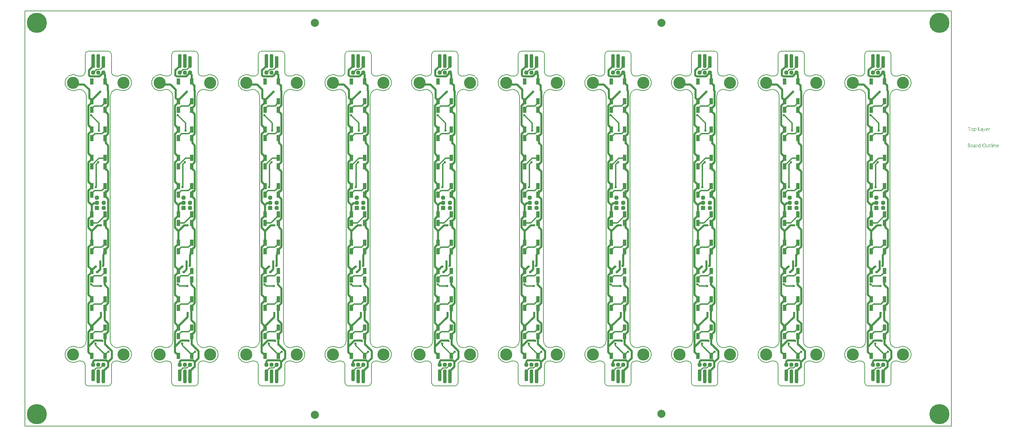
<source format=gtl>
G04*
G04 #@! TF.GenerationSoftware,Altium Limited,Altium Designer,21.8.1 (53)*
G04*
G04 Layer_Physical_Order=1*
G04 Layer_Color=255*
%FSAX25Y25*%
%MOIN*%
G70*
G04*
G04 #@! TF.SameCoordinates,AD8986AE-68BC-4F7F-9B8F-024DBDB40C31*
G04*
G04*
G04 #@! TF.FilePolarity,Positive*
G04*
G01*
G75*
%ADD10C,0.07874*%
%ADD11R,0.03543X0.05906*%
G04:AMPARAMS|DCode=12|XSize=35.43mil|YSize=135.83mil|CornerRadius=13.82mil|HoleSize=0mil|Usage=FLASHONLY|Rotation=0.000|XOffset=0mil|YOffset=0mil|HoleType=Round|Shape=RoundedRectangle|*
%AMROUNDEDRECTD12*
21,1,0.03543,0.10819,0,0,0.0*
21,1,0.00780,0.13583,0,0,0.0*
1,1,0.02764,0.00390,-0.05409*
1,1,0.02764,-0.00390,-0.05409*
1,1,0.02764,-0.00390,0.05409*
1,1,0.02764,0.00390,0.05409*
%
%ADD12ROUNDEDRECTD12*%
G04:AMPARAMS|DCode=13|XSize=35.43mil|YSize=116.14mil|CornerRadius=13.82mil|HoleSize=0mil|Usage=FLASHONLY|Rotation=0.000|XOffset=0mil|YOffset=0mil|HoleType=Round|Shape=RoundedRectangle|*
%AMROUNDEDRECTD13*
21,1,0.03543,0.08850,0,0,0.0*
21,1,0.00780,0.11614,0,0,0.0*
1,1,0.02764,0.00390,-0.04425*
1,1,0.02764,-0.00390,-0.04425*
1,1,0.02764,-0.00390,0.04425*
1,1,0.02764,0.00390,0.04425*
%
%ADD13ROUNDEDRECTD13*%
%ADD14C,0.01968*%
%ADD15C,0.00787*%
%ADD16C,0.01142*%
%ADD17C,0.01181*%
%ADD18C,0.19685*%
%ADD19C,0.04370*%
%ADD20R,0.04370X0.04370*%
%ADD21C,0.11811*%
%ADD22C,0.04331*%
%ADD23C,0.02362*%
G36*
X0909211Y0271757D02*
X0909254Y0271751D01*
X0909297Y0271744D01*
X0909409Y0271720D01*
X0909533Y0271683D01*
X0909657Y0271621D01*
X0909718Y0271583D01*
X0909780Y0271534D01*
X0909836Y0271484D01*
X0909892Y0271423D01*
X0909898Y0271416D01*
X0909904Y0271410D01*
X0909916Y0271385D01*
X0909935Y0271361D01*
X0909954Y0271330D01*
X0909978Y0271286D01*
X0910003Y0271237D01*
X0910028Y0271187D01*
X0910053Y0271125D01*
X0910077Y0271057D01*
X0910102Y0270983D01*
X0910121Y0270902D01*
X0910152Y0270723D01*
X0910164Y0270624D01*
Y0270519D01*
Y0270513D01*
Y0270494D01*
Y0270457D01*
X0910158Y0270413D01*
Y0270364D01*
X0910145Y0270302D01*
X0910139Y0270234D01*
X0910127Y0270160D01*
X0910090Y0269999D01*
X0910034Y0269832D01*
X0909997Y0269751D01*
X0909960Y0269671D01*
X0909910Y0269590D01*
X0909855Y0269516D01*
X0909848Y0269510D01*
X0909842Y0269497D01*
X0909824Y0269479D01*
X0909799Y0269460D01*
X0909768Y0269429D01*
X0909731Y0269398D01*
X0909687Y0269361D01*
X0909638Y0269330D01*
X0909582Y0269293D01*
X0909520Y0269256D01*
X0909372Y0269200D01*
X0909291Y0269176D01*
X0909211Y0269157D01*
X0909118Y0269145D01*
X0909019Y0269138D01*
X0908969D01*
X0908938Y0269145D01*
X0908895Y0269151D01*
X0908852Y0269163D01*
X0908740Y0269188D01*
X0908623Y0269237D01*
X0908555Y0269275D01*
X0908493Y0269312D01*
X0908431Y0269361D01*
X0908375Y0269417D01*
X0908313Y0269479D01*
X0908264Y0269553D01*
X0908251D01*
Y0268043D01*
X0907849D01*
Y0271707D01*
X0908251D01*
Y0271262D01*
X0908264D01*
X0908270Y0271268D01*
X0908276Y0271286D01*
X0908295Y0271311D01*
X0908319Y0271342D01*
X0908350Y0271379D01*
X0908387Y0271423D01*
X0908431Y0271466D01*
X0908486Y0271515D01*
X0908542Y0271559D01*
X0908604Y0271602D01*
X0908678Y0271645D01*
X0908753Y0271683D01*
X0908839Y0271720D01*
X0908932Y0271744D01*
X0909025Y0271757D01*
X0909130Y0271763D01*
X0909180D01*
X0909211Y0271757D01*
D02*
G37*
G36*
X0923324Y0271744D02*
X0923398Y0271738D01*
X0923442Y0271726D01*
X0923472Y0271713D01*
Y0271299D01*
X0923466Y0271305D01*
X0923454Y0271311D01*
X0923429Y0271323D01*
X0923398Y0271342D01*
X0923355Y0271354D01*
X0923299Y0271367D01*
X0923237Y0271373D01*
X0923169Y0271379D01*
X0923157D01*
X0923126Y0271373D01*
X0923076Y0271367D01*
X0923021Y0271348D01*
X0922946Y0271317D01*
X0922878Y0271274D01*
X0922804Y0271212D01*
X0922736Y0271132D01*
X0922730Y0271119D01*
X0922711Y0271088D01*
X0922680Y0271033D01*
X0922649Y0270958D01*
X0922618Y0270865D01*
X0922587Y0270748D01*
X0922569Y0270618D01*
X0922563Y0270469D01*
Y0269194D01*
X0922160D01*
Y0271707D01*
X0922563D01*
Y0271187D01*
X0922575D01*
Y0271194D01*
X0922581Y0271200D01*
X0922594Y0271231D01*
X0922612Y0271280D01*
X0922643Y0271342D01*
X0922674Y0271404D01*
X0922724Y0271472D01*
X0922773Y0271540D01*
X0922835Y0271602D01*
X0922841Y0271608D01*
X0922866Y0271627D01*
X0922903Y0271652D01*
X0922953Y0271676D01*
X0923008Y0271701D01*
X0923076Y0271726D01*
X0923151Y0271744D01*
X0923231Y0271751D01*
X0923287D01*
X0923324Y0271744D01*
D02*
G37*
G36*
X0917945Y0268792D02*
X0917939Y0268786D01*
X0917933Y0268761D01*
X0917914Y0268718D01*
X0917889Y0268668D01*
X0917858Y0268612D01*
X0917815Y0268544D01*
X0917772Y0268476D01*
X0917722Y0268402D01*
X0917660Y0268327D01*
X0917598Y0268259D01*
X0917524Y0268191D01*
X0917443Y0268136D01*
X0917363Y0268086D01*
X0917270Y0268043D01*
X0917177Y0268018D01*
X0917072Y0268012D01*
X0917016D01*
X0916979Y0268018D01*
X0916899Y0268030D01*
X0916812Y0268049D01*
Y0268408D01*
X0916818D01*
X0916837Y0268402D01*
X0916862Y0268396D01*
X0916893Y0268389D01*
X0916967Y0268371D01*
X0917047Y0268365D01*
X0917060D01*
X0917097Y0268371D01*
X0917153Y0268383D01*
X0917221Y0268408D01*
X0917295Y0268451D01*
X0917332Y0268482D01*
X0917369Y0268519D01*
X0917406Y0268556D01*
X0917443Y0268606D01*
X0917474Y0268662D01*
X0917505Y0268724D01*
X0917710Y0269194D01*
X0916725Y0271707D01*
X0917171D01*
X0917852Y0269770D01*
Y0269764D01*
X0917858Y0269751D01*
X0917864Y0269733D01*
X0917871Y0269708D01*
X0917877Y0269671D01*
X0917889Y0269634D01*
X0917902Y0269578D01*
X0917920D01*
Y0269590D01*
X0917933Y0269627D01*
X0917945Y0269683D01*
X0917970Y0269764D01*
X0918682Y0271707D01*
X0919096D01*
X0917945Y0268792D01*
D02*
G37*
G36*
X0915537Y0271757D02*
X0915593Y0271751D01*
X0915661Y0271732D01*
X0915735Y0271713D01*
X0915816Y0271683D01*
X0915902Y0271645D01*
X0915983Y0271596D01*
X0916063Y0271534D01*
X0916137Y0271460D01*
X0916206Y0271367D01*
X0916261Y0271262D01*
X0916304Y0271138D01*
X0916329Y0270995D01*
X0916342Y0270828D01*
Y0269194D01*
X0915939D01*
Y0269584D01*
X0915927D01*
Y0269578D01*
X0915915Y0269566D01*
X0915902Y0269541D01*
X0915877Y0269516D01*
X0915816Y0269442D01*
X0915735Y0269361D01*
X0915624Y0269281D01*
X0915494Y0269207D01*
X0915413Y0269182D01*
X0915333Y0269157D01*
X0915246Y0269145D01*
X0915153Y0269138D01*
X0915116D01*
X0915091Y0269145D01*
X0915023Y0269151D01*
X0914943Y0269163D01*
X0914844Y0269188D01*
X0914751Y0269219D01*
X0914652Y0269268D01*
X0914565Y0269330D01*
X0914559Y0269343D01*
X0914534Y0269367D01*
X0914497Y0269411D01*
X0914460Y0269473D01*
X0914423Y0269547D01*
X0914386Y0269634D01*
X0914361Y0269739D01*
X0914355Y0269856D01*
Y0269863D01*
Y0269887D01*
X0914361Y0269924D01*
X0914367Y0269968D01*
X0914379Y0270024D01*
X0914398Y0270086D01*
X0914423Y0270153D01*
X0914460Y0270222D01*
X0914503Y0270296D01*
X0914559Y0270370D01*
X0914627Y0270438D01*
X0914707Y0270500D01*
X0914800Y0270562D01*
X0914912Y0270612D01*
X0915036Y0270649D01*
X0915184Y0270680D01*
X0915939Y0270785D01*
Y0270791D01*
Y0270810D01*
X0915933Y0270847D01*
Y0270884D01*
X0915921Y0270934D01*
X0915915Y0270989D01*
X0915877Y0271107D01*
X0915847Y0271163D01*
X0915816Y0271218D01*
X0915772Y0271274D01*
X0915723Y0271323D01*
X0915661Y0271367D01*
X0915593Y0271398D01*
X0915512Y0271416D01*
X0915419Y0271423D01*
X0915376D01*
X0915345Y0271416D01*
X0915302D01*
X0915258Y0271404D01*
X0915147Y0271385D01*
X0915023Y0271348D01*
X0914887Y0271292D01*
X0914813Y0271255D01*
X0914745Y0271218D01*
X0914670Y0271169D01*
X0914602Y0271113D01*
Y0271528D01*
X0914608D01*
X0914621Y0271540D01*
X0914639Y0271552D01*
X0914670Y0271565D01*
X0914701Y0271583D01*
X0914745Y0271602D01*
X0914794Y0271621D01*
X0914850Y0271645D01*
X0914974Y0271689D01*
X0915122Y0271726D01*
X0915283Y0271751D01*
X0915456Y0271763D01*
X0915494D01*
X0915537Y0271757D01*
D02*
G37*
G36*
X0912646Y0269566D02*
X0914058D01*
Y0269194D01*
X0912232D01*
Y0272710D01*
X0912646D01*
Y0269566D01*
D02*
G37*
G36*
X0904407Y0272339D02*
X0903392D01*
Y0269194D01*
X0902984D01*
Y0272339D01*
X0901968D01*
Y0272710D01*
X0904407D01*
Y0272339D01*
D02*
G37*
G36*
X0920600Y0271757D02*
X0920644Y0271751D01*
X0920687Y0271744D01*
X0920798Y0271726D01*
X0920922Y0271683D01*
X0921046Y0271627D01*
X0921108Y0271590D01*
X0921170Y0271546D01*
X0921226Y0271497D01*
X0921281Y0271441D01*
X0921288Y0271435D01*
X0921294Y0271429D01*
X0921306Y0271410D01*
X0921325Y0271385D01*
X0921343Y0271348D01*
X0921368Y0271311D01*
X0921393Y0271268D01*
X0921418Y0271212D01*
X0921442Y0271150D01*
X0921467Y0271088D01*
X0921492Y0271014D01*
X0921510Y0270934D01*
X0921529Y0270847D01*
X0921541Y0270760D01*
X0921554Y0270661D01*
Y0270556D01*
Y0270345D01*
X0919777D01*
Y0270339D01*
Y0270327D01*
Y0270308D01*
X0919783Y0270277D01*
X0919790Y0270240D01*
Y0270203D01*
X0919808Y0270104D01*
X0919839Y0270005D01*
X0919876Y0269894D01*
X0919932Y0269788D01*
X0920000Y0269695D01*
X0920012Y0269683D01*
X0920037Y0269658D01*
X0920087Y0269627D01*
X0920155Y0269584D01*
X0920241Y0269541D01*
X0920340Y0269510D01*
X0920458Y0269485D01*
X0920594Y0269473D01*
X0920638D01*
X0920669Y0269479D01*
X0920706D01*
X0920749Y0269485D01*
X0920854Y0269510D01*
X0920972Y0269541D01*
X0921102Y0269590D01*
X0921238Y0269658D01*
X0921306Y0269702D01*
X0921374Y0269751D01*
Y0269374D01*
X0921368D01*
X0921362Y0269361D01*
X0921343Y0269355D01*
X0921312Y0269337D01*
X0921281Y0269318D01*
X0921244Y0269299D01*
X0921195Y0269281D01*
X0921145Y0269256D01*
X0921083Y0269231D01*
X0921015Y0269213D01*
X0920866Y0269176D01*
X0920693Y0269151D01*
X0920501Y0269138D01*
X0920452D01*
X0920415Y0269145D01*
X0920371Y0269151D01*
X0920316Y0269157D01*
X0920198Y0269182D01*
X0920062Y0269219D01*
X0919926Y0269281D01*
X0919858Y0269324D01*
X0919790Y0269367D01*
X0919728Y0269417D01*
X0919666Y0269479D01*
X0919660Y0269485D01*
X0919653Y0269497D01*
X0919641Y0269516D01*
X0919616Y0269541D01*
X0919598Y0269578D01*
X0919573Y0269621D01*
X0919542Y0269671D01*
X0919517Y0269726D01*
X0919486Y0269788D01*
X0919461Y0269863D01*
X0919431Y0269943D01*
X0919412Y0270030D01*
X0919393Y0270123D01*
X0919375Y0270222D01*
X0919369Y0270327D01*
X0919362Y0270438D01*
Y0270444D01*
Y0270463D01*
Y0270494D01*
X0919369Y0270537D01*
X0919375Y0270587D01*
X0919381Y0270643D01*
X0919387Y0270711D01*
X0919406Y0270779D01*
X0919443Y0270927D01*
X0919499Y0271088D01*
X0919536Y0271169D01*
X0919585Y0271243D01*
X0919635Y0271323D01*
X0919691Y0271392D01*
X0919697Y0271398D01*
X0919709Y0271410D01*
X0919728Y0271429D01*
X0919752Y0271447D01*
X0919783Y0271478D01*
X0919820Y0271509D01*
X0919870Y0271540D01*
X0919919Y0271577D01*
X0920037Y0271645D01*
X0920179Y0271707D01*
X0920260Y0271726D01*
X0920340Y0271744D01*
X0920427Y0271757D01*
X0920520Y0271763D01*
X0920569D01*
X0920600Y0271757D01*
D02*
G37*
G36*
X0906110D02*
X0906153Y0271751D01*
X0906209Y0271744D01*
X0906332Y0271720D01*
X0906475Y0271676D01*
X0906617Y0271614D01*
X0906691Y0271577D01*
X0906759Y0271534D01*
X0906828Y0271478D01*
X0906890Y0271416D01*
X0906896Y0271410D01*
X0906902Y0271398D01*
X0906921Y0271379D01*
X0906939Y0271354D01*
X0906964Y0271317D01*
X0906989Y0271274D01*
X0907020Y0271224D01*
X0907051Y0271169D01*
X0907075Y0271101D01*
X0907106Y0271033D01*
X0907131Y0270952D01*
X0907156Y0270865D01*
X0907174Y0270773D01*
X0907193Y0270673D01*
X0907199Y0270568D01*
X0907205Y0270457D01*
Y0270451D01*
Y0270432D01*
Y0270401D01*
X0907199Y0270358D01*
X0907193Y0270308D01*
X0907187Y0270246D01*
X0907174Y0270184D01*
X0907162Y0270110D01*
X0907125Y0269962D01*
X0907063Y0269801D01*
X0907026Y0269720D01*
X0906976Y0269640D01*
X0906927Y0269566D01*
X0906865Y0269497D01*
X0906859Y0269491D01*
X0906846Y0269485D01*
X0906828Y0269466D01*
X0906803Y0269442D01*
X0906766Y0269417D01*
X0906729Y0269386D01*
X0906679Y0269349D01*
X0906623Y0269318D01*
X0906561Y0269287D01*
X0906493Y0269250D01*
X0906419Y0269219D01*
X0906339Y0269194D01*
X0906252Y0269169D01*
X0906159Y0269157D01*
X0906060Y0269145D01*
X0905955Y0269138D01*
X0905899D01*
X0905862Y0269145D01*
X0905819Y0269151D01*
X0905763Y0269157D01*
X0905701Y0269169D01*
X0905633Y0269182D01*
X0905491Y0269225D01*
X0905342Y0269287D01*
X0905268Y0269324D01*
X0905200Y0269374D01*
X0905132Y0269423D01*
X0905064Y0269485D01*
X0905057Y0269491D01*
X0905051Y0269504D01*
X0905033Y0269522D01*
X0905014Y0269547D01*
X0904989Y0269584D01*
X0904958Y0269627D01*
X0904927Y0269677D01*
X0904902Y0269733D01*
X0904872Y0269801D01*
X0904841Y0269869D01*
X0904810Y0269943D01*
X0904785Y0270030D01*
X0904748Y0270216D01*
X0904742Y0270315D01*
X0904735Y0270420D01*
Y0270426D01*
Y0270451D01*
Y0270482D01*
X0904742Y0270525D01*
X0904748Y0270574D01*
X0904754Y0270636D01*
X0904766Y0270705D01*
X0904779Y0270779D01*
X0904816Y0270940D01*
X0904878Y0271101D01*
X0904921Y0271181D01*
X0904964Y0271262D01*
X0905014Y0271336D01*
X0905076Y0271404D01*
X0905082Y0271410D01*
X0905094Y0271423D01*
X0905113Y0271435D01*
X0905138Y0271460D01*
X0905175Y0271484D01*
X0905218Y0271515D01*
X0905268Y0271552D01*
X0905324Y0271583D01*
X0905385Y0271614D01*
X0905460Y0271652D01*
X0905534Y0271683D01*
X0905621Y0271707D01*
X0905707Y0271732D01*
X0905806Y0271751D01*
X0905912Y0271757D01*
X0906017Y0271763D01*
X0906073D01*
X0906110Y0271757D01*
D02*
G37*
G36*
X0926178Y0256771D02*
X0926202D01*
X0926258Y0256747D01*
X0926289Y0256728D01*
X0926320Y0256703D01*
X0926326Y0256697D01*
X0926332Y0256691D01*
X0926363Y0256654D01*
X0926388Y0256592D01*
X0926394Y0256555D01*
X0926400Y0256518D01*
Y0256511D01*
Y0256499D01*
X0926394Y0256480D01*
X0926388Y0256456D01*
X0926369Y0256394D01*
X0926345Y0256363D01*
X0926320Y0256332D01*
X0926314D01*
X0926308Y0256319D01*
X0926270Y0256295D01*
X0926215Y0256270D01*
X0926178Y0256264D01*
X0926140Y0256258D01*
X0926122D01*
X0926103Y0256264D01*
X0926079D01*
X0926017Y0256289D01*
X0925986Y0256301D01*
X0925955Y0256326D01*
Y0256332D01*
X0925942Y0256338D01*
X0925930Y0256357D01*
X0925918Y0256375D01*
X0925893Y0256437D01*
X0925887Y0256474D01*
X0925881Y0256518D01*
Y0256524D01*
Y0256536D01*
X0925887Y0256555D01*
X0925893Y0256586D01*
X0925911Y0256641D01*
X0925930Y0256672D01*
X0925955Y0256703D01*
X0925961Y0256710D01*
X0925967Y0256716D01*
X0926004Y0256740D01*
X0926066Y0256765D01*
X0926103Y0256778D01*
X0926159D01*
X0926178Y0256771D01*
D02*
G37*
G36*
X0914188Y0253107D02*
X0913785D01*
Y0253528D01*
X0913773D01*
Y0253522D01*
X0913760Y0253509D01*
X0913742Y0253485D01*
X0913723Y0253453D01*
X0913692Y0253416D01*
X0913655Y0253379D01*
X0913612Y0253336D01*
X0913562Y0253293D01*
X0913507Y0253243D01*
X0913439Y0253200D01*
X0913371Y0253163D01*
X0913290Y0253126D01*
X0913210Y0253095D01*
X0913117Y0253070D01*
X0913018Y0253057D01*
X0912912Y0253051D01*
X0912869D01*
X0912832Y0253057D01*
X0912795Y0253064D01*
X0912745Y0253070D01*
X0912640Y0253095D01*
X0912516Y0253132D01*
X0912392Y0253194D01*
X0912324Y0253231D01*
X0912269Y0253274D01*
X0912207Y0253330D01*
X0912151Y0253385D01*
Y0253392D01*
X0912139Y0253404D01*
X0912126Y0253423D01*
X0912108Y0253447D01*
X0912089Y0253478D01*
X0912064Y0253522D01*
X0912040Y0253571D01*
X0912015Y0253627D01*
X0911984Y0253689D01*
X0911959Y0253757D01*
X0911934Y0253831D01*
X0911916Y0253912D01*
X0911897Y0253998D01*
X0911885Y0254097D01*
X0911879Y0254196D01*
X0911872Y0254302D01*
Y0254308D01*
Y0254326D01*
Y0254363D01*
X0911879Y0254407D01*
X0911885Y0254456D01*
X0911891Y0254518D01*
X0911897Y0254586D01*
X0911910Y0254661D01*
X0911947Y0254821D01*
X0912002Y0254989D01*
X0912040Y0255069D01*
X0912083Y0255150D01*
X0912126Y0255224D01*
X0912182Y0255298D01*
X0912188Y0255304D01*
X0912194Y0255317D01*
X0912213Y0255335D01*
X0912238Y0255360D01*
X0912269Y0255385D01*
X0912312Y0255416D01*
X0912355Y0255453D01*
X0912405Y0255490D01*
X0912529Y0255558D01*
X0912671Y0255620D01*
X0912751Y0255639D01*
X0912838Y0255657D01*
X0912925Y0255669D01*
X0913024Y0255676D01*
X0913073D01*
X0913111Y0255669D01*
X0913148Y0255663D01*
X0913197Y0255657D01*
X0913309Y0255626D01*
X0913432Y0255577D01*
X0913494Y0255546D01*
X0913556Y0255502D01*
X0913618Y0255459D01*
X0913674Y0255403D01*
X0913723Y0255342D01*
X0913773Y0255267D01*
X0913785D01*
Y0256827D01*
X0914188D01*
Y0253107D01*
D02*
G37*
G36*
X0928456Y0255669D02*
X0928530Y0255663D01*
X0928623Y0255645D01*
X0928722Y0255614D01*
X0928827Y0255564D01*
X0928932Y0255496D01*
X0928975Y0255459D01*
X0929019Y0255410D01*
X0929031Y0255397D01*
X0929056Y0255360D01*
X0929087Y0255298D01*
X0929130Y0255211D01*
X0929167Y0255106D01*
X0929204Y0254976D01*
X0929229Y0254821D01*
X0929235Y0254642D01*
Y0253107D01*
X0928833D01*
Y0254537D01*
Y0254543D01*
Y0254574D01*
X0928827Y0254611D01*
Y0254661D01*
X0928815Y0254722D01*
X0928802Y0254791D01*
X0928784Y0254865D01*
X0928759Y0254939D01*
X0928728Y0255013D01*
X0928691Y0255082D01*
X0928641Y0255150D01*
X0928586Y0255211D01*
X0928524Y0255261D01*
X0928443Y0255298D01*
X0928356Y0255329D01*
X0928251Y0255335D01*
X0928239D01*
X0928202Y0255329D01*
X0928146Y0255323D01*
X0928078Y0255304D01*
X0927997Y0255280D01*
X0927911Y0255236D01*
X0927830Y0255181D01*
X0927750Y0255106D01*
X0927744Y0255094D01*
X0927719Y0255069D01*
X0927688Y0255020D01*
X0927651Y0254952D01*
X0927614Y0254871D01*
X0927583Y0254772D01*
X0927558Y0254661D01*
X0927552Y0254537D01*
Y0253107D01*
X0927149D01*
Y0255620D01*
X0927552D01*
Y0255199D01*
X0927564D01*
X0927570Y0255205D01*
X0927577Y0255218D01*
X0927595Y0255242D01*
X0927620Y0255273D01*
X0927645Y0255311D01*
X0927682Y0255348D01*
X0927725Y0255391D01*
X0927775Y0255440D01*
X0927830Y0255484D01*
X0927892Y0255527D01*
X0927960Y0255564D01*
X0928035Y0255602D01*
X0928109Y0255632D01*
X0928195Y0255657D01*
X0928288Y0255669D01*
X0928387Y0255676D01*
X0928424D01*
X0928456Y0255669D01*
D02*
G37*
G36*
X0911458Y0255657D02*
X0911532Y0255651D01*
X0911575Y0255639D01*
X0911606Y0255626D01*
Y0255211D01*
X0911600Y0255218D01*
X0911588Y0255224D01*
X0911563Y0255236D01*
X0911532Y0255255D01*
X0911489Y0255267D01*
X0911433Y0255280D01*
X0911371Y0255286D01*
X0911303Y0255292D01*
X0911291D01*
X0911260Y0255286D01*
X0911210Y0255280D01*
X0911154Y0255261D01*
X0911080Y0255230D01*
X0911012Y0255187D01*
X0910938Y0255125D01*
X0910870Y0255044D01*
X0910863Y0255032D01*
X0910845Y0255001D01*
X0910814Y0254945D01*
X0910783Y0254871D01*
X0910752Y0254778D01*
X0910721Y0254661D01*
X0910703Y0254531D01*
X0910696Y0254382D01*
Y0253107D01*
X0910294D01*
Y0255620D01*
X0910696D01*
Y0255100D01*
X0910709D01*
Y0255106D01*
X0910715Y0255112D01*
X0910727Y0255143D01*
X0910746Y0255193D01*
X0910777Y0255255D01*
X0910808Y0255317D01*
X0910857Y0255385D01*
X0910907Y0255453D01*
X0910969Y0255515D01*
X0910975Y0255521D01*
X0911000Y0255540D01*
X0911037Y0255564D01*
X0911086Y0255589D01*
X0911142Y0255614D01*
X0911210Y0255639D01*
X0911284Y0255657D01*
X0911365Y0255663D01*
X0911421D01*
X0911458Y0255657D01*
D02*
G37*
G36*
X0922197Y0253107D02*
X0921795D01*
Y0253503D01*
X0921783D01*
Y0253497D01*
X0921770Y0253485D01*
X0921758Y0253460D01*
X0921733Y0253435D01*
X0921677Y0253361D01*
X0921591Y0253280D01*
X0921541Y0253237D01*
X0921486Y0253194D01*
X0921424Y0253156D01*
X0921349Y0253119D01*
X0921275Y0253095D01*
X0921195Y0253070D01*
X0921102Y0253057D01*
X0921009Y0253051D01*
X0920972D01*
X0920928Y0253057D01*
X0920866Y0253070D01*
X0920798Y0253082D01*
X0920724Y0253107D01*
X0920644Y0253138D01*
X0920563Y0253187D01*
X0920477Y0253243D01*
X0920396Y0253311D01*
X0920322Y0253398D01*
X0920254Y0253503D01*
X0920192Y0253621D01*
X0920148Y0253763D01*
X0920124Y0253930D01*
X0920111Y0254017D01*
Y0254116D01*
Y0255620D01*
X0920508D01*
Y0254178D01*
Y0254172D01*
Y0254147D01*
X0920514Y0254103D01*
X0920520Y0254054D01*
X0920526Y0253992D01*
X0920539Y0253930D01*
X0920557Y0253856D01*
X0920582Y0253782D01*
X0920619Y0253707D01*
X0920656Y0253639D01*
X0920706Y0253571D01*
X0920767Y0253509D01*
X0920836Y0253460D01*
X0920916Y0253423D01*
X0921015Y0253392D01*
X0921120Y0253385D01*
X0921133D01*
X0921170Y0253392D01*
X0921226Y0253398D01*
X0921288Y0253410D01*
X0921368Y0253441D01*
X0921448Y0253478D01*
X0921529Y0253528D01*
X0921603Y0253602D01*
X0921609Y0253614D01*
X0921634Y0253639D01*
X0921665Y0253689D01*
X0921702Y0253757D01*
X0921733Y0253837D01*
X0921764Y0253936D01*
X0921789Y0254048D01*
X0921795Y0254172D01*
Y0255620D01*
X0922197D01*
Y0253107D01*
D02*
G37*
G36*
X0926332D02*
X0925930D01*
Y0255620D01*
X0926332D01*
Y0253107D01*
D02*
G37*
G36*
X0925113D02*
X0924710D01*
Y0256827D01*
X0925113D01*
Y0253107D01*
D02*
G37*
G36*
X0908734Y0255669D02*
X0908790Y0255663D01*
X0908858Y0255645D01*
X0908932Y0255626D01*
X0909013Y0255595D01*
X0909099Y0255558D01*
X0909180Y0255509D01*
X0909260Y0255447D01*
X0909335Y0255372D01*
X0909403Y0255280D01*
X0909458Y0255174D01*
X0909502Y0255051D01*
X0909527Y0254908D01*
X0909539Y0254741D01*
Y0253107D01*
X0909136D01*
Y0253497D01*
X0909124D01*
Y0253491D01*
X0909112Y0253478D01*
X0909099Y0253453D01*
X0909075Y0253429D01*
X0909013Y0253355D01*
X0908932Y0253274D01*
X0908821Y0253194D01*
X0908691Y0253119D01*
X0908610Y0253095D01*
X0908530Y0253070D01*
X0908443Y0253057D01*
X0908350Y0253051D01*
X0908313D01*
X0908288Y0253057D01*
X0908220Y0253064D01*
X0908140Y0253076D01*
X0908041Y0253101D01*
X0907948Y0253132D01*
X0907849Y0253181D01*
X0907762Y0253243D01*
X0907756Y0253256D01*
X0907731Y0253280D01*
X0907694Y0253324D01*
X0907657Y0253385D01*
X0907620Y0253460D01*
X0907583Y0253546D01*
X0907558Y0253652D01*
X0907552Y0253769D01*
Y0253775D01*
Y0253800D01*
X0907558Y0253837D01*
X0907564Y0253881D01*
X0907577Y0253936D01*
X0907595Y0253998D01*
X0907620Y0254066D01*
X0907657Y0254134D01*
X0907700Y0254209D01*
X0907756Y0254283D01*
X0907824Y0254351D01*
X0907905Y0254413D01*
X0907998Y0254475D01*
X0908109Y0254524D01*
X0908233Y0254561D01*
X0908381Y0254592D01*
X0909136Y0254698D01*
Y0254704D01*
Y0254722D01*
X0909130Y0254760D01*
Y0254797D01*
X0909118Y0254846D01*
X0909112Y0254902D01*
X0909075Y0255020D01*
X0909044Y0255075D01*
X0909013Y0255131D01*
X0908969Y0255187D01*
X0908920Y0255236D01*
X0908858Y0255280D01*
X0908790Y0255311D01*
X0908709Y0255329D01*
X0908617Y0255335D01*
X0908573D01*
X0908542Y0255329D01*
X0908499D01*
X0908456Y0255317D01*
X0908344Y0255298D01*
X0908220Y0255261D01*
X0908084Y0255205D01*
X0908010Y0255168D01*
X0907942Y0255131D01*
X0907868Y0255082D01*
X0907800Y0255026D01*
Y0255440D01*
X0907806D01*
X0907818Y0255453D01*
X0907837Y0255465D01*
X0907868Y0255478D01*
X0907899Y0255496D01*
X0907942Y0255515D01*
X0907991Y0255533D01*
X0908047Y0255558D01*
X0908171Y0255602D01*
X0908319Y0255639D01*
X0908480Y0255663D01*
X0908654Y0255676D01*
X0908691D01*
X0908734Y0255669D01*
D02*
G37*
G36*
X0903045Y0256617D02*
X0903089D01*
X0903132Y0256610D01*
X0903231Y0256598D01*
X0903349Y0256567D01*
X0903473Y0256530D01*
X0903590Y0256474D01*
X0903695Y0256400D01*
X0903702D01*
X0903708Y0256388D01*
X0903739Y0256363D01*
X0903782Y0256313D01*
X0903832Y0256245D01*
X0903875Y0256159D01*
X0903918Y0256060D01*
X0903949Y0255948D01*
X0903962Y0255886D01*
Y0255818D01*
Y0255812D01*
Y0255806D01*
Y0255769D01*
X0903955Y0255713D01*
X0903943Y0255645D01*
X0903924Y0255558D01*
X0903894Y0255471D01*
X0903856Y0255385D01*
X0903801Y0255298D01*
X0903794Y0255286D01*
X0903770Y0255261D01*
X0903733Y0255224D01*
X0903683Y0255174D01*
X0903621Y0255125D01*
X0903547Y0255069D01*
X0903454Y0255026D01*
X0903355Y0254982D01*
Y0254976D01*
X0903374D01*
X0903392Y0254970D01*
X0903411Y0254964D01*
X0903479Y0254952D01*
X0903559Y0254927D01*
X0903646Y0254890D01*
X0903739Y0254846D01*
X0903832Y0254784D01*
X0903918Y0254704D01*
X0903931Y0254692D01*
X0903955Y0254661D01*
X0903986Y0254617D01*
X0904030Y0254549D01*
X0904067Y0254463D01*
X0904104Y0254363D01*
X0904129Y0254246D01*
X0904135Y0254116D01*
Y0254110D01*
Y0254097D01*
Y0254072D01*
X0904129Y0254042D01*
X0904123Y0254004D01*
X0904116Y0253961D01*
X0904092Y0253856D01*
X0904055Y0253738D01*
X0903999Y0253614D01*
X0903962Y0253559D01*
X0903918Y0253497D01*
X0903863Y0253441D01*
X0903807Y0253385D01*
X0903801D01*
X0903794Y0253373D01*
X0903776Y0253361D01*
X0903751Y0253342D01*
X0903720Y0253324D01*
X0903677Y0253299D01*
X0903584Y0253249D01*
X0903467Y0253194D01*
X0903330Y0253150D01*
X0903169Y0253119D01*
X0903089Y0253113D01*
X0902996Y0253107D01*
X0901968D01*
Y0256623D01*
X0903015D01*
X0903045Y0256617D01*
D02*
G37*
G36*
X0923541Y0255620D02*
X0924178D01*
Y0255273D01*
X0923541D01*
Y0253856D01*
Y0253843D01*
Y0253813D01*
X0923547Y0253769D01*
X0923553Y0253713D01*
X0923578Y0253596D01*
X0923596Y0253540D01*
X0923627Y0253497D01*
X0923633Y0253491D01*
X0923646Y0253478D01*
X0923664Y0253466D01*
X0923695Y0253447D01*
X0923732Y0253423D01*
X0923782Y0253410D01*
X0923844Y0253398D01*
X0923912Y0253392D01*
X0923937D01*
X0923968Y0253398D01*
X0924005Y0253404D01*
X0924092Y0253429D01*
X0924135Y0253447D01*
X0924178Y0253472D01*
Y0253126D01*
X0924172D01*
X0924153Y0253113D01*
X0924123Y0253107D01*
X0924079Y0253095D01*
X0924024Y0253082D01*
X0923962Y0253070D01*
X0923887Y0253064D01*
X0923801Y0253057D01*
X0923770D01*
X0923739Y0253064D01*
X0923695Y0253070D01*
X0923646Y0253082D01*
X0923590Y0253095D01*
X0923534Y0253119D01*
X0923472Y0253150D01*
X0923411Y0253187D01*
X0923349Y0253237D01*
X0923293Y0253293D01*
X0923244Y0253367D01*
X0923200Y0253447D01*
X0923169Y0253546D01*
X0923145Y0253658D01*
X0923138Y0253788D01*
Y0255273D01*
X0922711D01*
Y0255620D01*
X0923138D01*
Y0256233D01*
X0923541Y0256363D01*
Y0255620D01*
D02*
G37*
G36*
X0931068Y0255669D02*
X0931111Y0255663D01*
X0931154Y0255657D01*
X0931266Y0255639D01*
X0931390Y0255595D01*
X0931513Y0255540D01*
X0931575Y0255502D01*
X0931637Y0255459D01*
X0931693Y0255410D01*
X0931749Y0255354D01*
X0931755Y0255348D01*
X0931761Y0255342D01*
X0931773Y0255323D01*
X0931792Y0255298D01*
X0931810Y0255261D01*
X0931835Y0255224D01*
X0931860Y0255181D01*
X0931885Y0255125D01*
X0931909Y0255063D01*
X0931934Y0255001D01*
X0931959Y0254927D01*
X0931978Y0254846D01*
X0931996Y0254760D01*
X0932008Y0254673D01*
X0932021Y0254574D01*
Y0254469D01*
Y0254258D01*
X0930244D01*
Y0254252D01*
Y0254240D01*
Y0254221D01*
X0930251Y0254190D01*
X0930257Y0254153D01*
Y0254116D01*
X0930275Y0254017D01*
X0930306Y0253918D01*
X0930343Y0253806D01*
X0930399Y0253701D01*
X0930467Y0253608D01*
X0930480Y0253596D01*
X0930504Y0253571D01*
X0930554Y0253540D01*
X0930622Y0253497D01*
X0930709Y0253453D01*
X0930808Y0253423D01*
X0930925Y0253398D01*
X0931061Y0253385D01*
X0931105D01*
X0931136Y0253392D01*
X0931173D01*
X0931216Y0253398D01*
X0931322Y0253423D01*
X0931439Y0253453D01*
X0931569Y0253503D01*
X0931705Y0253571D01*
X0931773Y0253614D01*
X0931841Y0253664D01*
Y0253286D01*
X0931835D01*
X0931829Y0253274D01*
X0931810Y0253268D01*
X0931779Y0253249D01*
X0931749Y0253231D01*
X0931711Y0253212D01*
X0931662Y0253194D01*
X0931612Y0253169D01*
X0931551Y0253144D01*
X0931482Y0253126D01*
X0931334Y0253088D01*
X0931161Y0253064D01*
X0930969Y0253051D01*
X0930919D01*
X0930882Y0253057D01*
X0930839Y0253064D01*
X0930783Y0253070D01*
X0930665Y0253095D01*
X0930529Y0253132D01*
X0930393Y0253194D01*
X0930325Y0253237D01*
X0930257Y0253280D01*
X0930195Y0253330D01*
X0930133Y0253392D01*
X0930127Y0253398D01*
X0930121Y0253410D01*
X0930108Y0253429D01*
X0930083Y0253453D01*
X0930065Y0253491D01*
X0930040Y0253534D01*
X0930009Y0253584D01*
X0929984Y0253639D01*
X0929953Y0253701D01*
X0929929Y0253775D01*
X0929898Y0253856D01*
X0929879Y0253942D01*
X0929861Y0254035D01*
X0929842Y0254134D01*
X0929836Y0254240D01*
X0929830Y0254351D01*
Y0254357D01*
Y0254376D01*
Y0254407D01*
X0929836Y0254450D01*
X0929842Y0254500D01*
X0929848Y0254555D01*
X0929854Y0254623D01*
X0929873Y0254692D01*
X0929910Y0254840D01*
X0929966Y0255001D01*
X0930003Y0255082D01*
X0930052Y0255156D01*
X0930102Y0255236D01*
X0930158Y0255304D01*
X0930164Y0255311D01*
X0930176Y0255323D01*
X0930195Y0255342D01*
X0930220Y0255360D01*
X0930251Y0255391D01*
X0930288Y0255422D01*
X0930337Y0255453D01*
X0930387Y0255490D01*
X0930504Y0255558D01*
X0930647Y0255620D01*
X0930727Y0255639D01*
X0930808Y0255657D01*
X0930894Y0255669D01*
X0930987Y0255676D01*
X0931037D01*
X0931068Y0255669D01*
D02*
G37*
G36*
X0918025Y0256679D02*
X0918087Y0256672D01*
X0918161Y0256660D01*
X0918242Y0256641D01*
X0918329Y0256623D01*
X0918415Y0256598D01*
X0918514Y0256567D01*
X0918607Y0256524D01*
X0918706Y0256474D01*
X0918805Y0256418D01*
X0918898Y0256350D01*
X0918991Y0256276D01*
X0919078Y0256189D01*
X0919084Y0256183D01*
X0919096Y0256165D01*
X0919121Y0256140D01*
X0919146Y0256103D01*
X0919183Y0256053D01*
X0919220Y0255991D01*
X0919257Y0255923D01*
X0919300Y0255849D01*
X0919344Y0255756D01*
X0919381Y0255663D01*
X0919418Y0255558D01*
X0919455Y0255440D01*
X0919480Y0255323D01*
X0919505Y0255193D01*
X0919517Y0255051D01*
X0919523Y0254908D01*
Y0254896D01*
Y0254871D01*
Y0254828D01*
X0919517Y0254766D01*
X0919511Y0254692D01*
X0919499Y0254611D01*
X0919486Y0254518D01*
X0919468Y0254413D01*
X0919443Y0254308D01*
X0919412Y0254196D01*
X0919375Y0254085D01*
X0919331Y0253974D01*
X0919276Y0253856D01*
X0919214Y0253751D01*
X0919146Y0253645D01*
X0919065Y0253546D01*
X0919059Y0253540D01*
X0919047Y0253528D01*
X0919016Y0253503D01*
X0918985Y0253472D01*
X0918935Y0253429D01*
X0918880Y0253392D01*
X0918818Y0253342D01*
X0918743Y0253299D01*
X0918663Y0253256D01*
X0918570Y0253206D01*
X0918471Y0253169D01*
X0918360Y0253132D01*
X0918242Y0253095D01*
X0918118Y0253070D01*
X0917988Y0253057D01*
X0917846Y0253051D01*
X0917815D01*
X0917772Y0253057D01*
X0917722D01*
X0917660Y0253064D01*
X0917586Y0253076D01*
X0917505Y0253095D01*
X0917412Y0253113D01*
X0917320Y0253138D01*
X0917221Y0253169D01*
X0917122Y0253212D01*
X0917023Y0253256D01*
X0916924Y0253311D01*
X0916825Y0253379D01*
X0916732Y0253453D01*
X0916645Y0253540D01*
X0916639Y0253546D01*
X0916626Y0253565D01*
X0916602Y0253590D01*
X0916577Y0253627D01*
X0916540Y0253676D01*
X0916503Y0253738D01*
X0916465Y0253806D01*
X0916422Y0253887D01*
X0916379Y0253974D01*
X0916342Y0254066D01*
X0916304Y0254172D01*
X0916267Y0254289D01*
X0916243Y0254407D01*
X0916218Y0254537D01*
X0916206Y0254679D01*
X0916199Y0254821D01*
Y0254834D01*
Y0254859D01*
X0916206Y0254902D01*
Y0254964D01*
X0916212Y0255032D01*
X0916224Y0255119D01*
X0916236Y0255211D01*
X0916255Y0255311D01*
X0916280Y0255416D01*
X0916311Y0255527D01*
X0916348Y0255639D01*
X0916391Y0255750D01*
X0916447Y0255861D01*
X0916509Y0255973D01*
X0916577Y0256078D01*
X0916657Y0256177D01*
X0916663Y0256183D01*
X0916676Y0256202D01*
X0916707Y0256227D01*
X0916744Y0256258D01*
X0916787Y0256295D01*
X0916843Y0256338D01*
X0916911Y0256381D01*
X0916985Y0256431D01*
X0917072Y0256480D01*
X0917165Y0256524D01*
X0917264Y0256567D01*
X0917375Y0256604D01*
X0917499Y0256635D01*
X0917629Y0256666D01*
X0917765Y0256679D01*
X0917908Y0256685D01*
X0917976D01*
X0918025Y0256679D01*
D02*
G37*
G36*
X0905998Y0255669D02*
X0906042Y0255663D01*
X0906097Y0255657D01*
X0906221Y0255632D01*
X0906363Y0255589D01*
X0906506Y0255527D01*
X0906580Y0255490D01*
X0906648Y0255447D01*
X0906716Y0255391D01*
X0906778Y0255329D01*
X0906784Y0255323D01*
X0906791Y0255311D01*
X0906809Y0255292D01*
X0906828Y0255267D01*
X0906852Y0255230D01*
X0906877Y0255187D01*
X0906908Y0255137D01*
X0906939Y0255082D01*
X0906964Y0255013D01*
X0906995Y0254945D01*
X0907020Y0254865D01*
X0907044Y0254778D01*
X0907063Y0254685D01*
X0907081Y0254586D01*
X0907088Y0254481D01*
X0907094Y0254370D01*
Y0254363D01*
Y0254345D01*
Y0254314D01*
X0907088Y0254271D01*
X0907081Y0254221D01*
X0907075Y0254159D01*
X0907063Y0254097D01*
X0907051Y0254023D01*
X0907013Y0253874D01*
X0906951Y0253713D01*
X0906914Y0253633D01*
X0906865Y0253553D01*
X0906815Y0253478D01*
X0906753Y0253410D01*
X0906747Y0253404D01*
X0906735Y0253398D01*
X0906716Y0253379D01*
X0906691Y0253355D01*
X0906654Y0253330D01*
X0906617Y0253299D01*
X0906568Y0253262D01*
X0906512Y0253231D01*
X0906450Y0253200D01*
X0906382Y0253163D01*
X0906308Y0253132D01*
X0906227Y0253107D01*
X0906141Y0253082D01*
X0906048Y0253070D01*
X0905949Y0253057D01*
X0905843Y0253051D01*
X0905788D01*
X0905751Y0253057D01*
X0905707Y0253064D01*
X0905651Y0253070D01*
X0905590Y0253082D01*
X0905521Y0253095D01*
X0905379Y0253138D01*
X0905231Y0253200D01*
X0905156Y0253237D01*
X0905088Y0253286D01*
X0905020Y0253336D01*
X0904952Y0253398D01*
X0904946Y0253404D01*
X0904940Y0253416D01*
X0904921Y0253435D01*
X0904902Y0253460D01*
X0904878Y0253497D01*
X0904847Y0253540D01*
X0904816Y0253590D01*
X0904791Y0253645D01*
X0904760Y0253713D01*
X0904729Y0253782D01*
X0904698Y0253856D01*
X0904673Y0253942D01*
X0904636Y0254128D01*
X0904630Y0254227D01*
X0904624Y0254332D01*
Y0254339D01*
Y0254363D01*
Y0254394D01*
X0904630Y0254438D01*
X0904636Y0254487D01*
X0904643Y0254549D01*
X0904655Y0254617D01*
X0904667Y0254692D01*
X0904704Y0254853D01*
X0904766Y0255013D01*
X0904810Y0255094D01*
X0904853Y0255174D01*
X0904902Y0255249D01*
X0904964Y0255317D01*
X0904971Y0255323D01*
X0904983Y0255335D01*
X0905002Y0255348D01*
X0905026Y0255372D01*
X0905064Y0255397D01*
X0905107Y0255428D01*
X0905156Y0255465D01*
X0905212Y0255496D01*
X0905274Y0255527D01*
X0905348Y0255564D01*
X0905422Y0255595D01*
X0905509Y0255620D01*
X0905596Y0255645D01*
X0905695Y0255663D01*
X0905800Y0255669D01*
X0905905Y0255676D01*
X0905961D01*
X0905998Y0255669D01*
D02*
G37*
%LPC*%
G36*
X0909031Y0271423D02*
X0909000D01*
X0908976Y0271416D01*
X0908908Y0271410D01*
X0908827Y0271392D01*
X0908740Y0271361D01*
X0908641Y0271317D01*
X0908549Y0271255D01*
X0908462Y0271175D01*
X0908456Y0271163D01*
X0908431Y0271132D01*
X0908394Y0271082D01*
X0908357Y0271008D01*
X0908319Y0270921D01*
X0908282Y0270816D01*
X0908257Y0270698D01*
X0908251Y0270568D01*
Y0270216D01*
Y0270209D01*
Y0270203D01*
X0908257Y0270166D01*
X0908264Y0270104D01*
X0908276Y0270036D01*
X0908301Y0269949D01*
X0908338Y0269863D01*
X0908387Y0269776D01*
X0908456Y0269689D01*
X0908468Y0269683D01*
X0908493Y0269658D01*
X0908536Y0269621D01*
X0908598Y0269584D01*
X0908672Y0269541D01*
X0908759Y0269510D01*
X0908858Y0269485D01*
X0908969Y0269473D01*
X0909007D01*
X0909031Y0269479D01*
X0909093Y0269485D01*
X0909180Y0269510D01*
X0909266Y0269541D01*
X0909365Y0269590D01*
X0909458Y0269658D01*
X0909502Y0269702D01*
X0909539Y0269751D01*
Y0269757D01*
X0909545Y0269764D01*
X0909557Y0269782D01*
X0909570Y0269801D01*
X0909588Y0269832D01*
X0909607Y0269869D01*
X0909644Y0269955D01*
X0909681Y0270067D01*
X0909718Y0270197D01*
X0909743Y0270352D01*
X0909749Y0270531D01*
Y0270537D01*
Y0270550D01*
Y0270568D01*
Y0270599D01*
X0909743Y0270636D01*
X0909737Y0270673D01*
X0909725Y0270766D01*
X0909700Y0270872D01*
X0909669Y0270983D01*
X0909619Y0271088D01*
X0909557Y0271181D01*
X0909551Y0271194D01*
X0909520Y0271218D01*
X0909477Y0271255D01*
X0909421Y0271305D01*
X0909347Y0271348D01*
X0909254Y0271385D01*
X0909149Y0271410D01*
X0909031Y0271423D01*
D02*
G37*
G36*
X0915939Y0270463D02*
X0915333Y0270376D01*
X0915320D01*
X0915289Y0270370D01*
X0915240Y0270358D01*
X0915178Y0270345D01*
X0915110Y0270327D01*
X0915036Y0270302D01*
X0914974Y0270277D01*
X0914912Y0270240D01*
X0914906Y0270234D01*
X0914887Y0270222D01*
X0914868Y0270197D01*
X0914844Y0270160D01*
X0914813Y0270110D01*
X0914794Y0270048D01*
X0914776Y0269974D01*
X0914769Y0269887D01*
Y0269881D01*
Y0269856D01*
X0914776Y0269826D01*
X0914788Y0269782D01*
X0914800Y0269733D01*
X0914825Y0269683D01*
X0914856Y0269634D01*
X0914899Y0269584D01*
X0914906Y0269578D01*
X0914924Y0269566D01*
X0914955Y0269547D01*
X0914992Y0269528D01*
X0915042Y0269510D01*
X0915104Y0269491D01*
X0915172Y0269479D01*
X0915252Y0269473D01*
X0915265D01*
X0915302Y0269479D01*
X0915357Y0269485D01*
X0915425Y0269497D01*
X0915500Y0269522D01*
X0915586Y0269559D01*
X0915667Y0269615D01*
X0915741Y0269683D01*
X0915747Y0269695D01*
X0915772Y0269720D01*
X0915803Y0269764D01*
X0915840Y0269826D01*
X0915877Y0269906D01*
X0915908Y0269993D01*
X0915933Y0270098D01*
X0915939Y0270209D01*
Y0270463D01*
D02*
G37*
G36*
X0920514Y0271423D02*
X0920464D01*
X0920415Y0271410D01*
X0920347Y0271398D01*
X0920272Y0271373D01*
X0920186Y0271336D01*
X0920105Y0271286D01*
X0920025Y0271218D01*
X0920018Y0271212D01*
X0919994Y0271181D01*
X0919963Y0271138D01*
X0919919Y0271076D01*
X0919876Y0271002D01*
X0919839Y0270909D01*
X0919808Y0270803D01*
X0919783Y0270686D01*
X0921139D01*
Y0270692D01*
Y0270705D01*
Y0270717D01*
Y0270742D01*
X0921133Y0270810D01*
X0921120Y0270884D01*
X0921096Y0270977D01*
X0921071Y0271063D01*
X0921027Y0271150D01*
X0920972Y0271231D01*
X0920966Y0271237D01*
X0920941Y0271262D01*
X0920904Y0271292D01*
X0920854Y0271330D01*
X0920786Y0271361D01*
X0920706Y0271392D01*
X0920619Y0271416D01*
X0920514Y0271423D01*
D02*
G37*
G36*
X0905986D02*
X0905949D01*
X0905924Y0271416D01*
X0905850Y0271410D01*
X0905763Y0271392D01*
X0905664Y0271361D01*
X0905559Y0271311D01*
X0905460Y0271243D01*
X0905410Y0271206D01*
X0905367Y0271156D01*
X0905354Y0271144D01*
X0905330Y0271107D01*
X0905299Y0271051D01*
X0905255Y0270971D01*
X0905212Y0270865D01*
X0905181Y0270742D01*
X0905156Y0270599D01*
X0905144Y0270432D01*
Y0270426D01*
Y0270413D01*
Y0270389D01*
X0905150Y0270358D01*
Y0270321D01*
X0905156Y0270277D01*
X0905175Y0270178D01*
X0905200Y0270067D01*
X0905243Y0269949D01*
X0905299Y0269832D01*
X0905373Y0269726D01*
X0905385Y0269714D01*
X0905416Y0269689D01*
X0905466Y0269646D01*
X0905534Y0269603D01*
X0905621Y0269553D01*
X0905726Y0269510D01*
X0905850Y0269485D01*
X0905986Y0269473D01*
X0906023D01*
X0906048Y0269479D01*
X0906122Y0269485D01*
X0906209Y0269504D01*
X0906301Y0269534D01*
X0906407Y0269578D01*
X0906500Y0269640D01*
X0906586Y0269720D01*
X0906592Y0269733D01*
X0906617Y0269770D01*
X0906654Y0269826D01*
X0906691Y0269906D01*
X0906729Y0270011D01*
X0906766Y0270135D01*
X0906791Y0270277D01*
X0906797Y0270444D01*
Y0270451D01*
Y0270463D01*
Y0270488D01*
Y0270525D01*
X0906791Y0270562D01*
X0906784Y0270605D01*
X0906772Y0270711D01*
X0906747Y0270828D01*
X0906710Y0270946D01*
X0906654Y0271063D01*
X0906586Y0271169D01*
X0906574Y0271181D01*
X0906549Y0271206D01*
X0906500Y0271249D01*
X0906431Y0271299D01*
X0906345Y0271342D01*
X0906246Y0271385D01*
X0906122Y0271410D01*
X0905986Y0271423D01*
D02*
G37*
G36*
X0913073Y0255335D02*
X0913036D01*
X0913011Y0255329D01*
X0912943Y0255323D01*
X0912863Y0255304D01*
X0912770Y0255267D01*
X0912671Y0255218D01*
X0912578Y0255156D01*
X0912535Y0255112D01*
X0912492Y0255063D01*
X0912485Y0255051D01*
X0912461Y0255013D01*
X0912423Y0254952D01*
X0912386Y0254871D01*
X0912349Y0254766D01*
X0912312Y0254636D01*
X0912287Y0254487D01*
X0912281Y0254320D01*
Y0254314D01*
Y0254302D01*
Y0254277D01*
X0912287Y0254246D01*
Y0254215D01*
X0912293Y0254172D01*
X0912306Y0254072D01*
X0912331Y0253961D01*
X0912368Y0253850D01*
X0912417Y0253738D01*
X0912485Y0253633D01*
X0912498Y0253621D01*
X0912522Y0253596D01*
X0912566Y0253553D01*
X0912628Y0253509D01*
X0912708Y0253466D01*
X0912801Y0253423D01*
X0912906Y0253398D01*
X0913030Y0253385D01*
X0913061D01*
X0913086Y0253392D01*
X0913148Y0253398D01*
X0913222Y0253416D01*
X0913309Y0253447D01*
X0913401Y0253485D01*
X0913488Y0253546D01*
X0913575Y0253627D01*
X0913581Y0253639D01*
X0913606Y0253670D01*
X0913643Y0253726D01*
X0913680Y0253794D01*
X0913717Y0253881D01*
X0913754Y0253986D01*
X0913779Y0254110D01*
X0913785Y0254240D01*
Y0254611D01*
Y0254617D01*
Y0254623D01*
Y0254661D01*
X0913773Y0254716D01*
X0913760Y0254791D01*
X0913736Y0254871D01*
X0913698Y0254958D01*
X0913649Y0255044D01*
X0913581Y0255125D01*
X0913575Y0255131D01*
X0913544Y0255156D01*
X0913500Y0255193D01*
X0913445Y0255230D01*
X0913371Y0255267D01*
X0913284Y0255304D01*
X0913185Y0255329D01*
X0913073Y0255335D01*
D02*
G37*
G36*
X0909136Y0254376D02*
X0908530Y0254289D01*
X0908517D01*
X0908486Y0254283D01*
X0908437Y0254271D01*
X0908375Y0254258D01*
X0908307Y0254240D01*
X0908233Y0254215D01*
X0908171Y0254190D01*
X0908109Y0254153D01*
X0908103Y0254147D01*
X0908084Y0254134D01*
X0908066Y0254110D01*
X0908041Y0254072D01*
X0908010Y0254023D01*
X0907991Y0253961D01*
X0907973Y0253887D01*
X0907967Y0253800D01*
Y0253794D01*
Y0253769D01*
X0907973Y0253738D01*
X0907985Y0253695D01*
X0907998Y0253645D01*
X0908022Y0253596D01*
X0908053Y0253546D01*
X0908097Y0253497D01*
X0908103Y0253491D01*
X0908121Y0253478D01*
X0908152Y0253460D01*
X0908189Y0253441D01*
X0908239Y0253423D01*
X0908301Y0253404D01*
X0908369Y0253392D01*
X0908449Y0253385D01*
X0908462D01*
X0908499Y0253392D01*
X0908555Y0253398D01*
X0908623Y0253410D01*
X0908697Y0253435D01*
X0908784Y0253472D01*
X0908864Y0253528D01*
X0908938Y0253596D01*
X0908945Y0253608D01*
X0908969Y0253633D01*
X0909000Y0253676D01*
X0909037Y0253738D01*
X0909075Y0253819D01*
X0909106Y0253905D01*
X0909130Y0254011D01*
X0909136Y0254122D01*
Y0254376D01*
D02*
G37*
G36*
X0902854Y0256251D02*
X0902383D01*
Y0255112D01*
X0902860D01*
X0902922Y0255119D01*
X0902996Y0255131D01*
X0903083Y0255150D01*
X0903176Y0255181D01*
X0903256Y0255218D01*
X0903337Y0255273D01*
X0903343Y0255280D01*
X0903367Y0255304D01*
X0903398Y0255342D01*
X0903436Y0255397D01*
X0903467Y0255459D01*
X0903497Y0255540D01*
X0903522Y0255632D01*
X0903528Y0255738D01*
Y0255744D01*
Y0255762D01*
X0903522Y0255787D01*
X0903516Y0255818D01*
X0903491Y0255899D01*
X0903473Y0255948D01*
X0903442Y0255998D01*
X0903411Y0256041D01*
X0903361Y0256090D01*
X0903312Y0256134D01*
X0903244Y0256171D01*
X0903169Y0256202D01*
X0903076Y0256227D01*
X0902971Y0256245D01*
X0902854Y0256251D01*
D02*
G37*
G36*
Y0254741D02*
X0902383D01*
Y0253478D01*
X0903002D01*
X0903064Y0253485D01*
X0903151Y0253497D01*
X0903237Y0253522D01*
X0903330Y0253546D01*
X0903423Y0253590D01*
X0903504Y0253645D01*
X0903510Y0253652D01*
X0903535Y0253676D01*
X0903566Y0253713D01*
X0903603Y0253769D01*
X0903640Y0253837D01*
X0903671Y0253918D01*
X0903695Y0254017D01*
X0903702Y0254122D01*
Y0254128D01*
Y0254147D01*
X0903695Y0254178D01*
X0903689Y0254221D01*
X0903677Y0254264D01*
X0903658Y0254320D01*
X0903634Y0254376D01*
X0903596Y0254432D01*
X0903553Y0254487D01*
X0903497Y0254543D01*
X0903429Y0254599D01*
X0903343Y0254642D01*
X0903250Y0254685D01*
X0903132Y0254716D01*
X0903002Y0254735D01*
X0902854Y0254741D01*
D02*
G37*
G36*
X0930981Y0255335D02*
X0930931D01*
X0930882Y0255323D01*
X0930814Y0255311D01*
X0930740Y0255286D01*
X0930653Y0255249D01*
X0930573Y0255199D01*
X0930492Y0255131D01*
X0930486Y0255125D01*
X0930461Y0255094D01*
X0930430Y0255051D01*
X0930387Y0254989D01*
X0930343Y0254914D01*
X0930306Y0254821D01*
X0930275Y0254716D01*
X0930251Y0254599D01*
X0931606D01*
Y0254605D01*
Y0254617D01*
Y0254630D01*
Y0254654D01*
X0931600Y0254722D01*
X0931588Y0254797D01*
X0931563Y0254890D01*
X0931538Y0254976D01*
X0931495Y0255063D01*
X0931439Y0255143D01*
X0931433Y0255150D01*
X0931408Y0255174D01*
X0931371Y0255205D01*
X0931322Y0255242D01*
X0931253Y0255273D01*
X0931173Y0255304D01*
X0931086Y0255329D01*
X0930981Y0255335D01*
D02*
G37*
G36*
X0917877Y0256307D02*
X0917821D01*
X0917784Y0256301D01*
X0917734Y0256295D01*
X0917685Y0256289D01*
X0917623Y0256276D01*
X0917555Y0256258D01*
X0917412Y0256208D01*
X0917338Y0256177D01*
X0917258Y0256140D01*
X0917183Y0256090D01*
X0917109Y0256035D01*
X0917041Y0255973D01*
X0916973Y0255905D01*
X0916967Y0255899D01*
X0916961Y0255886D01*
X0916942Y0255861D01*
X0916917Y0255831D01*
X0916893Y0255793D01*
X0916868Y0255744D01*
X0916837Y0255688D01*
X0916806Y0255626D01*
X0916769Y0255552D01*
X0916738Y0255478D01*
X0916713Y0255391D01*
X0916688Y0255298D01*
X0916663Y0255199D01*
X0916645Y0255088D01*
X0916639Y0254976D01*
X0916633Y0254859D01*
Y0254853D01*
Y0254828D01*
Y0254797D01*
X0916639Y0254753D01*
X0916645Y0254698D01*
X0916651Y0254630D01*
X0916663Y0254561D01*
X0916676Y0254487D01*
X0916713Y0254320D01*
X0916775Y0254141D01*
X0916812Y0254054D01*
X0916855Y0253974D01*
X0916911Y0253887D01*
X0916967Y0253813D01*
X0916973Y0253806D01*
X0916985Y0253794D01*
X0917004Y0253775D01*
X0917029Y0253751D01*
X0917060Y0253720D01*
X0917103Y0253689D01*
X0917153Y0253652D01*
X0917202Y0253614D01*
X0917264Y0253577D01*
X0917332Y0253540D01*
X0917481Y0253478D01*
X0917567Y0253453D01*
X0917654Y0253435D01*
X0917747Y0253423D01*
X0917846Y0253416D01*
X0917902D01*
X0917945Y0253423D01*
X0917988Y0253429D01*
X0918050Y0253435D01*
X0918112Y0253447D01*
X0918180Y0253466D01*
X0918322Y0253509D01*
X0918403Y0253540D01*
X0918477Y0253577D01*
X0918552Y0253621D01*
X0918626Y0253670D01*
X0918694Y0253726D01*
X0918762Y0253794D01*
X0918768Y0253800D01*
X0918774Y0253813D01*
X0918793Y0253831D01*
X0918812Y0253862D01*
X0918842Y0253905D01*
X0918867Y0253949D01*
X0918898Y0254004D01*
X0918929Y0254066D01*
X0918960Y0254141D01*
X0918991Y0254221D01*
X0919022Y0254308D01*
X0919047Y0254401D01*
X0919065Y0254500D01*
X0919084Y0254611D01*
X0919090Y0254729D01*
X0919096Y0254853D01*
Y0254859D01*
Y0254883D01*
Y0254921D01*
X0919090Y0254964D01*
X0919084Y0255026D01*
X0919078Y0255094D01*
X0919071Y0255168D01*
X0919053Y0255249D01*
X0919016Y0255416D01*
X0918960Y0255595D01*
X0918923Y0255682D01*
X0918880Y0255769D01*
X0918824Y0255849D01*
X0918768Y0255923D01*
X0918762Y0255929D01*
X0918756Y0255942D01*
X0918737Y0255960D01*
X0918706Y0255985D01*
X0918675Y0256010D01*
X0918638Y0256047D01*
X0918589Y0256078D01*
X0918539Y0256115D01*
X0918477Y0256152D01*
X0918409Y0256183D01*
X0918335Y0256221D01*
X0918254Y0256245D01*
X0918168Y0256270D01*
X0918081Y0256289D01*
X0917982Y0256301D01*
X0917877Y0256307D01*
D02*
G37*
G36*
X0905874Y0255335D02*
X0905837D01*
X0905812Y0255329D01*
X0905738Y0255323D01*
X0905651Y0255304D01*
X0905552Y0255273D01*
X0905447Y0255224D01*
X0905348Y0255156D01*
X0905299Y0255119D01*
X0905255Y0255069D01*
X0905243Y0255057D01*
X0905218Y0255020D01*
X0905187Y0254964D01*
X0905144Y0254883D01*
X0905101Y0254778D01*
X0905070Y0254654D01*
X0905045Y0254512D01*
X0905033Y0254345D01*
Y0254339D01*
Y0254326D01*
Y0254302D01*
X0905039Y0254271D01*
Y0254234D01*
X0905045Y0254190D01*
X0905064Y0254091D01*
X0905088Y0253980D01*
X0905132Y0253862D01*
X0905187Y0253745D01*
X0905262Y0253639D01*
X0905274Y0253627D01*
X0905305Y0253602D01*
X0905354Y0253559D01*
X0905422Y0253515D01*
X0905509Y0253466D01*
X0905614Y0253423D01*
X0905738Y0253398D01*
X0905874Y0253385D01*
X0905912D01*
X0905936Y0253392D01*
X0906011Y0253398D01*
X0906097Y0253416D01*
X0906190Y0253447D01*
X0906295Y0253491D01*
X0906388Y0253553D01*
X0906475Y0253633D01*
X0906481Y0253645D01*
X0906506Y0253683D01*
X0906543Y0253738D01*
X0906580Y0253819D01*
X0906617Y0253924D01*
X0906654Y0254048D01*
X0906679Y0254190D01*
X0906685Y0254357D01*
Y0254363D01*
Y0254376D01*
Y0254401D01*
Y0254438D01*
X0906679Y0254475D01*
X0906673Y0254518D01*
X0906660Y0254623D01*
X0906636Y0254741D01*
X0906599Y0254859D01*
X0906543Y0254976D01*
X0906475Y0255082D01*
X0906462Y0255094D01*
X0906438Y0255119D01*
X0906388Y0255162D01*
X0906320Y0255211D01*
X0906233Y0255255D01*
X0906134Y0255298D01*
X0906011Y0255323D01*
X0905874Y0255335D01*
D02*
G37*
%LPD*%
D10*
X0263779Y-0008563D02*
D03*
X0602362Y-0007480D02*
D03*
Y0374606D02*
D03*
X0263779D02*
D03*
D11*
X0058661Y0068405D02*
D03*
X0045669D02*
D03*
Y0049114D02*
D03*
X0058661D02*
D03*
Y0076870D02*
D03*
X0045669D02*
D03*
Y0096161D02*
D03*
X0058661D02*
D03*
Y0123721D02*
D03*
X0045669D02*
D03*
Y0104429D02*
D03*
X0058661D02*
D03*
Y0132087D02*
D03*
X0045669D02*
D03*
Y0151378D02*
D03*
X0058661D02*
D03*
Y0179035D02*
D03*
X0045669D02*
D03*
Y0159744D02*
D03*
X0058661D02*
D03*
Y0187402D02*
D03*
X0045669D02*
D03*
Y0206693D02*
D03*
X0058661D02*
D03*
Y0234350D02*
D03*
X0045669D02*
D03*
Y0215059D02*
D03*
X0058661D02*
D03*
Y0242717D02*
D03*
X0045669D02*
D03*
Y0262008D02*
D03*
X0058661D02*
D03*
Y0289665D02*
D03*
X0045669D02*
D03*
Y0270374D02*
D03*
X0058661D02*
D03*
Y0298031D02*
D03*
X0045669D02*
D03*
Y0317323D02*
D03*
X0058661D02*
D03*
X0143307Y0068405D02*
D03*
X0130315D02*
D03*
Y0049114D02*
D03*
X0143307D02*
D03*
Y0076870D02*
D03*
X0130315D02*
D03*
Y0096161D02*
D03*
X0143307D02*
D03*
Y0123721D02*
D03*
X0130315D02*
D03*
Y0104429D02*
D03*
X0143307D02*
D03*
Y0132087D02*
D03*
X0130315D02*
D03*
Y0151378D02*
D03*
X0143307D02*
D03*
Y0179035D02*
D03*
X0130315D02*
D03*
Y0159744D02*
D03*
X0143307D02*
D03*
Y0187402D02*
D03*
X0130315D02*
D03*
Y0206693D02*
D03*
X0143307D02*
D03*
Y0234350D02*
D03*
X0130315D02*
D03*
Y0215059D02*
D03*
X0143307D02*
D03*
Y0242717D02*
D03*
X0130315D02*
D03*
Y0262008D02*
D03*
X0143307D02*
D03*
Y0289665D02*
D03*
X0130315D02*
D03*
Y0270374D02*
D03*
X0143307D02*
D03*
Y0298031D02*
D03*
X0130315D02*
D03*
Y0317323D02*
D03*
X0143307D02*
D03*
X0227953Y0068405D02*
D03*
X0214961D02*
D03*
Y0049114D02*
D03*
X0227953D02*
D03*
Y0076870D02*
D03*
X0214961D02*
D03*
Y0096161D02*
D03*
X0227953D02*
D03*
Y0123721D02*
D03*
X0214961D02*
D03*
Y0104429D02*
D03*
X0227953D02*
D03*
Y0132087D02*
D03*
X0214961D02*
D03*
Y0151378D02*
D03*
X0227953D02*
D03*
Y0179035D02*
D03*
X0214961D02*
D03*
Y0159744D02*
D03*
X0227953D02*
D03*
Y0187402D02*
D03*
X0214961D02*
D03*
Y0206693D02*
D03*
X0227953D02*
D03*
Y0234350D02*
D03*
X0214961D02*
D03*
Y0215059D02*
D03*
X0227953D02*
D03*
Y0242717D02*
D03*
X0214961D02*
D03*
Y0262008D02*
D03*
X0227953D02*
D03*
Y0289665D02*
D03*
X0214961D02*
D03*
Y0270374D02*
D03*
X0227953D02*
D03*
Y0298031D02*
D03*
X0214961D02*
D03*
Y0317323D02*
D03*
X0227953D02*
D03*
X0312598Y0068405D02*
D03*
X0299606D02*
D03*
Y0049114D02*
D03*
X0312598D02*
D03*
Y0076870D02*
D03*
X0299606D02*
D03*
Y0096161D02*
D03*
X0312598D02*
D03*
Y0123721D02*
D03*
X0299606D02*
D03*
Y0104429D02*
D03*
X0312598D02*
D03*
Y0132087D02*
D03*
X0299606D02*
D03*
Y0151378D02*
D03*
X0312598D02*
D03*
Y0179035D02*
D03*
X0299606D02*
D03*
Y0159744D02*
D03*
X0312598D02*
D03*
Y0187402D02*
D03*
X0299606D02*
D03*
Y0206693D02*
D03*
X0312598D02*
D03*
Y0234350D02*
D03*
X0299606D02*
D03*
Y0215059D02*
D03*
X0312598D02*
D03*
Y0242717D02*
D03*
X0299606D02*
D03*
Y0262008D02*
D03*
X0312598D02*
D03*
Y0289665D02*
D03*
X0299606D02*
D03*
Y0270374D02*
D03*
X0312598D02*
D03*
Y0298031D02*
D03*
X0299606D02*
D03*
Y0317323D02*
D03*
X0312598D02*
D03*
X0397244Y0068405D02*
D03*
X0384252D02*
D03*
Y0049114D02*
D03*
X0397244D02*
D03*
Y0076870D02*
D03*
X0384252D02*
D03*
Y0096161D02*
D03*
X0397244D02*
D03*
Y0123721D02*
D03*
X0384252D02*
D03*
Y0104429D02*
D03*
X0397244D02*
D03*
Y0132087D02*
D03*
X0384252D02*
D03*
Y0151378D02*
D03*
X0397244D02*
D03*
Y0179035D02*
D03*
X0384252D02*
D03*
Y0159744D02*
D03*
X0397244D02*
D03*
Y0187402D02*
D03*
X0384252D02*
D03*
Y0206693D02*
D03*
X0397244D02*
D03*
Y0234350D02*
D03*
X0384252D02*
D03*
Y0215059D02*
D03*
X0397244D02*
D03*
Y0242717D02*
D03*
X0384252D02*
D03*
Y0262008D02*
D03*
X0397244D02*
D03*
Y0289665D02*
D03*
X0384252D02*
D03*
Y0270374D02*
D03*
X0397244D02*
D03*
Y0298031D02*
D03*
X0384252D02*
D03*
Y0317323D02*
D03*
X0397244D02*
D03*
X0481890Y0068405D02*
D03*
X0468898D02*
D03*
Y0049114D02*
D03*
X0481890D02*
D03*
Y0076870D02*
D03*
X0468898D02*
D03*
Y0096161D02*
D03*
X0481890D02*
D03*
Y0123721D02*
D03*
X0468898D02*
D03*
Y0104429D02*
D03*
X0481890D02*
D03*
Y0132087D02*
D03*
X0468898D02*
D03*
Y0151378D02*
D03*
X0481890D02*
D03*
Y0179035D02*
D03*
X0468898D02*
D03*
Y0159744D02*
D03*
X0481890D02*
D03*
Y0187402D02*
D03*
X0468898D02*
D03*
Y0206693D02*
D03*
X0481890D02*
D03*
Y0234350D02*
D03*
X0468898D02*
D03*
Y0215059D02*
D03*
X0481890D02*
D03*
Y0242717D02*
D03*
X0468898D02*
D03*
Y0262008D02*
D03*
X0481890D02*
D03*
Y0289665D02*
D03*
X0468898D02*
D03*
Y0270374D02*
D03*
X0481890D02*
D03*
Y0298031D02*
D03*
X0468898D02*
D03*
Y0317323D02*
D03*
X0481890D02*
D03*
X0566536Y0068405D02*
D03*
X0553544D02*
D03*
Y0049114D02*
D03*
X0566536D02*
D03*
Y0076870D02*
D03*
X0553544D02*
D03*
Y0096161D02*
D03*
X0566536D02*
D03*
Y0123721D02*
D03*
X0553544D02*
D03*
Y0104429D02*
D03*
X0566536D02*
D03*
Y0132087D02*
D03*
X0553544D02*
D03*
Y0151378D02*
D03*
X0566536D02*
D03*
Y0179035D02*
D03*
X0553544D02*
D03*
Y0159744D02*
D03*
X0566536D02*
D03*
Y0187402D02*
D03*
X0553544D02*
D03*
Y0206693D02*
D03*
X0566536D02*
D03*
Y0234350D02*
D03*
X0553544D02*
D03*
Y0215059D02*
D03*
X0566536D02*
D03*
Y0242717D02*
D03*
X0553544D02*
D03*
Y0262008D02*
D03*
X0566536D02*
D03*
Y0289665D02*
D03*
X0553544D02*
D03*
Y0270374D02*
D03*
X0566536D02*
D03*
Y0298031D02*
D03*
X0553544D02*
D03*
Y0317323D02*
D03*
X0566536D02*
D03*
X0651181Y0068405D02*
D03*
X0638189D02*
D03*
Y0049114D02*
D03*
X0651181D02*
D03*
Y0076870D02*
D03*
X0638189D02*
D03*
Y0096161D02*
D03*
X0651181D02*
D03*
Y0123721D02*
D03*
X0638189D02*
D03*
Y0104429D02*
D03*
X0651181D02*
D03*
Y0132087D02*
D03*
X0638189D02*
D03*
Y0151378D02*
D03*
X0651181D02*
D03*
Y0179035D02*
D03*
X0638189D02*
D03*
Y0159744D02*
D03*
X0651181D02*
D03*
Y0187402D02*
D03*
X0638189D02*
D03*
Y0206693D02*
D03*
X0651181D02*
D03*
Y0234350D02*
D03*
X0638189D02*
D03*
Y0215059D02*
D03*
X0651181D02*
D03*
Y0242717D02*
D03*
X0638189D02*
D03*
Y0262008D02*
D03*
X0651181D02*
D03*
Y0289665D02*
D03*
X0638189D02*
D03*
Y0270374D02*
D03*
X0651181D02*
D03*
Y0298031D02*
D03*
X0638189D02*
D03*
Y0317323D02*
D03*
X0651181D02*
D03*
X0735827Y0068405D02*
D03*
X0722835D02*
D03*
Y0049114D02*
D03*
X0735827D02*
D03*
Y0076870D02*
D03*
X0722835D02*
D03*
Y0096161D02*
D03*
X0735827D02*
D03*
Y0123721D02*
D03*
X0722835D02*
D03*
Y0104429D02*
D03*
X0735827D02*
D03*
Y0132087D02*
D03*
X0722835D02*
D03*
Y0151378D02*
D03*
X0735827D02*
D03*
Y0179035D02*
D03*
X0722835D02*
D03*
Y0159744D02*
D03*
X0735827D02*
D03*
Y0187402D02*
D03*
X0722835D02*
D03*
Y0206693D02*
D03*
X0735827D02*
D03*
Y0234350D02*
D03*
X0722835D02*
D03*
Y0215059D02*
D03*
X0735827D02*
D03*
Y0242717D02*
D03*
X0722835D02*
D03*
Y0262008D02*
D03*
X0735827D02*
D03*
Y0289665D02*
D03*
X0722835D02*
D03*
Y0270374D02*
D03*
X0735827D02*
D03*
Y0298031D02*
D03*
X0722835D02*
D03*
Y0317323D02*
D03*
X0735827D02*
D03*
X0820473Y0068405D02*
D03*
X0807481D02*
D03*
Y0049114D02*
D03*
X0820473D02*
D03*
Y0076870D02*
D03*
X0807481D02*
D03*
Y0096161D02*
D03*
X0820473D02*
D03*
Y0123721D02*
D03*
X0807481D02*
D03*
Y0104429D02*
D03*
X0820473D02*
D03*
Y0132087D02*
D03*
X0807481D02*
D03*
Y0151378D02*
D03*
X0820473D02*
D03*
Y0179035D02*
D03*
X0807481D02*
D03*
Y0159744D02*
D03*
X0820473D02*
D03*
Y0187402D02*
D03*
X0807481D02*
D03*
Y0206693D02*
D03*
X0820473D02*
D03*
Y0234350D02*
D03*
X0807481D02*
D03*
Y0215059D02*
D03*
X0820473D02*
D03*
Y0242717D02*
D03*
X0807481D02*
D03*
Y0262008D02*
D03*
X0820473D02*
D03*
Y0289665D02*
D03*
X0807481D02*
D03*
Y0270374D02*
D03*
X0820473D02*
D03*
Y0298031D02*
D03*
X0807481D02*
D03*
Y0317323D02*
D03*
X0820473D02*
D03*
D12*
X0052165Y0029232D02*
D03*
X0057165D02*
D03*
X0052165Y0337500D02*
D03*
X0047165D02*
D03*
X0136811Y0029232D02*
D03*
X0141811D02*
D03*
X0136811Y0337500D02*
D03*
X0131811D02*
D03*
X0221457Y0029232D02*
D03*
X0226457D02*
D03*
X0221457Y0337500D02*
D03*
X0216457D02*
D03*
X0306102Y0029232D02*
D03*
X0311102D02*
D03*
X0306102Y0337500D02*
D03*
X0301102D02*
D03*
X0390748Y0029232D02*
D03*
X0395748D02*
D03*
X0390748Y0337500D02*
D03*
X0385748D02*
D03*
X0475394Y0029232D02*
D03*
X0480394D02*
D03*
X0475394Y0337500D02*
D03*
X0470394D02*
D03*
X0560040Y0029232D02*
D03*
X0565039D02*
D03*
X0560040Y0337500D02*
D03*
X0555040D02*
D03*
X0644685Y0029232D02*
D03*
X0649685D02*
D03*
X0644685Y0337500D02*
D03*
X0639685D02*
D03*
X0729331Y0029232D02*
D03*
X0734331D02*
D03*
X0729331Y0337500D02*
D03*
X0724331D02*
D03*
X0813977Y0029232D02*
D03*
X0818977D02*
D03*
X0813977Y0337500D02*
D03*
X0808977D02*
D03*
D13*
X0047165Y0030217D02*
D03*
X0057165Y0336516D02*
D03*
X0131811Y0030217D02*
D03*
X0141811Y0336516D02*
D03*
X0216457Y0030217D02*
D03*
X0226457Y0336516D02*
D03*
X0301102Y0030217D02*
D03*
X0311102Y0336516D02*
D03*
X0385748Y0030217D02*
D03*
X0395748Y0336516D02*
D03*
X0470394Y0030217D02*
D03*
X0480394Y0336516D02*
D03*
X0555040Y0030217D02*
D03*
X0565039Y0336516D02*
D03*
X0639685Y0030217D02*
D03*
X0649685Y0336516D02*
D03*
X0724331Y0030217D02*
D03*
X0734331Y0336516D02*
D03*
X0808977Y0030217D02*
D03*
X0818977Y0336516D02*
D03*
D14*
X0047647Y0198532D02*
X0050402D01*
X0050689Y0198819D01*
X0045669Y0196555D02*
X0047647Y0198532D01*
X0042421Y0199803D02*
X0045669Y0196555D01*
X0042421Y0199803D02*
Y0210630D01*
X0045669Y0187402D02*
Y0196555D01*
X0061648Y0043077D02*
X0065453Y0046882D01*
X0057165Y0034037D02*
X0060460Y0037331D01*
X0060495D01*
X0061648Y0038484D01*
X0057165Y0029232D02*
Y0034037D01*
X0060138Y0044587D02*
X0061648Y0043077D01*
Y0038484D02*
Y0043077D01*
X0047165Y0043433D02*
X0048318Y0044587D01*
X0060138D01*
X0047165Y0040551D02*
Y0043433D01*
X0054789Y0091127D02*
X0054864Y0091202D01*
X0045669Y0078051D02*
X0054789Y0087170D01*
Y0091127D01*
X0042421Y0055992D02*
Y0072441D01*
X0055559Y0063915D02*
X0055848Y0063626D01*
X0048461Y0063915D02*
X0055559D01*
X0042497Y0057950D02*
X0048461Y0063915D01*
X0055848Y0063626D02*
X0055955D01*
X0042421Y0052826D02*
Y0055992D01*
X0045669Y0075689D02*
Y0078051D01*
X0058711Y0060564D02*
Y0068356D01*
X0058661Y0068405D02*
X0058711Y0068356D01*
X0059055Y0059941D02*
X0059162D01*
X0058711Y0060564D02*
X0058980Y0060295D01*
Y0060123D02*
Y0060295D01*
Y0060123D02*
X0059162Y0059941D01*
X0061360Y0308706D02*
X0061910Y0308157D01*
Y0294094D02*
Y0308157D01*
X0061360Y0308706D02*
Y0313275D01*
X0061285Y0313173D02*
Y0313518D01*
X0058661Y0316142D02*
X0061285Y0313518D01*
X0059162Y0059941D02*
X0065453Y0053650D01*
Y0046882D02*
Y0053650D01*
X0042411Y0127648D02*
X0045669Y0130905D01*
Y0132087D01*
X0042411Y0108868D02*
X0045669Y0105610D01*
Y0104429D02*
Y0105610D01*
X0042411Y0108868D02*
Y0127648D01*
X0045669Y0158563D02*
Y0159744D01*
Y0161713D02*
Y0171136D01*
X0054035Y0307579D02*
X0054036D01*
X0045669Y0299213D02*
X0054035Y0307579D01*
X0044882Y0300000D02*
X0045669Y0299213D01*
X0044438Y0300000D02*
X0044882D01*
X0038199Y0314570D02*
X0043284Y0309484D01*
Y0301153D02*
Y0309484D01*
Y0301153D02*
X0044438Y0300000D01*
X0045669Y0296850D02*
Y0299213D01*
X0029230Y0314570D02*
X0038199D01*
X0027559Y0316240D02*
X0029230Y0314570D01*
X0058376Y0119098D02*
X0058451Y0119174D01*
Y0123510D02*
X0058661Y0123721D01*
X0058451Y0119174D02*
Y0123510D01*
X0058687Y0118380D02*
Y0118681D01*
X0058451Y0118916D02*
X0058687Y0118681D01*
X0058451Y0118916D02*
X0058505Y0118970D01*
X0058451Y0119023D02*
X0058505Y0118970D01*
X0058687Y0118380D02*
X0061910Y0115157D01*
Y0100591D02*
Y0115157D01*
X0058366Y0084149D02*
Y0092028D01*
X0061910Y0072835D02*
Y0080606D01*
X0058366Y0084149D02*
X0061910Y0080606D01*
X0058366Y0092028D02*
X0058442Y0092103D01*
Y0095942D01*
X0058661Y0096161D01*
X0050984Y0130905D02*
X0053961Y0133882D01*
Y0141291D01*
X0057109Y0137035D02*
Y0147778D01*
X0057874Y0148543D01*
Y0150591D02*
X0058661Y0151378D01*
X0057874Y0148543D02*
Y0150591D01*
X0049629Y0136365D02*
X0049705Y0136440D01*
X0049358Y0136365D02*
X0049629D01*
X0046457Y0134055D02*
X0047048D01*
X0049358Y0136365D01*
X0045669Y0133268D02*
X0046457Y0134055D01*
X0059698Y0231398D02*
Y0231504D01*
Y0257185D02*
Y0257292D01*
X0059449Y0209759D02*
X0059698Y0210008D01*
X0058661Y0206693D02*
X0059449Y0207480D01*
Y0231753D02*
Y0232382D01*
Y0257540D02*
X0059698Y0257292D01*
X0058661Y0233169D02*
X0059449Y0232382D01*
X0059698Y0210008D02*
Y0210115D01*
X0059449Y0207480D02*
Y0209759D01*
Y0231753D02*
X0059698Y0231504D01*
X0059449Y0257540D02*
Y0262402D01*
X0058661Y0263189D02*
X0059449Y0262402D01*
X0045669Y0171136D02*
X0051437Y0176903D01*
X0054887D01*
X0042421Y0174384D02*
Y0182973D01*
Y0174384D02*
X0045669Y0171136D01*
X0042421Y0182973D02*
X0045669Y0186221D01*
X0060125Y0174202D02*
X0060178Y0174255D01*
X0061910Y0155807D02*
Y0172417D01*
X0058661Y0180217D02*
X0059449Y0179429D01*
Y0175091D02*
Y0179429D01*
X0060125Y0174202D02*
X0061910Y0172417D01*
X0060178Y0174255D02*
Y0174362D01*
X0059449Y0175091D02*
X0060178Y0174362D01*
X0058661Y0180217D02*
X0061910Y0183465D01*
X0060476Y0209688D02*
X0061910Y0211122D01*
X0058661Y0205512D02*
Y0206693D01*
X0061910Y0211122D02*
Y0229431D01*
X0059974Y0231366D02*
X0061910Y0229431D01*
X0058661Y0233169D02*
Y0235531D01*
X0059744Y0257079D02*
X0061910Y0254913D01*
Y0238780D02*
Y0254913D01*
X0058661Y0288484D02*
X0061526Y0285620D01*
X0061910Y0183465D02*
Y0202362D01*
X0059449Y0204724D02*
X0059547D01*
X0061910Y0202362D01*
X0058661Y0205512D02*
X0059449Y0204724D01*
X0045669Y0132087D02*
Y0133268D01*
X0061526Y0285523D02*
Y0285630D01*
Y0285523D02*
X0061910Y0285140D01*
Y0266437D02*
Y0285140D01*
X0058661Y0263189D02*
X0061910Y0266437D01*
X0058661Y0288484D02*
Y0290846D01*
X0044882Y0271161D02*
Y0272362D01*
X0042411Y0274832D02*
Y0293593D01*
X0044882Y0271161D02*
X0045669Y0270374D01*
X0042411Y0274832D02*
X0044882Y0272362D01*
X0045669Y0269193D02*
Y0270374D01*
X0042411Y0293593D02*
X0045669Y0296850D01*
X0044882Y0244685D02*
X0045669Y0243898D01*
X0042421Y0246949D02*
X0044685Y0244685D01*
X0042421Y0246949D02*
Y0265945D01*
X0044685Y0244685D02*
X0044882D01*
X0045669Y0241535D02*
Y0243898D01*
X0042421Y0265945D02*
X0045669Y0269193D01*
X0042421Y0219460D02*
X0043574Y0218307D01*
X0042421Y0219460D02*
Y0238287D01*
X0043574Y0218307D02*
X0043602D01*
X0045669Y0216240D01*
Y0213878D02*
Y0216240D01*
X0042421Y0238287D02*
X0045669Y0241535D01*
X0042421Y0210630D02*
X0045669Y0213878D01*
X0042421Y0136516D02*
X0045669Y0133268D01*
X0042421Y0136516D02*
Y0155315D01*
X0045669Y0158563D01*
X0042421Y0072441D02*
X0045669Y0075689D01*
X0042421Y0052826D02*
X0044165Y0051083D01*
X0044882D01*
X0045669Y0049114D02*
Y0050295D01*
X0044882Y0051083D02*
X0045669Y0050295D01*
X0042421Y0081277D02*
X0044860Y0078839D01*
X0042421Y0081277D02*
Y0100000D01*
X0044860Y0078839D02*
X0044882D01*
X0045669Y0078051D01*
X0042421Y0100000D02*
X0045669Y0103248D01*
Y0104429D01*
X0058661Y0290846D02*
X0061910Y0294094D01*
X0058661Y0316142D02*
Y0317323D01*
Y0235531D02*
X0061910Y0238780D01*
X0058661Y0069587D02*
X0061910Y0072835D01*
X0058661Y0068405D02*
Y0069587D01*
Y0097342D02*
X0061910Y0100591D01*
X0058661Y0096161D02*
Y0097342D01*
X0058686Y0152584D02*
X0061910Y0155807D01*
X0057165Y0325542D02*
Y0326031D01*
Y0325542D02*
X0058661Y0324046D01*
Y0317323D02*
Y0324046D01*
X0044195Y0322342D02*
X0053477D01*
X0057165Y0326031D01*
X0042959Y0328274D02*
X0047165Y0332480D01*
Y0337500D01*
X0042959Y0323578D02*
Y0328274D01*
Y0323578D02*
X0044195Y0322342D01*
X0132292Y0198532D02*
X0135048D01*
X0135335Y0198819D01*
X0130315Y0196555D02*
X0132292Y0198532D01*
X0127067Y0199803D02*
X0130315Y0196555D01*
X0127067Y0199803D02*
Y0210630D01*
X0130315Y0187402D02*
Y0196555D01*
X0146293Y0043077D02*
X0150099Y0046882D01*
X0141811Y0034037D02*
X0145105Y0037331D01*
X0145140D01*
X0146293Y0038484D01*
X0141811Y0029232D02*
Y0034037D01*
X0144783Y0044587D02*
X0146293Y0043077D01*
Y0038484D02*
Y0043077D01*
X0131811Y0043433D02*
X0132964Y0044587D01*
X0144783D01*
X0131811Y0040551D02*
Y0043433D01*
X0139434Y0091127D02*
X0139510Y0091202D01*
X0130315Y0078051D02*
X0139434Y0087170D01*
Y0091127D01*
X0127067Y0055992D02*
Y0072441D01*
X0140205Y0063915D02*
X0140494Y0063626D01*
X0133107Y0063915D02*
X0140205D01*
X0127142Y0057950D02*
X0133107Y0063915D01*
X0140494Y0063626D02*
X0140600D01*
X0127067Y0052826D02*
Y0055992D01*
X0130315Y0075689D02*
Y0078051D01*
X0143356Y0060564D02*
Y0068356D01*
X0143307Y0068405D02*
X0143356Y0068356D01*
X0143701Y0059941D02*
X0143807D01*
X0143356Y0060564D02*
X0143625Y0060295D01*
Y0060123D02*
Y0060295D01*
Y0060123D02*
X0143807Y0059941D01*
X0146006Y0308706D02*
X0146555Y0308157D01*
Y0294094D02*
Y0308157D01*
X0146006Y0308706D02*
Y0313275D01*
X0145931Y0313173D02*
Y0313518D01*
X0143307Y0316142D02*
X0145931Y0313518D01*
X0143807Y0059941D02*
X0150099Y0053650D01*
Y0046882D02*
Y0053650D01*
X0127057Y0127648D02*
X0130315Y0130905D01*
Y0132087D01*
X0127057Y0108868D02*
X0130315Y0105610D01*
Y0104429D02*
Y0105610D01*
X0127057Y0108868D02*
Y0127648D01*
X0130315Y0158563D02*
Y0159744D01*
Y0161713D02*
Y0171136D01*
X0138681Y0307579D02*
X0138681D01*
X0130315Y0299213D02*
X0138681Y0307579D01*
X0129528Y0300000D02*
X0130315Y0299213D01*
X0129083Y0300000D02*
X0129528D01*
X0122845Y0314570D02*
X0127930Y0309484D01*
Y0301153D02*
Y0309484D01*
Y0301153D02*
X0129083Y0300000D01*
X0130315Y0296850D02*
Y0299213D01*
X0113875Y0314570D02*
X0122845D01*
X0112205Y0316240D02*
X0113875Y0314570D01*
X0143022Y0119098D02*
X0143097Y0119174D01*
Y0123510D02*
X0143307Y0123721D01*
X0143097Y0119174D02*
Y0123510D01*
X0143332Y0118380D02*
Y0118681D01*
X0143097Y0118916D02*
X0143332Y0118681D01*
X0143097Y0118916D02*
X0143150Y0118970D01*
X0143097Y0119023D02*
X0143150Y0118970D01*
X0143332Y0118380D02*
X0146555Y0115157D01*
Y0100591D02*
Y0115157D01*
X0143012Y0084149D02*
Y0092028D01*
X0146555Y0072835D02*
Y0080606D01*
X0143012Y0084149D02*
X0146555Y0080606D01*
X0143012Y0092028D02*
X0143087Y0092103D01*
Y0095942D01*
X0143307Y0096161D01*
X0135630Y0130905D02*
X0138607Y0133882D01*
Y0141291D01*
X0141754Y0137035D02*
Y0147778D01*
X0142520Y0148543D01*
Y0150591D02*
X0143307Y0151378D01*
X0142520Y0148543D02*
Y0150591D01*
X0134275Y0136365D02*
X0134350Y0136440D01*
X0134004Y0136365D02*
X0134275D01*
X0131102Y0134055D02*
X0131694D01*
X0134004Y0136365D01*
X0130315Y0133268D02*
X0131102Y0134055D01*
X0144343Y0231398D02*
Y0231504D01*
Y0257185D02*
Y0257292D01*
X0144095Y0209759D02*
X0144343Y0210008D01*
X0143307Y0206693D02*
X0144095Y0207480D01*
Y0231753D02*
Y0232382D01*
Y0257540D02*
X0144343Y0257292D01*
X0143307Y0233169D02*
X0144095Y0232382D01*
X0144343Y0210008D02*
Y0210115D01*
X0144095Y0207480D02*
Y0209759D01*
Y0231753D02*
X0144343Y0231504D01*
X0144095Y0257540D02*
Y0262402D01*
X0143307Y0263189D02*
X0144095Y0262402D01*
X0130315Y0171136D02*
X0136082Y0176903D01*
X0139532D01*
X0127067Y0174384D02*
Y0182973D01*
Y0174384D02*
X0130315Y0171136D01*
X0127067Y0182973D02*
X0130315Y0186221D01*
X0144770Y0174202D02*
X0144824Y0174255D01*
X0146555Y0155807D02*
Y0172417D01*
X0143307Y0180217D02*
X0144095Y0179429D01*
Y0175091D02*
Y0179429D01*
X0144770Y0174202D02*
X0146555Y0172417D01*
X0144824Y0174255D02*
Y0174362D01*
X0144095Y0175091D02*
X0144824Y0174362D01*
X0143307Y0180217D02*
X0146555Y0183465D01*
X0145121Y0209688D02*
X0146555Y0211122D01*
X0143307Y0205512D02*
Y0206693D01*
X0146555Y0211122D02*
Y0229431D01*
X0144620Y0231366D02*
X0146555Y0229431D01*
X0143307Y0233169D02*
Y0235531D01*
X0144390Y0257079D02*
X0146555Y0254913D01*
Y0238780D02*
Y0254913D01*
X0143307Y0288484D02*
X0146171Y0285620D01*
X0146555Y0183465D02*
Y0202362D01*
X0144095Y0204724D02*
X0144193D01*
X0146555Y0202362D01*
X0143307Y0205512D02*
X0144095Y0204724D01*
X0130315Y0132087D02*
Y0133268D01*
X0146171Y0285523D02*
Y0285630D01*
Y0285523D02*
X0146555Y0285140D01*
Y0266437D02*
Y0285140D01*
X0143307Y0263189D02*
X0146555Y0266437D01*
X0143307Y0288484D02*
Y0290846D01*
X0129528Y0271161D02*
Y0272362D01*
X0127057Y0274832D02*
Y0293593D01*
X0129528Y0271161D02*
X0130315Y0270374D01*
X0127057Y0274832D02*
X0129528Y0272362D01*
X0130315Y0269193D02*
Y0270374D01*
X0127057Y0293593D02*
X0130315Y0296850D01*
X0129528Y0244685D02*
X0130315Y0243898D01*
X0127067Y0246949D02*
X0129331Y0244685D01*
X0127067Y0246949D02*
Y0265945D01*
X0129331Y0244685D02*
X0129528D01*
X0130315Y0241535D02*
Y0243898D01*
X0127067Y0265945D02*
X0130315Y0269193D01*
X0127067Y0219460D02*
X0128220Y0218307D01*
X0127067Y0219460D02*
Y0238287D01*
X0128220Y0218307D02*
X0128248D01*
X0130315Y0216240D01*
Y0213878D02*
Y0216240D01*
X0127067Y0238287D02*
X0130315Y0241535D01*
X0127067Y0210630D02*
X0130315Y0213878D01*
X0127067Y0136516D02*
X0130315Y0133268D01*
X0127067Y0136516D02*
Y0155315D01*
X0130315Y0158563D01*
X0127067Y0072441D02*
X0130315Y0075689D01*
X0127067Y0052826D02*
X0128811Y0051083D01*
X0129528D01*
X0130315Y0049114D02*
Y0050295D01*
X0129528Y0051083D02*
X0130315Y0050295D01*
X0127067Y0081277D02*
X0129506Y0078839D01*
X0127067Y0081277D02*
Y0100000D01*
X0129506Y0078839D02*
X0129528D01*
X0130315Y0078051D01*
X0127067Y0100000D02*
X0130315Y0103248D01*
Y0104429D01*
X0143307Y0290846D02*
X0146555Y0294094D01*
X0143307Y0316142D02*
Y0317323D01*
Y0235531D02*
X0146555Y0238780D01*
X0143307Y0069587D02*
X0146555Y0072835D01*
X0143307Y0068405D02*
Y0069587D01*
Y0097342D02*
X0146555Y0100591D01*
X0143307Y0096161D02*
Y0097342D01*
X0143332Y0152584D02*
X0146555Y0155807D01*
X0141811Y0325542D02*
Y0326031D01*
Y0325542D02*
X0143307Y0324046D01*
Y0317323D02*
Y0324046D01*
X0128841Y0322342D02*
X0138123D01*
X0141811Y0326031D01*
X0127605Y0328274D02*
X0131811Y0332480D01*
Y0337500D01*
X0127605Y0323578D02*
Y0328274D01*
Y0323578D02*
X0128841Y0322342D01*
X0216938Y0198532D02*
X0219694D01*
X0219980Y0198819D01*
X0214961Y0196555D02*
X0216938Y0198532D01*
X0211713Y0199803D02*
X0214961Y0196555D01*
X0211713Y0199803D02*
Y0210630D01*
X0214961Y0187402D02*
Y0196555D01*
X0230939Y0043077D02*
X0234744Y0046882D01*
X0226457Y0034037D02*
X0229751Y0037331D01*
X0229786D01*
X0230939Y0038484D01*
X0226457Y0029232D02*
Y0034037D01*
X0229429Y0044587D02*
X0230939Y0043077D01*
Y0038484D02*
Y0043077D01*
X0216457Y0043433D02*
X0217610Y0044587D01*
X0229429D01*
X0216457Y0040551D02*
Y0043433D01*
X0224080Y0091127D02*
X0224155Y0091202D01*
X0214961Y0078051D02*
X0224080Y0087170D01*
Y0091127D01*
X0211713Y0055992D02*
Y0072441D01*
X0224851Y0063915D02*
X0225140Y0063626D01*
X0217753Y0063915D02*
X0224851D01*
X0211788Y0057950D02*
X0217753Y0063915D01*
X0225140Y0063626D02*
X0225246D01*
X0211713Y0052826D02*
Y0055992D01*
X0214961Y0075689D02*
Y0078051D01*
X0228002Y0060564D02*
Y0068356D01*
X0227953Y0068405D02*
X0228002Y0068356D01*
X0228346Y0059941D02*
X0228453D01*
X0228002Y0060564D02*
X0228271Y0060295D01*
Y0060123D02*
Y0060295D01*
Y0060123D02*
X0228453Y0059941D01*
X0230652Y0308706D02*
X0231201Y0308157D01*
Y0294094D02*
Y0308157D01*
X0230652Y0308706D02*
Y0313275D01*
X0230576Y0313173D02*
Y0313518D01*
X0227953Y0316142D02*
X0230576Y0313518D01*
X0228453Y0059941D02*
X0234744Y0053650D01*
Y0046882D02*
Y0053650D01*
X0211703Y0127648D02*
X0214961Y0130905D01*
Y0132087D01*
X0211703Y0108868D02*
X0214961Y0105610D01*
Y0104429D02*
Y0105610D01*
X0211703Y0108868D02*
Y0127648D01*
X0214961Y0158563D02*
Y0159744D01*
Y0161713D02*
Y0171136D01*
X0223327Y0307579D02*
X0223327D01*
X0214961Y0299213D02*
X0223327Y0307579D01*
X0214173Y0300000D02*
X0214961Y0299213D01*
X0213729Y0300000D02*
X0214173D01*
X0207491Y0314570D02*
X0212576Y0309484D01*
Y0301153D02*
Y0309484D01*
Y0301153D02*
X0213729Y0300000D01*
X0214961Y0296850D02*
Y0299213D01*
X0198521Y0314570D02*
X0207491D01*
X0196851Y0316240D02*
X0198521Y0314570D01*
X0227667Y0119098D02*
X0227743Y0119174D01*
Y0123510D02*
X0227953Y0123721D01*
X0227743Y0119174D02*
Y0123510D01*
X0227978Y0118380D02*
Y0118681D01*
X0227743Y0118916D02*
X0227978Y0118681D01*
X0227743Y0118916D02*
X0227796Y0118970D01*
X0227743Y0119023D02*
X0227796Y0118970D01*
X0227978Y0118380D02*
X0231201Y0115157D01*
Y0100591D02*
Y0115157D01*
X0227658Y0084149D02*
Y0092028D01*
X0231201Y0072835D02*
Y0080606D01*
X0227658Y0084149D02*
X0231201Y0080606D01*
X0227658Y0092028D02*
X0227733Y0092103D01*
Y0095942D01*
X0227953Y0096161D01*
X0220276Y0130905D02*
X0223253Y0133882D01*
Y0141291D01*
X0226400Y0137035D02*
Y0147778D01*
X0227165Y0148543D01*
Y0150591D02*
X0227953Y0151378D01*
X0227165Y0148543D02*
Y0150591D01*
X0218921Y0136365D02*
X0218996Y0136440D01*
X0218650Y0136365D02*
X0218921D01*
X0215748Y0134055D02*
X0216340D01*
X0218650Y0136365D01*
X0214961Y0133268D02*
X0215748Y0134055D01*
X0228989Y0231398D02*
Y0231504D01*
Y0257185D02*
Y0257292D01*
X0228740Y0209759D02*
X0228989Y0210008D01*
X0227953Y0206693D02*
X0228740Y0207480D01*
Y0231753D02*
Y0232382D01*
Y0257540D02*
X0228989Y0257292D01*
X0227953Y0233169D02*
X0228740Y0232382D01*
X0228989Y0210008D02*
Y0210115D01*
X0228740Y0207480D02*
Y0209759D01*
Y0231753D02*
X0228989Y0231504D01*
X0228740Y0257540D02*
Y0262402D01*
X0227953Y0263189D02*
X0228740Y0262402D01*
X0214961Y0171136D02*
X0220728Y0176903D01*
X0224178D01*
X0211713Y0174384D02*
Y0182973D01*
Y0174384D02*
X0214961Y0171136D01*
X0211713Y0182973D02*
X0214961Y0186221D01*
X0229416Y0174202D02*
X0229469Y0174255D01*
X0231201Y0155807D02*
Y0172417D01*
X0227953Y0180217D02*
X0228740Y0179429D01*
Y0175091D02*
Y0179429D01*
X0229416Y0174202D02*
X0231201Y0172417D01*
X0229469Y0174255D02*
Y0174362D01*
X0228740Y0175091D02*
X0229469Y0174362D01*
X0227953Y0180217D02*
X0231201Y0183465D01*
X0229767Y0209688D02*
X0231201Y0211122D01*
X0227953Y0205512D02*
Y0206693D01*
X0231201Y0211122D02*
Y0229431D01*
X0229265Y0231366D02*
X0231201Y0229431D01*
X0227953Y0233169D02*
Y0235531D01*
X0229035Y0257079D02*
X0231201Y0254913D01*
Y0238780D02*
Y0254913D01*
X0227953Y0288484D02*
X0230817Y0285620D01*
X0231201Y0183465D02*
Y0202362D01*
X0228740Y0204724D02*
X0228839D01*
X0231201Y0202362D01*
X0227953Y0205512D02*
X0228740Y0204724D01*
X0214961Y0132087D02*
Y0133268D01*
X0230817Y0285523D02*
Y0285630D01*
Y0285523D02*
X0231201Y0285140D01*
Y0266437D02*
Y0285140D01*
X0227953Y0263189D02*
X0231201Y0266437D01*
X0227953Y0288484D02*
Y0290846D01*
X0214173Y0271161D02*
Y0272362D01*
X0211703Y0274832D02*
Y0293593D01*
X0214173Y0271161D02*
X0214961Y0270374D01*
X0211703Y0274832D02*
X0214173Y0272362D01*
X0214961Y0269193D02*
Y0270374D01*
X0211703Y0293593D02*
X0214961Y0296850D01*
X0214173Y0244685D02*
X0214961Y0243898D01*
X0211713Y0246949D02*
X0213976Y0244685D01*
X0211713Y0246949D02*
Y0265945D01*
X0213976Y0244685D02*
X0214173D01*
X0214961Y0241535D02*
Y0243898D01*
X0211713Y0265945D02*
X0214961Y0269193D01*
X0211713Y0219460D02*
X0212866Y0218307D01*
X0211713Y0219460D02*
Y0238287D01*
X0212866Y0218307D02*
X0212894D01*
X0214961Y0216240D01*
Y0213878D02*
Y0216240D01*
X0211713Y0238287D02*
X0214961Y0241535D01*
X0211713Y0210630D02*
X0214961Y0213878D01*
X0211713Y0136516D02*
X0214961Y0133268D01*
X0211713Y0136516D02*
Y0155315D01*
X0214961Y0158563D01*
X0211713Y0072441D02*
X0214961Y0075689D01*
X0211713Y0052826D02*
X0213456Y0051083D01*
X0214173D01*
X0214961Y0049114D02*
Y0050295D01*
X0214173Y0051083D02*
X0214961Y0050295D01*
X0211713Y0081277D02*
X0214151Y0078839D01*
X0211713Y0081277D02*
Y0100000D01*
X0214151Y0078839D02*
X0214173D01*
X0214961Y0078051D01*
X0211713Y0100000D02*
X0214961Y0103248D01*
Y0104429D01*
X0227953Y0290846D02*
X0231201Y0294094D01*
X0227953Y0316142D02*
Y0317323D01*
Y0235531D02*
X0231201Y0238780D01*
X0227953Y0069587D02*
X0231201Y0072835D01*
X0227953Y0068405D02*
Y0069587D01*
Y0097342D02*
X0231201Y0100591D01*
X0227953Y0096161D02*
Y0097342D01*
X0227977Y0152584D02*
X0231201Y0155807D01*
X0226457Y0325542D02*
Y0326031D01*
Y0325542D02*
X0227953Y0324046D01*
Y0317323D02*
Y0324046D01*
X0213486Y0322342D02*
X0222768D01*
X0226457Y0326031D01*
X0212250Y0328274D02*
X0216457Y0332480D01*
Y0337500D01*
X0212250Y0323578D02*
Y0328274D01*
Y0323578D02*
X0213486Y0322342D01*
X0301584Y0198532D02*
X0304340D01*
X0304626Y0198819D01*
X0299606Y0196555D02*
X0301584Y0198532D01*
X0296358Y0199803D02*
X0299606Y0196555D01*
X0296358Y0199803D02*
Y0210630D01*
X0299606Y0187402D02*
Y0196555D01*
X0315585Y0043077D02*
X0319390Y0046882D01*
X0311102Y0034037D02*
X0314397Y0037331D01*
X0314432D01*
X0315585Y0038484D01*
X0311102Y0029232D02*
Y0034037D01*
X0314075Y0044587D02*
X0315585Y0043077D01*
Y0038484D02*
Y0043077D01*
X0301102Y0043433D02*
X0302256Y0044587D01*
X0314075D01*
X0301102Y0040551D02*
Y0043433D01*
X0308726Y0091127D02*
X0308801Y0091202D01*
X0299606Y0078051D02*
X0308726Y0087170D01*
Y0091127D01*
X0296358Y0055992D02*
Y0072441D01*
X0309496Y0063915D02*
X0309785Y0063626D01*
X0302398Y0063915D02*
X0309496D01*
X0296434Y0057950D02*
X0302398Y0063915D01*
X0309785Y0063626D02*
X0309892D01*
X0296358Y0052826D02*
Y0055992D01*
X0299606Y0075689D02*
Y0078051D01*
X0312648Y0060564D02*
Y0068356D01*
X0312598Y0068405D02*
X0312648Y0068356D01*
X0312992Y0059941D02*
X0313099D01*
X0312648Y0060564D02*
X0312917Y0060295D01*
Y0060123D02*
Y0060295D01*
Y0060123D02*
X0313099Y0059941D01*
X0315297Y0308706D02*
X0315846Y0308157D01*
Y0294094D02*
Y0308157D01*
X0315297Y0308706D02*
Y0313275D01*
X0315222Y0313173D02*
Y0313518D01*
X0312598Y0316142D02*
X0315222Y0313518D01*
X0313099Y0059941D02*
X0319390Y0053650D01*
Y0046882D02*
Y0053650D01*
X0296349Y0127648D02*
X0299606Y0130905D01*
Y0132087D01*
X0296349Y0108868D02*
X0299606Y0105610D01*
Y0104429D02*
Y0105610D01*
X0296349Y0108868D02*
Y0127648D01*
X0299606Y0158563D02*
Y0159744D01*
Y0161713D02*
Y0171136D01*
X0307973Y0307579D02*
X0307973D01*
X0299606Y0299213D02*
X0307973Y0307579D01*
X0298819Y0300000D02*
X0299606Y0299213D01*
X0298375Y0300000D02*
X0298819D01*
X0292136Y0314570D02*
X0297221Y0309484D01*
Y0301153D02*
Y0309484D01*
Y0301153D02*
X0298375Y0300000D01*
X0299606Y0296850D02*
Y0299213D01*
X0283167Y0314570D02*
X0292136D01*
X0281496Y0316240D02*
X0283167Y0314570D01*
X0312313Y0119098D02*
X0312388Y0119174D01*
Y0123510D02*
X0312598Y0123721D01*
X0312388Y0119174D02*
Y0123510D01*
X0312624Y0118380D02*
Y0118681D01*
X0312388Y0118916D02*
X0312624Y0118681D01*
X0312388Y0118916D02*
X0312442Y0118970D01*
X0312388Y0119023D02*
X0312442Y0118970D01*
X0312624Y0118380D02*
X0315846Y0115157D01*
Y0100591D02*
Y0115157D01*
X0312303Y0084149D02*
Y0092028D01*
X0315846Y0072835D02*
Y0080606D01*
X0312303Y0084149D02*
X0315846Y0080606D01*
X0312303Y0092028D02*
X0312379Y0092103D01*
Y0095942D01*
X0312598Y0096161D01*
X0304921Y0130905D02*
X0307898Y0133882D01*
Y0141291D01*
X0311046Y0137035D02*
Y0147778D01*
X0311811Y0148543D01*
Y0150591D02*
X0312598Y0151378D01*
X0311811Y0148543D02*
Y0150591D01*
X0303566Y0136365D02*
X0303642Y0136440D01*
X0303295Y0136365D02*
X0303566D01*
X0300394Y0134055D02*
X0300986D01*
X0303295Y0136365D01*
X0299606Y0133268D02*
X0300394Y0134055D01*
X0313635Y0231398D02*
Y0231504D01*
Y0257185D02*
Y0257292D01*
X0313386Y0209759D02*
X0313635Y0210008D01*
X0312598Y0206693D02*
X0313386Y0207480D01*
Y0231753D02*
Y0232382D01*
Y0257540D02*
X0313635Y0257292D01*
X0312598Y0233169D02*
X0313386Y0232382D01*
X0313635Y0210008D02*
Y0210115D01*
X0313386Y0207480D02*
Y0209759D01*
Y0231753D02*
X0313635Y0231504D01*
X0313386Y0257540D02*
Y0262402D01*
X0312598Y0263189D02*
X0313386Y0262402D01*
X0299606Y0171136D02*
X0305374Y0176903D01*
X0308824D01*
X0296358Y0174384D02*
Y0182973D01*
Y0174384D02*
X0299606Y0171136D01*
X0296358Y0182973D02*
X0299606Y0186221D01*
X0314062Y0174202D02*
X0314115Y0174255D01*
X0315846Y0155807D02*
Y0172417D01*
X0312598Y0180217D02*
X0313386Y0179429D01*
Y0175091D02*
Y0179429D01*
X0314062Y0174202D02*
X0315846Y0172417D01*
X0314115Y0174255D02*
Y0174362D01*
X0313386Y0175091D02*
X0314115Y0174362D01*
X0312598Y0180217D02*
X0315846Y0183465D01*
X0314413Y0209688D02*
X0315846Y0211122D01*
X0312598Y0205512D02*
Y0206693D01*
X0315846Y0211122D02*
Y0229431D01*
X0313911Y0231366D02*
X0315846Y0229431D01*
X0312598Y0233169D02*
Y0235531D01*
X0313681Y0257079D02*
X0315846Y0254913D01*
Y0238780D02*
Y0254913D01*
X0312598Y0288484D02*
X0315463Y0285620D01*
X0315846Y0183465D02*
Y0202362D01*
X0313386Y0204724D02*
X0313484D01*
X0315846Y0202362D01*
X0312598Y0205512D02*
X0313386Y0204724D01*
X0299606Y0132087D02*
Y0133268D01*
X0315463Y0285523D02*
Y0285630D01*
Y0285523D02*
X0315846Y0285140D01*
Y0266437D02*
Y0285140D01*
X0312598Y0263189D02*
X0315846Y0266437D01*
X0312598Y0288484D02*
Y0290846D01*
X0298819Y0271161D02*
Y0272362D01*
X0296349Y0274832D02*
Y0293593D01*
X0298819Y0271161D02*
X0299606Y0270374D01*
X0296349Y0274832D02*
X0298819Y0272362D01*
X0299606Y0269193D02*
Y0270374D01*
X0296349Y0293593D02*
X0299606Y0296850D01*
X0298819Y0244685D02*
X0299606Y0243898D01*
X0296358Y0246949D02*
X0298622Y0244685D01*
X0296358Y0246949D02*
Y0265945D01*
X0298622Y0244685D02*
X0298819D01*
X0299606Y0241535D02*
Y0243898D01*
X0296358Y0265945D02*
X0299606Y0269193D01*
X0296358Y0219460D02*
X0297512Y0218307D01*
X0296358Y0219460D02*
Y0238287D01*
X0297512Y0218307D02*
X0297539D01*
X0299606Y0216240D01*
Y0213878D02*
Y0216240D01*
X0296358Y0238287D02*
X0299606Y0241535D01*
X0296358Y0210630D02*
X0299606Y0213878D01*
X0296358Y0136516D02*
X0299606Y0133268D01*
X0296358Y0136516D02*
Y0155315D01*
X0299606Y0158563D01*
X0296358Y0072441D02*
X0299606Y0075689D01*
X0296358Y0052826D02*
X0298102Y0051083D01*
X0298819D01*
X0299606Y0049114D02*
Y0050295D01*
X0298819Y0051083D02*
X0299606Y0050295D01*
X0296358Y0081277D02*
X0298797Y0078839D01*
X0296358Y0081277D02*
Y0100000D01*
X0298797Y0078839D02*
X0298819D01*
X0299606Y0078051D01*
X0296358Y0100000D02*
X0299606Y0103248D01*
Y0104429D01*
X0312598Y0290846D02*
X0315846Y0294094D01*
X0312598Y0316142D02*
Y0317323D01*
Y0235531D02*
X0315846Y0238780D01*
X0312598Y0069587D02*
X0315846Y0072835D01*
X0312598Y0068405D02*
Y0069587D01*
Y0097342D02*
X0315846Y0100591D01*
X0312598Y0096161D02*
Y0097342D01*
X0312623Y0152584D02*
X0315846Y0155807D01*
X0311102Y0325542D02*
Y0326031D01*
Y0325542D02*
X0312598Y0324046D01*
Y0317323D02*
Y0324046D01*
X0298132Y0322342D02*
X0307414D01*
X0311102Y0326031D01*
X0296896Y0328274D02*
X0301102Y0332480D01*
Y0337500D01*
X0296896Y0323578D02*
Y0328274D01*
Y0323578D02*
X0298132Y0322342D01*
X0386229Y0198532D02*
X0388985D01*
X0389272Y0198819D01*
X0384252Y0196555D02*
X0386229Y0198532D01*
X0381004Y0199803D02*
X0384252Y0196555D01*
X0381004Y0199803D02*
Y0210630D01*
X0384252Y0187402D02*
Y0196555D01*
X0400230Y0043077D02*
X0404036Y0046882D01*
X0395748Y0034037D02*
X0399043Y0037331D01*
X0399077D01*
X0400230Y0038484D01*
X0395748Y0029232D02*
Y0034037D01*
X0398721Y0044587D02*
X0400230Y0043077D01*
Y0038484D02*
Y0043077D01*
X0385748Y0043433D02*
X0386901Y0044587D01*
X0398721D01*
X0385748Y0040551D02*
Y0043433D01*
X0393371Y0091127D02*
X0393447Y0091202D01*
X0384252Y0078051D02*
X0393371Y0087170D01*
Y0091127D01*
X0381004Y0055992D02*
Y0072441D01*
X0394142Y0063915D02*
X0394431Y0063626D01*
X0387044Y0063915D02*
X0394142D01*
X0381079Y0057950D02*
X0387044Y0063915D01*
X0394431Y0063626D02*
X0394537D01*
X0381004Y0052826D02*
Y0055992D01*
X0384252Y0075689D02*
Y0078051D01*
X0397293Y0060564D02*
Y0068356D01*
X0397244Y0068405D02*
X0397293Y0068356D01*
X0397638Y0059941D02*
X0397744D01*
X0397293Y0060564D02*
X0397563Y0060295D01*
Y0060123D02*
Y0060295D01*
Y0060123D02*
X0397744Y0059941D01*
X0399943Y0308706D02*
X0400492Y0308157D01*
Y0294094D02*
Y0308157D01*
X0399943Y0308706D02*
Y0313275D01*
X0399868Y0313173D02*
Y0313518D01*
X0397244Y0316142D02*
X0399868Y0313518D01*
X0397744Y0059941D02*
X0404036Y0053650D01*
Y0046882D02*
Y0053650D01*
X0380994Y0127648D02*
X0384252Y0130905D01*
Y0132087D01*
X0380994Y0108868D02*
X0384252Y0105610D01*
Y0104429D02*
Y0105610D01*
X0380994Y0108868D02*
Y0127648D01*
X0384252Y0158563D02*
Y0159744D01*
Y0161713D02*
Y0171136D01*
X0392618Y0307579D02*
X0392618D01*
X0384252Y0299213D02*
X0392618Y0307579D01*
X0383465Y0300000D02*
X0384252Y0299213D01*
X0383020Y0300000D02*
X0383465D01*
X0376782Y0314570D02*
X0381867Y0309484D01*
Y0301153D02*
Y0309484D01*
Y0301153D02*
X0383020Y0300000D01*
X0384252Y0296850D02*
Y0299213D01*
X0367812Y0314570D02*
X0376782D01*
X0366142Y0316240D02*
X0367812Y0314570D01*
X0396959Y0119098D02*
X0397034Y0119174D01*
Y0123510D02*
X0397244Y0123721D01*
X0397034Y0119174D02*
Y0123510D01*
X0397269Y0118380D02*
Y0118681D01*
X0397034Y0118916D02*
X0397269Y0118681D01*
X0397034Y0118916D02*
X0397087Y0118970D01*
X0397034Y0119023D02*
X0397087Y0118970D01*
X0397269Y0118380D02*
X0400492Y0115157D01*
Y0100591D02*
Y0115157D01*
X0396949Y0084149D02*
Y0092028D01*
X0400492Y0072835D02*
Y0080606D01*
X0396949Y0084149D02*
X0400492Y0080606D01*
X0396949Y0092028D02*
X0397024Y0092103D01*
Y0095942D01*
X0397244Y0096161D01*
X0389567Y0130905D02*
X0392544Y0133882D01*
Y0141291D01*
X0395691Y0137035D02*
Y0147778D01*
X0396457Y0148543D01*
Y0150591D02*
X0397244Y0151378D01*
X0396457Y0148543D02*
Y0150591D01*
X0388212Y0136365D02*
X0388287Y0136440D01*
X0387941Y0136365D02*
X0388212D01*
X0385039Y0134055D02*
X0385631D01*
X0387941Y0136365D01*
X0384252Y0133268D02*
X0385039Y0134055D01*
X0398280Y0231398D02*
Y0231504D01*
Y0257185D02*
Y0257292D01*
X0398032Y0209759D02*
X0398280Y0210008D01*
X0397244Y0206693D02*
X0398032Y0207480D01*
Y0231753D02*
Y0232382D01*
Y0257540D02*
X0398280Y0257292D01*
X0397244Y0233169D02*
X0398032Y0232382D01*
X0398280Y0210008D02*
Y0210115D01*
X0398032Y0207480D02*
Y0209759D01*
Y0231753D02*
X0398280Y0231504D01*
X0398032Y0257540D02*
Y0262402D01*
X0397244Y0263189D02*
X0398032Y0262402D01*
X0384252Y0171136D02*
X0390019Y0176903D01*
X0393469D01*
X0381004Y0174384D02*
Y0182973D01*
Y0174384D02*
X0384252Y0171136D01*
X0381004Y0182973D02*
X0384252Y0186221D01*
X0398707Y0174202D02*
X0398761Y0174255D01*
X0400492Y0155807D02*
Y0172417D01*
X0397244Y0180217D02*
X0398032Y0179429D01*
Y0175091D02*
Y0179429D01*
X0398707Y0174202D02*
X0400492Y0172417D01*
X0398761Y0174255D02*
Y0174362D01*
X0398032Y0175091D02*
X0398761Y0174362D01*
X0397244Y0180217D02*
X0400492Y0183465D01*
X0399058Y0209688D02*
X0400492Y0211122D01*
X0397244Y0205512D02*
Y0206693D01*
X0400492Y0211122D02*
Y0229431D01*
X0398557Y0231366D02*
X0400492Y0229431D01*
X0397244Y0233169D02*
Y0235531D01*
X0398327Y0257079D02*
X0400492Y0254913D01*
Y0238780D02*
Y0254913D01*
X0397244Y0288484D02*
X0400108Y0285620D01*
X0400492Y0183465D02*
Y0202362D01*
X0398032Y0204724D02*
X0398130D01*
X0400492Y0202362D01*
X0397244Y0205512D02*
X0398032Y0204724D01*
X0384252Y0132087D02*
Y0133268D01*
X0400108Y0285523D02*
Y0285630D01*
Y0285523D02*
X0400492Y0285140D01*
Y0266437D02*
Y0285140D01*
X0397244Y0263189D02*
X0400492Y0266437D01*
X0397244Y0288484D02*
Y0290846D01*
X0383465Y0271161D02*
Y0272362D01*
X0380994Y0274832D02*
Y0293593D01*
X0383465Y0271161D02*
X0384252Y0270374D01*
X0380994Y0274832D02*
X0383465Y0272362D01*
X0384252Y0269193D02*
Y0270374D01*
X0380994Y0293593D02*
X0384252Y0296850D01*
X0383465Y0244685D02*
X0384252Y0243898D01*
X0381004Y0246949D02*
X0383268Y0244685D01*
X0381004Y0246949D02*
Y0265945D01*
X0383268Y0244685D02*
X0383465D01*
X0384252Y0241535D02*
Y0243898D01*
X0381004Y0265945D02*
X0384252Y0269193D01*
X0381004Y0219460D02*
X0382157Y0218307D01*
X0381004Y0219460D02*
Y0238287D01*
X0382157Y0218307D02*
X0382185D01*
X0384252Y0216240D01*
Y0213878D02*
Y0216240D01*
X0381004Y0238287D02*
X0384252Y0241535D01*
X0381004Y0210630D02*
X0384252Y0213878D01*
X0381004Y0136516D02*
X0384252Y0133268D01*
X0381004Y0136516D02*
Y0155315D01*
X0384252Y0158563D01*
X0381004Y0072441D02*
X0384252Y0075689D01*
X0381004Y0052826D02*
X0382748Y0051083D01*
X0383465D01*
X0384252Y0049114D02*
Y0050295D01*
X0383465Y0051083D02*
X0384252Y0050295D01*
X0381004Y0081277D02*
X0383443Y0078839D01*
X0381004Y0081277D02*
Y0100000D01*
X0383443Y0078839D02*
X0383465D01*
X0384252Y0078051D01*
X0381004Y0100000D02*
X0384252Y0103248D01*
Y0104429D01*
X0397244Y0290846D02*
X0400492Y0294094D01*
X0397244Y0316142D02*
Y0317323D01*
Y0235531D02*
X0400492Y0238780D01*
X0397244Y0069587D02*
X0400492Y0072835D01*
X0397244Y0068405D02*
Y0069587D01*
Y0097342D02*
X0400492Y0100591D01*
X0397244Y0096161D02*
Y0097342D01*
X0397269Y0152584D02*
X0400492Y0155807D01*
X0395748Y0325542D02*
Y0326031D01*
Y0325542D02*
X0397244Y0324046D01*
Y0317323D02*
Y0324046D01*
X0382778Y0322342D02*
X0392060D01*
X0395748Y0326031D01*
X0381542Y0328274D02*
X0385748Y0332480D01*
Y0337500D01*
X0381542Y0323578D02*
Y0328274D01*
Y0323578D02*
X0382778Y0322342D01*
X0470875Y0198532D02*
X0473631D01*
X0473917Y0198819D01*
X0468898Y0196555D02*
X0470875Y0198532D01*
X0465650Y0199803D02*
X0468898Y0196555D01*
X0465650Y0199803D02*
Y0210630D01*
X0468898Y0187402D02*
Y0196555D01*
X0484876Y0043077D02*
X0488681Y0046882D01*
X0480394Y0034037D02*
X0483688Y0037331D01*
X0483723D01*
X0484876Y0038484D01*
X0480394Y0029232D02*
Y0034037D01*
X0483366Y0044587D02*
X0484876Y0043077D01*
Y0038484D02*
Y0043077D01*
X0470394Y0043433D02*
X0471547Y0044587D01*
X0483366D01*
X0470394Y0040551D02*
Y0043433D01*
X0478017Y0091127D02*
X0478092Y0091202D01*
X0468898Y0078051D02*
X0478017Y0087170D01*
Y0091127D01*
X0465650Y0055992D02*
Y0072441D01*
X0478788Y0063915D02*
X0479077Y0063626D01*
X0471690Y0063915D02*
X0478788D01*
X0465725Y0057950D02*
X0471690Y0063915D01*
X0479077Y0063626D02*
X0479183D01*
X0465650Y0052826D02*
Y0055992D01*
X0468898Y0075689D02*
Y0078051D01*
X0481939Y0060564D02*
Y0068356D01*
X0481890Y0068405D02*
X0481939Y0068356D01*
X0482284Y0059941D02*
X0482390D01*
X0481939Y0060564D02*
X0482208Y0060295D01*
Y0060123D02*
Y0060295D01*
Y0060123D02*
X0482390Y0059941D01*
X0484589Y0308706D02*
X0485138Y0308157D01*
Y0294094D02*
Y0308157D01*
X0484589Y0308706D02*
Y0313275D01*
X0484513Y0313173D02*
Y0313518D01*
X0481890Y0316142D02*
X0484513Y0313518D01*
X0482390Y0059941D02*
X0488681Y0053650D01*
Y0046882D02*
Y0053650D01*
X0465640Y0127648D02*
X0468898Y0130905D01*
Y0132087D01*
X0465640Y0108868D02*
X0468898Y0105610D01*
Y0104429D02*
Y0105610D01*
X0465640Y0108868D02*
Y0127648D01*
X0468898Y0158563D02*
Y0159744D01*
Y0161713D02*
Y0171136D01*
X0477264Y0307579D02*
X0477264D01*
X0468898Y0299213D02*
X0477264Y0307579D01*
X0468110Y0300000D02*
X0468898Y0299213D01*
X0467666Y0300000D02*
X0468110D01*
X0461428Y0314570D02*
X0466513Y0309484D01*
Y0301153D02*
Y0309484D01*
Y0301153D02*
X0467666Y0300000D01*
X0468898Y0296850D02*
Y0299213D01*
X0452458Y0314570D02*
X0461428D01*
X0450787Y0316240D02*
X0452458Y0314570D01*
X0481604Y0119098D02*
X0481680Y0119174D01*
Y0123510D02*
X0481890Y0123721D01*
X0481680Y0119174D02*
Y0123510D01*
X0481915Y0118380D02*
Y0118681D01*
X0481680Y0118916D02*
X0481915Y0118681D01*
X0481680Y0118916D02*
X0481733Y0118970D01*
X0481680Y0119023D02*
X0481733Y0118970D01*
X0481915Y0118380D02*
X0485138Y0115157D01*
Y0100591D02*
Y0115157D01*
X0481595Y0084149D02*
Y0092028D01*
X0485138Y0072835D02*
Y0080606D01*
X0481595Y0084149D02*
X0485138Y0080606D01*
X0481595Y0092028D02*
X0481670Y0092103D01*
Y0095942D01*
X0481890Y0096161D01*
X0474213Y0130905D02*
X0477190Y0133882D01*
Y0141291D01*
X0480337Y0137035D02*
Y0147778D01*
X0481103Y0148543D01*
Y0150591D02*
X0481890Y0151378D01*
X0481103Y0148543D02*
Y0150591D01*
X0472858Y0136365D02*
X0472933Y0136440D01*
X0472587Y0136365D02*
X0472858D01*
X0469685Y0134055D02*
X0470277D01*
X0472587Y0136365D01*
X0468898Y0133268D02*
X0469685Y0134055D01*
X0482926Y0231398D02*
Y0231504D01*
Y0257185D02*
Y0257292D01*
X0482677Y0209759D02*
X0482926Y0210008D01*
X0481890Y0206693D02*
X0482677Y0207480D01*
Y0231753D02*
Y0232382D01*
Y0257540D02*
X0482926Y0257292D01*
X0481890Y0233169D02*
X0482677Y0232382D01*
X0482926Y0210008D02*
Y0210115D01*
X0482677Y0207480D02*
Y0209759D01*
Y0231753D02*
X0482926Y0231504D01*
X0482677Y0257540D02*
Y0262402D01*
X0481890Y0263189D02*
X0482677Y0262402D01*
X0468898Y0171136D02*
X0474665Y0176903D01*
X0478115D01*
X0465650Y0174384D02*
Y0182973D01*
Y0174384D02*
X0468898Y0171136D01*
X0465650Y0182973D02*
X0468898Y0186221D01*
X0483353Y0174202D02*
X0483406Y0174255D01*
X0485138Y0155807D02*
Y0172417D01*
X0481890Y0180217D02*
X0482677Y0179429D01*
Y0175091D02*
Y0179429D01*
X0483353Y0174202D02*
X0485138Y0172417D01*
X0483406Y0174255D02*
Y0174362D01*
X0482677Y0175091D02*
X0483406Y0174362D01*
X0481890Y0180217D02*
X0485138Y0183465D01*
X0483704Y0209688D02*
X0485138Y0211122D01*
X0481890Y0205512D02*
Y0206693D01*
X0485138Y0211122D02*
Y0229431D01*
X0483202Y0231366D02*
X0485138Y0229431D01*
X0481890Y0233169D02*
Y0235531D01*
X0482973Y0257079D02*
X0485138Y0254913D01*
Y0238780D02*
Y0254913D01*
X0481890Y0288484D02*
X0484754Y0285620D01*
X0485138Y0183465D02*
Y0202362D01*
X0482677Y0204724D02*
X0482776D01*
X0485138Y0202362D01*
X0481890Y0205512D02*
X0482677Y0204724D01*
X0468898Y0132087D02*
Y0133268D01*
X0484754Y0285523D02*
Y0285630D01*
Y0285523D02*
X0485138Y0285140D01*
Y0266437D02*
Y0285140D01*
X0481890Y0263189D02*
X0485138Y0266437D01*
X0481890Y0288484D02*
Y0290846D01*
X0468110Y0271161D02*
Y0272362D01*
X0465640Y0274832D02*
Y0293593D01*
X0468110Y0271161D02*
X0468898Y0270374D01*
X0465640Y0274832D02*
X0468110Y0272362D01*
X0468898Y0269193D02*
Y0270374D01*
X0465640Y0293593D02*
X0468898Y0296850D01*
X0468110Y0244685D02*
X0468898Y0243898D01*
X0465650Y0246949D02*
X0467913Y0244685D01*
X0465650Y0246949D02*
Y0265945D01*
X0467913Y0244685D02*
X0468110D01*
X0468898Y0241535D02*
Y0243898D01*
X0465650Y0265945D02*
X0468898Y0269193D01*
X0465650Y0219460D02*
X0466803Y0218307D01*
X0465650Y0219460D02*
Y0238287D01*
X0466803Y0218307D02*
X0466831D01*
X0468898Y0216240D01*
Y0213878D02*
Y0216240D01*
X0465650Y0238287D02*
X0468898Y0241535D01*
X0465650Y0210630D02*
X0468898Y0213878D01*
X0465650Y0136516D02*
X0468898Y0133268D01*
X0465650Y0136516D02*
Y0155315D01*
X0468898Y0158563D01*
X0465650Y0072441D02*
X0468898Y0075689D01*
X0465650Y0052826D02*
X0467393Y0051083D01*
X0468110D01*
X0468898Y0049114D02*
Y0050295D01*
X0468110Y0051083D02*
X0468898Y0050295D01*
X0465650Y0081277D02*
X0468088Y0078839D01*
X0465650Y0081277D02*
Y0100000D01*
X0468088Y0078839D02*
X0468110D01*
X0468898Y0078051D01*
X0465650Y0100000D02*
X0468898Y0103248D01*
Y0104429D01*
X0481890Y0290846D02*
X0485138Y0294094D01*
X0481890Y0316142D02*
Y0317323D01*
Y0235531D02*
X0485138Y0238780D01*
X0481890Y0069587D02*
X0485138Y0072835D01*
X0481890Y0068405D02*
Y0069587D01*
Y0097342D02*
X0485138Y0100591D01*
X0481890Y0096161D02*
Y0097342D01*
X0481915Y0152584D02*
X0485138Y0155807D01*
X0480394Y0325542D02*
Y0326031D01*
Y0325542D02*
X0481890Y0324046D01*
Y0317323D02*
Y0324046D01*
X0467423Y0322342D02*
X0476705D01*
X0480394Y0326031D01*
X0466188Y0328274D02*
X0470394Y0332480D01*
Y0337500D01*
X0466188Y0323578D02*
Y0328274D01*
Y0323578D02*
X0467423Y0322342D01*
X0555521Y0198532D02*
X0558277D01*
X0558563Y0198819D01*
X0553544Y0196555D02*
X0555521Y0198532D01*
X0550295Y0199803D02*
X0553544Y0196555D01*
X0550295Y0199803D02*
Y0210630D01*
X0553544Y0187402D02*
Y0196555D01*
X0569522Y0043077D02*
X0573327Y0046882D01*
X0565039Y0034037D02*
X0568334Y0037331D01*
X0568369D01*
X0569522Y0038484D01*
X0565039Y0029232D02*
Y0034037D01*
X0568012Y0044587D02*
X0569522Y0043077D01*
Y0038484D02*
Y0043077D01*
X0555040Y0043433D02*
X0556193Y0044587D01*
X0568012D01*
X0555040Y0040551D02*
Y0043433D01*
X0562663Y0091127D02*
X0562738Y0091202D01*
X0553544Y0078051D02*
X0562663Y0087170D01*
Y0091127D01*
X0550295Y0055992D02*
Y0072441D01*
X0563433Y0063915D02*
X0563722Y0063626D01*
X0556335Y0063915D02*
X0563433D01*
X0550371Y0057950D02*
X0556335Y0063915D01*
X0563722Y0063626D02*
X0563829D01*
X0550295Y0052826D02*
Y0055992D01*
X0553544Y0075689D02*
Y0078051D01*
X0566585Y0060564D02*
Y0068356D01*
X0566536Y0068405D02*
X0566585Y0068356D01*
X0566929Y0059941D02*
X0567036D01*
X0566585Y0060564D02*
X0566854Y0060295D01*
Y0060123D02*
Y0060295D01*
Y0060123D02*
X0567036Y0059941D01*
X0569235Y0308706D02*
X0569784Y0308157D01*
Y0294094D02*
Y0308157D01*
X0569235Y0308706D02*
Y0313275D01*
X0569159Y0313173D02*
Y0313518D01*
X0566536Y0316142D02*
X0569159Y0313518D01*
X0567036Y0059941D02*
X0573327Y0053650D01*
Y0046882D02*
Y0053650D01*
X0550285Y0127648D02*
X0553544Y0130905D01*
Y0132087D01*
X0550285Y0108868D02*
X0553544Y0105610D01*
Y0104429D02*
Y0105610D01*
X0550285Y0108868D02*
Y0127648D01*
X0553544Y0158563D02*
Y0159744D01*
Y0161713D02*
Y0171136D01*
X0561910Y0307579D02*
X0561910D01*
X0553544Y0299213D02*
X0561910Y0307579D01*
X0552756Y0300000D02*
X0553544Y0299213D01*
X0552312Y0300000D02*
X0552756D01*
X0546073Y0314570D02*
X0551159Y0309484D01*
Y0301153D02*
Y0309484D01*
Y0301153D02*
X0552312Y0300000D01*
X0553544Y0296850D02*
Y0299213D01*
X0537104Y0314570D02*
X0546073D01*
X0535433Y0316240D02*
X0537104Y0314570D01*
X0566250Y0119098D02*
X0566326Y0119174D01*
Y0123510D02*
X0566536Y0123721D01*
X0566326Y0119174D02*
Y0123510D01*
X0566561Y0118380D02*
Y0118681D01*
X0566326Y0118916D02*
X0566561Y0118681D01*
X0566326Y0118916D02*
X0566379Y0118970D01*
X0566326Y0119023D02*
X0566379Y0118970D01*
X0566561Y0118380D02*
X0569784Y0115157D01*
Y0100591D02*
Y0115157D01*
X0566240Y0084149D02*
Y0092028D01*
X0569784Y0072835D02*
Y0080606D01*
X0566240Y0084149D02*
X0569784Y0080606D01*
X0566240Y0092028D02*
X0566316Y0092103D01*
Y0095942D01*
X0566536Y0096161D01*
X0558858Y0130905D02*
X0561835Y0133882D01*
Y0141291D01*
X0564983Y0137035D02*
Y0147778D01*
X0565748Y0148543D01*
Y0150591D02*
X0566536Y0151378D01*
X0565748Y0148543D02*
Y0150591D01*
X0557503Y0136365D02*
X0557579Y0136440D01*
X0557233Y0136365D02*
X0557503D01*
X0554331Y0134055D02*
X0554923D01*
X0557233Y0136365D01*
X0553544Y0133268D02*
X0554331Y0134055D01*
X0567572Y0231398D02*
Y0231504D01*
Y0257185D02*
Y0257292D01*
X0567323Y0209759D02*
X0567572Y0210008D01*
X0566536Y0206693D02*
X0567323Y0207480D01*
Y0231753D02*
Y0232382D01*
Y0257540D02*
X0567572Y0257292D01*
X0566536Y0233169D02*
X0567323Y0232382D01*
X0567572Y0210008D02*
Y0210115D01*
X0567323Y0207480D02*
Y0209759D01*
Y0231753D02*
X0567572Y0231504D01*
X0567323Y0257540D02*
Y0262402D01*
X0566536Y0263189D02*
X0567323Y0262402D01*
X0553544Y0171136D02*
X0559311Y0176903D01*
X0562761D01*
X0550295Y0174384D02*
Y0182973D01*
Y0174384D02*
X0553544Y0171136D01*
X0550295Y0182973D02*
X0553544Y0186221D01*
X0567999Y0174202D02*
X0568052Y0174255D01*
X0569784Y0155807D02*
Y0172417D01*
X0566536Y0180217D02*
X0567323Y0179429D01*
Y0175091D02*
Y0179429D01*
X0567999Y0174202D02*
X0569784Y0172417D01*
X0568052Y0174255D02*
Y0174362D01*
X0567323Y0175091D02*
X0568052Y0174362D01*
X0566536Y0180217D02*
X0569784Y0183465D01*
X0568350Y0209688D02*
X0569784Y0211122D01*
X0566536Y0205512D02*
Y0206693D01*
X0569784Y0211122D02*
Y0229431D01*
X0567848Y0231366D02*
X0569784Y0229431D01*
X0566536Y0233169D02*
Y0235531D01*
X0567618Y0257079D02*
X0569784Y0254913D01*
Y0238780D02*
Y0254913D01*
X0566536Y0288484D02*
X0569400Y0285620D01*
X0569784Y0183465D02*
Y0202362D01*
X0567323Y0204724D02*
X0567421D01*
X0569784Y0202362D01*
X0566536Y0205512D02*
X0567323Y0204724D01*
X0553544Y0132087D02*
Y0133268D01*
X0569400Y0285523D02*
Y0285630D01*
Y0285523D02*
X0569784Y0285140D01*
Y0266437D02*
Y0285140D01*
X0566536Y0263189D02*
X0569784Y0266437D01*
X0566536Y0288484D02*
Y0290846D01*
X0552756Y0271161D02*
Y0272362D01*
X0550285Y0274832D02*
Y0293593D01*
X0552756Y0271161D02*
X0553544Y0270374D01*
X0550285Y0274832D02*
X0552756Y0272362D01*
X0553544Y0269193D02*
Y0270374D01*
X0550285Y0293593D02*
X0553544Y0296850D01*
X0552756Y0244685D02*
X0553544Y0243898D01*
X0550295Y0246949D02*
X0552559Y0244685D01*
X0550295Y0246949D02*
Y0265945D01*
X0552559Y0244685D02*
X0552756D01*
X0553544Y0241535D02*
Y0243898D01*
X0550295Y0265945D02*
X0553544Y0269193D01*
X0550295Y0219460D02*
X0551448Y0218307D01*
X0550295Y0219460D02*
Y0238287D01*
X0551448Y0218307D02*
X0551476D01*
X0553544Y0216240D01*
Y0213878D02*
Y0216240D01*
X0550295Y0238287D02*
X0553544Y0241535D01*
X0550295Y0210630D02*
X0553544Y0213878D01*
X0550295Y0136516D02*
X0553544Y0133268D01*
X0550295Y0136516D02*
Y0155315D01*
X0553544Y0158563D01*
X0550295Y0072441D02*
X0553544Y0075689D01*
X0550295Y0052826D02*
X0552039Y0051083D01*
X0552756D01*
X0553544Y0049114D02*
Y0050295D01*
X0552756Y0051083D02*
X0553544Y0050295D01*
X0550295Y0081277D02*
X0552734Y0078839D01*
X0550295Y0081277D02*
Y0100000D01*
X0552734Y0078839D02*
X0552756D01*
X0553544Y0078051D01*
X0550295Y0100000D02*
X0553544Y0103248D01*
Y0104429D01*
X0566536Y0290846D02*
X0569784Y0294094D01*
X0566536Y0316142D02*
Y0317323D01*
Y0235531D02*
X0569784Y0238780D01*
X0566536Y0069587D02*
X0569784Y0072835D01*
X0566536Y0068405D02*
Y0069587D01*
Y0097342D02*
X0569784Y0100591D01*
X0566536Y0096161D02*
Y0097342D01*
X0566560Y0152584D02*
X0569784Y0155807D01*
X0565039Y0325542D02*
Y0326031D01*
Y0325542D02*
X0566536Y0324046D01*
Y0317323D02*
Y0324046D01*
X0552069Y0322342D02*
X0561351D01*
X0565039Y0326031D01*
X0550833Y0328274D02*
X0555040Y0332480D01*
Y0337500D01*
X0550833Y0323578D02*
Y0328274D01*
Y0323578D02*
X0552069Y0322342D01*
X0640166Y0198532D02*
X0642922D01*
X0643209Y0198819D01*
X0638189Y0196555D02*
X0640166Y0198532D01*
X0634941Y0199803D02*
X0638189Y0196555D01*
X0634941Y0199803D02*
Y0210630D01*
X0638189Y0187402D02*
Y0196555D01*
X0654167Y0043077D02*
X0657973Y0046882D01*
X0649685Y0034037D02*
X0652980Y0037331D01*
X0653014D01*
X0654167Y0038484D01*
X0649685Y0029232D02*
Y0034037D01*
X0652658Y0044587D02*
X0654167Y0043077D01*
Y0038484D02*
Y0043077D01*
X0639685Y0043433D02*
X0640838Y0044587D01*
X0652658D01*
X0639685Y0040551D02*
Y0043433D01*
X0647308Y0091127D02*
X0647384Y0091202D01*
X0638189Y0078051D02*
X0647308Y0087170D01*
Y0091127D01*
X0634941Y0055992D02*
Y0072441D01*
X0648079Y0063915D02*
X0648368Y0063626D01*
X0640981Y0063915D02*
X0648079D01*
X0635016Y0057950D02*
X0640981Y0063915D01*
X0648368Y0063626D02*
X0648475D01*
X0634941Y0052826D02*
Y0055992D01*
X0638189Y0075689D02*
Y0078051D01*
X0651230Y0060564D02*
Y0068356D01*
X0651181Y0068405D02*
X0651230Y0068356D01*
X0651575Y0059941D02*
X0651682D01*
X0651230Y0060564D02*
X0651500Y0060295D01*
Y0060123D02*
Y0060295D01*
Y0060123D02*
X0651682Y0059941D01*
X0653880Y0308706D02*
X0654429Y0308157D01*
Y0294094D02*
Y0308157D01*
X0653880Y0308706D02*
Y0313275D01*
X0653805Y0313173D02*
Y0313518D01*
X0651181Y0316142D02*
X0653805Y0313518D01*
X0651682Y0059941D02*
X0657973Y0053650D01*
Y0046882D02*
Y0053650D01*
X0634931Y0127648D02*
X0638189Y0130905D01*
Y0132087D01*
X0634931Y0108868D02*
X0638189Y0105610D01*
Y0104429D02*
Y0105610D01*
X0634931Y0108868D02*
Y0127648D01*
X0638189Y0158563D02*
Y0159744D01*
Y0161713D02*
Y0171136D01*
X0646555Y0307579D02*
X0646555D01*
X0638189Y0299213D02*
X0646555Y0307579D01*
X0637402Y0300000D02*
X0638189Y0299213D01*
X0636957Y0300000D02*
X0637402D01*
X0630719Y0314570D02*
X0635804Y0309484D01*
Y0301153D02*
Y0309484D01*
Y0301153D02*
X0636957Y0300000D01*
X0638189Y0296850D02*
Y0299213D01*
X0621749Y0314570D02*
X0630719D01*
X0620079Y0316240D02*
X0621749Y0314570D01*
X0650896Y0119098D02*
X0650971Y0119174D01*
Y0123510D02*
X0651181Y0123721D01*
X0650971Y0119174D02*
Y0123510D01*
X0651206Y0118380D02*
Y0118681D01*
X0650971Y0118916D02*
X0651206Y0118681D01*
X0650971Y0118916D02*
X0651024Y0118970D01*
X0650971Y0119023D02*
X0651024Y0118970D01*
X0651206Y0118380D02*
X0654429Y0115157D01*
Y0100591D02*
Y0115157D01*
X0650886Y0084149D02*
Y0092028D01*
X0654429Y0072835D02*
Y0080606D01*
X0650886Y0084149D02*
X0654429Y0080606D01*
X0650886Y0092028D02*
X0650961Y0092103D01*
Y0095942D01*
X0651181Y0096161D01*
X0643504Y0130905D02*
X0646481Y0133882D01*
Y0141291D01*
X0649628Y0137035D02*
Y0147778D01*
X0650394Y0148543D01*
Y0150591D02*
X0651181Y0151378D01*
X0650394Y0148543D02*
Y0150591D01*
X0642149Y0136365D02*
X0642224Y0136440D01*
X0641878Y0136365D02*
X0642149D01*
X0638977Y0134055D02*
X0639568D01*
X0641878Y0136365D01*
X0638189Y0133268D02*
X0638977Y0134055D01*
X0652217Y0231398D02*
Y0231504D01*
Y0257185D02*
Y0257292D01*
X0651969Y0209759D02*
X0652217Y0210008D01*
X0651181Y0206693D02*
X0651969Y0207480D01*
Y0231753D02*
Y0232382D01*
Y0257540D02*
X0652217Y0257292D01*
X0651181Y0233169D02*
X0651969Y0232382D01*
X0652217Y0210008D02*
Y0210115D01*
X0651969Y0207480D02*
Y0209759D01*
Y0231753D02*
X0652217Y0231504D01*
X0651969Y0257540D02*
Y0262402D01*
X0651181Y0263189D02*
X0651969Y0262402D01*
X0638189Y0171136D02*
X0643956Y0176903D01*
X0647406D01*
X0634941Y0174384D02*
Y0182973D01*
Y0174384D02*
X0638189Y0171136D01*
X0634941Y0182973D02*
X0638189Y0186221D01*
X0652644Y0174202D02*
X0652698Y0174255D01*
X0654429Y0155807D02*
Y0172417D01*
X0651181Y0180217D02*
X0651969Y0179429D01*
Y0175091D02*
Y0179429D01*
X0652644Y0174202D02*
X0654429Y0172417D01*
X0652698Y0174255D02*
Y0174362D01*
X0651969Y0175091D02*
X0652698Y0174362D01*
X0651181Y0180217D02*
X0654429Y0183465D01*
X0652995Y0209688D02*
X0654429Y0211122D01*
X0651181Y0205512D02*
Y0206693D01*
X0654429Y0211122D02*
Y0229431D01*
X0652494Y0231366D02*
X0654429Y0229431D01*
X0651181Y0233169D02*
Y0235531D01*
X0652264Y0257079D02*
X0654429Y0254913D01*
Y0238780D02*
Y0254913D01*
X0651181Y0288484D02*
X0654045Y0285620D01*
X0654429Y0183465D02*
Y0202362D01*
X0651969Y0204724D02*
X0652067D01*
X0654429Y0202362D01*
X0651181Y0205512D02*
X0651969Y0204724D01*
X0638189Y0132087D02*
Y0133268D01*
X0654045Y0285523D02*
Y0285630D01*
Y0285523D02*
X0654429Y0285140D01*
Y0266437D02*
Y0285140D01*
X0651181Y0263189D02*
X0654429Y0266437D01*
X0651181Y0288484D02*
Y0290846D01*
X0637402Y0271161D02*
Y0272362D01*
X0634931Y0274832D02*
Y0293593D01*
X0637402Y0271161D02*
X0638189Y0270374D01*
X0634931Y0274832D02*
X0637402Y0272362D01*
X0638189Y0269193D02*
Y0270374D01*
X0634931Y0293593D02*
X0638189Y0296850D01*
X0637402Y0244685D02*
X0638189Y0243898D01*
X0634941Y0246949D02*
X0637205Y0244685D01*
X0634941Y0246949D02*
Y0265945D01*
X0637205Y0244685D02*
X0637402D01*
X0638189Y0241535D02*
Y0243898D01*
X0634941Y0265945D02*
X0638189Y0269193D01*
X0634941Y0219460D02*
X0636094Y0218307D01*
X0634941Y0219460D02*
Y0238287D01*
X0636094Y0218307D02*
X0636122D01*
X0638189Y0216240D01*
Y0213878D02*
Y0216240D01*
X0634941Y0238287D02*
X0638189Y0241535D01*
X0634941Y0210630D02*
X0638189Y0213878D01*
X0634941Y0136516D02*
X0638189Y0133268D01*
X0634941Y0136516D02*
Y0155315D01*
X0638189Y0158563D01*
X0634941Y0072441D02*
X0638189Y0075689D01*
X0634941Y0052826D02*
X0636685Y0051083D01*
X0637402D01*
X0638189Y0049114D02*
Y0050295D01*
X0637402Y0051083D02*
X0638189Y0050295D01*
X0634941Y0081277D02*
X0637380Y0078839D01*
X0634941Y0081277D02*
Y0100000D01*
X0637380Y0078839D02*
X0637402D01*
X0638189Y0078051D01*
X0634941Y0100000D02*
X0638189Y0103248D01*
Y0104429D01*
X0651181Y0290846D02*
X0654429Y0294094D01*
X0651181Y0316142D02*
Y0317323D01*
Y0235531D02*
X0654429Y0238780D01*
X0651181Y0069587D02*
X0654429Y0072835D01*
X0651181Y0068405D02*
Y0069587D01*
Y0097342D02*
X0654429Y0100591D01*
X0651181Y0096161D02*
Y0097342D01*
X0651206Y0152584D02*
X0654429Y0155807D01*
X0649685Y0325542D02*
Y0326031D01*
Y0325542D02*
X0651181Y0324046D01*
Y0317323D02*
Y0324046D01*
X0636715Y0322342D02*
X0645997D01*
X0649685Y0326031D01*
X0635479Y0328274D02*
X0639685Y0332480D01*
Y0337500D01*
X0635479Y0323578D02*
Y0328274D01*
Y0323578D02*
X0636715Y0322342D01*
X0724812Y0198532D02*
X0727568D01*
X0727854Y0198819D01*
X0722835Y0196555D02*
X0724812Y0198532D01*
X0719587Y0199803D02*
X0722835Y0196555D01*
X0719587Y0199803D02*
Y0210630D01*
X0722835Y0187402D02*
Y0196555D01*
X0738813Y0043077D02*
X0742618Y0046882D01*
X0734331Y0034037D02*
X0737625Y0037331D01*
X0737660D01*
X0738813Y0038484D01*
X0734331Y0029232D02*
Y0034037D01*
X0737303Y0044587D02*
X0738813Y0043077D01*
Y0038484D02*
Y0043077D01*
X0724331Y0043433D02*
X0725484Y0044587D01*
X0737303D01*
X0724331Y0040551D02*
Y0043433D01*
X0731954Y0091127D02*
X0732029Y0091202D01*
X0722835Y0078051D02*
X0731954Y0087170D01*
Y0091127D01*
X0719587Y0055992D02*
Y0072441D01*
X0732725Y0063915D02*
X0733014Y0063626D01*
X0725627Y0063915D02*
X0732725D01*
X0719662Y0057950D02*
X0725627Y0063915D01*
X0733014Y0063626D02*
X0733120D01*
X0719587Y0052826D02*
Y0055992D01*
X0722835Y0075689D02*
Y0078051D01*
X0735876Y0060564D02*
Y0068356D01*
X0735827Y0068405D02*
X0735876Y0068356D01*
X0736221Y0059941D02*
X0736327D01*
X0735876Y0060564D02*
X0736145Y0060295D01*
Y0060123D02*
Y0060295D01*
Y0060123D02*
X0736327Y0059941D01*
X0738526Y0308706D02*
X0739075Y0308157D01*
Y0294094D02*
Y0308157D01*
X0738526Y0308706D02*
Y0313275D01*
X0738450Y0313173D02*
Y0313518D01*
X0735827Y0316142D02*
X0738450Y0313518D01*
X0736327Y0059941D02*
X0742618Y0053650D01*
Y0046882D02*
Y0053650D01*
X0719577Y0127648D02*
X0722835Y0130905D01*
Y0132087D01*
X0719577Y0108868D02*
X0722835Y0105610D01*
Y0104429D02*
Y0105610D01*
X0719577Y0108868D02*
Y0127648D01*
X0722835Y0158563D02*
Y0159744D01*
Y0161713D02*
Y0171136D01*
X0731201Y0307579D02*
X0731201D01*
X0722835Y0299213D02*
X0731201Y0307579D01*
X0722047Y0300000D02*
X0722835Y0299213D01*
X0721603Y0300000D02*
X0722047D01*
X0715365Y0314570D02*
X0720450Y0309484D01*
Y0301153D02*
Y0309484D01*
Y0301153D02*
X0721603Y0300000D01*
X0722835Y0296850D02*
Y0299213D01*
X0706395Y0314570D02*
X0715365D01*
X0704725Y0316240D02*
X0706395Y0314570D01*
X0735542Y0119098D02*
X0735617Y0119174D01*
Y0123510D02*
X0735827Y0123721D01*
X0735617Y0119174D02*
Y0123510D01*
X0735852Y0118380D02*
Y0118681D01*
X0735617Y0118916D02*
X0735852Y0118681D01*
X0735617Y0118916D02*
X0735670Y0118970D01*
X0735617Y0119023D02*
X0735670Y0118970D01*
X0735852Y0118380D02*
X0739075Y0115157D01*
Y0100591D02*
Y0115157D01*
X0735532Y0084149D02*
Y0092028D01*
X0739075Y0072835D02*
Y0080606D01*
X0735532Y0084149D02*
X0739075Y0080606D01*
X0735532Y0092028D02*
X0735607Y0092103D01*
Y0095942D01*
X0735827Y0096161D01*
X0728150Y0130905D02*
X0731127Y0133882D01*
Y0141291D01*
X0734274Y0137035D02*
Y0147778D01*
X0735040Y0148543D01*
Y0150591D02*
X0735827Y0151378D01*
X0735040Y0148543D02*
Y0150591D01*
X0726795Y0136365D02*
X0726870Y0136440D01*
X0726524Y0136365D02*
X0726795D01*
X0723622Y0134055D02*
X0724214D01*
X0726524Y0136365D01*
X0722835Y0133268D02*
X0723622Y0134055D01*
X0736863Y0231398D02*
Y0231504D01*
Y0257185D02*
Y0257292D01*
X0736614Y0209759D02*
X0736863Y0210008D01*
X0735827Y0206693D02*
X0736614Y0207480D01*
Y0231753D02*
Y0232382D01*
Y0257540D02*
X0736863Y0257292D01*
X0735827Y0233169D02*
X0736614Y0232382D01*
X0736863Y0210008D02*
Y0210115D01*
X0736614Y0207480D02*
Y0209759D01*
Y0231753D02*
X0736863Y0231504D01*
X0736614Y0257540D02*
Y0262402D01*
X0735827Y0263189D02*
X0736614Y0262402D01*
X0722835Y0171136D02*
X0728602Y0176903D01*
X0732052D01*
X0719587Y0174384D02*
Y0182973D01*
Y0174384D02*
X0722835Y0171136D01*
X0719587Y0182973D02*
X0722835Y0186221D01*
X0737290Y0174202D02*
X0737343Y0174255D01*
X0739075Y0155807D02*
Y0172417D01*
X0735827Y0180217D02*
X0736614Y0179429D01*
Y0175091D02*
Y0179429D01*
X0737290Y0174202D02*
X0739075Y0172417D01*
X0737343Y0174255D02*
Y0174362D01*
X0736614Y0175091D02*
X0737343Y0174362D01*
X0735827Y0180217D02*
X0739075Y0183465D01*
X0737641Y0209688D02*
X0739075Y0211122D01*
X0735827Y0205512D02*
Y0206693D01*
X0739075Y0211122D02*
Y0229431D01*
X0737140Y0231366D02*
X0739075Y0229431D01*
X0735827Y0233169D02*
Y0235531D01*
X0736910Y0257079D02*
X0739075Y0254913D01*
Y0238780D02*
Y0254913D01*
X0735827Y0288484D02*
X0738691Y0285620D01*
X0739075Y0183465D02*
Y0202362D01*
X0736614Y0204724D02*
X0736713D01*
X0739075Y0202362D01*
X0735827Y0205512D02*
X0736614Y0204724D01*
X0722835Y0132087D02*
Y0133268D01*
X0738691Y0285523D02*
Y0285630D01*
Y0285523D02*
X0739075Y0285140D01*
Y0266437D02*
Y0285140D01*
X0735827Y0263189D02*
X0739075Y0266437D01*
X0735827Y0288484D02*
Y0290846D01*
X0722047Y0271161D02*
Y0272362D01*
X0719577Y0274832D02*
Y0293593D01*
X0722047Y0271161D02*
X0722835Y0270374D01*
X0719577Y0274832D02*
X0722047Y0272362D01*
X0722835Y0269193D02*
Y0270374D01*
X0719577Y0293593D02*
X0722835Y0296850D01*
X0722047Y0244685D02*
X0722835Y0243898D01*
X0719587Y0246949D02*
X0721851Y0244685D01*
X0719587Y0246949D02*
Y0265945D01*
X0721851Y0244685D02*
X0722047D01*
X0722835Y0241535D02*
Y0243898D01*
X0719587Y0265945D02*
X0722835Y0269193D01*
X0719587Y0219460D02*
X0720740Y0218307D01*
X0719587Y0219460D02*
Y0238287D01*
X0720740Y0218307D02*
X0720768D01*
X0722835Y0216240D01*
Y0213878D02*
Y0216240D01*
X0719587Y0238287D02*
X0722835Y0241535D01*
X0719587Y0210630D02*
X0722835Y0213878D01*
X0719587Y0136516D02*
X0722835Y0133268D01*
X0719587Y0136516D02*
Y0155315D01*
X0722835Y0158563D01*
X0719587Y0072441D02*
X0722835Y0075689D01*
X0719587Y0052826D02*
X0721330Y0051083D01*
X0722047D01*
X0722835Y0049114D02*
Y0050295D01*
X0722047Y0051083D02*
X0722835Y0050295D01*
X0719587Y0081277D02*
X0722025Y0078839D01*
X0719587Y0081277D02*
Y0100000D01*
X0722025Y0078839D02*
X0722047D01*
X0722835Y0078051D01*
X0719587Y0100000D02*
X0722835Y0103248D01*
Y0104429D01*
X0735827Y0290846D02*
X0739075Y0294094D01*
X0735827Y0316142D02*
Y0317323D01*
Y0235531D02*
X0739075Y0238780D01*
X0735827Y0069587D02*
X0739075Y0072835D01*
X0735827Y0068405D02*
Y0069587D01*
Y0097342D02*
X0739075Y0100591D01*
X0735827Y0096161D02*
Y0097342D01*
X0735852Y0152584D02*
X0739075Y0155807D01*
X0734331Y0325542D02*
Y0326031D01*
Y0325542D02*
X0735827Y0324046D01*
Y0317323D02*
Y0324046D01*
X0721360Y0322342D02*
X0730643D01*
X0734331Y0326031D01*
X0720125Y0328274D02*
X0724331Y0332480D01*
Y0337500D01*
X0720125Y0323578D02*
Y0328274D01*
Y0323578D02*
X0721360Y0322342D01*
X0809458Y0198532D02*
X0812214D01*
X0812500Y0198819D01*
X0807481Y0196555D02*
X0809458Y0198532D01*
X0804233Y0199803D02*
X0807481Y0196555D01*
X0804233Y0199803D02*
Y0210630D01*
X0807481Y0187402D02*
Y0196555D01*
X0823459Y0043077D02*
X0827264Y0046882D01*
X0818977Y0034037D02*
X0822271Y0037331D01*
X0822306D01*
X0823459Y0038484D01*
X0818977Y0029232D02*
Y0034037D01*
X0821949Y0044587D02*
X0823459Y0043077D01*
Y0038484D02*
Y0043077D01*
X0808977Y0043433D02*
X0810130Y0044587D01*
X0821949D01*
X0808977Y0040551D02*
Y0043433D01*
X0816600Y0091127D02*
X0816675Y0091202D01*
X0807481Y0078051D02*
X0816600Y0087170D01*
Y0091127D01*
X0804233Y0055992D02*
Y0072441D01*
X0817371Y0063915D02*
X0817659Y0063626D01*
X0810272Y0063915D02*
X0817371D01*
X0804308Y0057950D02*
X0810272Y0063915D01*
X0817659Y0063626D02*
X0817766D01*
X0804233Y0052826D02*
Y0055992D01*
X0807481Y0075689D02*
Y0078051D01*
X0820522Y0060564D02*
Y0068356D01*
X0820473Y0068405D02*
X0820522Y0068356D01*
X0820866Y0059941D02*
X0820973D01*
X0820522Y0060564D02*
X0820791Y0060295D01*
Y0060123D02*
Y0060295D01*
Y0060123D02*
X0820973Y0059941D01*
X0823172Y0308706D02*
X0823721Y0308157D01*
Y0294094D02*
Y0308157D01*
X0823172Y0308706D02*
Y0313275D01*
X0823096Y0313173D02*
Y0313518D01*
X0820473Y0316142D02*
X0823096Y0313518D01*
X0820973Y0059941D02*
X0827264Y0053650D01*
Y0046882D02*
Y0053650D01*
X0804223Y0127648D02*
X0807481Y0130905D01*
Y0132087D01*
X0804223Y0108868D02*
X0807481Y0105610D01*
Y0104429D02*
Y0105610D01*
X0804223Y0108868D02*
Y0127648D01*
X0807481Y0158563D02*
Y0159744D01*
Y0161713D02*
Y0171136D01*
X0815847Y0307579D02*
X0815847D01*
X0807481Y0299213D02*
X0815847Y0307579D01*
X0806693Y0300000D02*
X0807481Y0299213D01*
X0806249Y0300000D02*
X0806693D01*
X0800010Y0314570D02*
X0805096Y0309484D01*
Y0301153D02*
Y0309484D01*
Y0301153D02*
X0806249Y0300000D01*
X0807481Y0296850D02*
Y0299213D01*
X0791041Y0314570D02*
X0800010D01*
X0789370Y0316240D02*
X0791041Y0314570D01*
X0820187Y0119098D02*
X0820263Y0119174D01*
Y0123510D02*
X0820473Y0123721D01*
X0820263Y0119174D02*
Y0123510D01*
X0820498Y0118380D02*
Y0118681D01*
X0820263Y0118916D02*
X0820498Y0118681D01*
X0820263Y0118916D02*
X0820316Y0118970D01*
X0820263Y0119023D02*
X0820316Y0118970D01*
X0820498Y0118380D02*
X0823721Y0115157D01*
Y0100591D02*
Y0115157D01*
X0820177Y0084149D02*
Y0092028D01*
X0823721Y0072835D02*
Y0080606D01*
X0820177Y0084149D02*
X0823721Y0080606D01*
X0820177Y0092028D02*
X0820253Y0092103D01*
Y0095942D01*
X0820473Y0096161D01*
X0812796Y0130905D02*
X0815773Y0133882D01*
Y0141291D01*
X0818920Y0137035D02*
Y0147778D01*
X0819685Y0148543D01*
Y0150591D02*
X0820473Y0151378D01*
X0819685Y0148543D02*
Y0150591D01*
X0811440Y0136365D02*
X0811516Y0136440D01*
X0811170Y0136365D02*
X0811440D01*
X0808268Y0134055D02*
X0808860D01*
X0811170Y0136365D01*
X0807481Y0133268D02*
X0808268Y0134055D01*
X0821509Y0231398D02*
Y0231504D01*
Y0257185D02*
Y0257292D01*
X0821260Y0209759D02*
X0821509Y0210008D01*
X0820473Y0206693D02*
X0821260Y0207480D01*
Y0231753D02*
Y0232382D01*
Y0257540D02*
X0821509Y0257292D01*
X0820473Y0233169D02*
X0821260Y0232382D01*
X0821509Y0210008D02*
Y0210115D01*
X0821260Y0207480D02*
Y0209759D01*
Y0231753D02*
X0821509Y0231504D01*
X0821260Y0257540D02*
Y0262402D01*
X0820473Y0263189D02*
X0821260Y0262402D01*
X0807481Y0171136D02*
X0813248Y0176903D01*
X0816698D01*
X0804233Y0174384D02*
Y0182973D01*
Y0174384D02*
X0807481Y0171136D01*
X0804233Y0182973D02*
X0807481Y0186221D01*
X0821936Y0174202D02*
X0821989Y0174255D01*
X0823721Y0155807D02*
Y0172417D01*
X0820473Y0180217D02*
X0821260Y0179429D01*
Y0175091D02*
Y0179429D01*
X0821936Y0174202D02*
X0823721Y0172417D01*
X0821989Y0174255D02*
Y0174362D01*
X0821260Y0175091D02*
X0821989Y0174362D01*
X0820473Y0180217D02*
X0823721Y0183465D01*
X0822287Y0209688D02*
X0823721Y0211122D01*
X0820473Y0205512D02*
Y0206693D01*
X0823721Y0211122D02*
Y0229431D01*
X0821785Y0231366D02*
X0823721Y0229431D01*
X0820473Y0233169D02*
Y0235531D01*
X0821555Y0257079D02*
X0823721Y0254913D01*
Y0238780D02*
Y0254913D01*
X0820473Y0288484D02*
X0823337Y0285620D01*
X0823721Y0183465D02*
Y0202362D01*
X0821260Y0204724D02*
X0821358D01*
X0823721Y0202362D01*
X0820473Y0205512D02*
X0821260Y0204724D01*
X0807481Y0132087D02*
Y0133268D01*
X0823337Y0285523D02*
Y0285630D01*
Y0285523D02*
X0823721Y0285140D01*
Y0266437D02*
Y0285140D01*
X0820473Y0263189D02*
X0823721Y0266437D01*
X0820473Y0288484D02*
Y0290846D01*
X0806693Y0271161D02*
Y0272362D01*
X0804223Y0274832D02*
Y0293593D01*
X0806693Y0271161D02*
X0807481Y0270374D01*
X0804223Y0274832D02*
X0806693Y0272362D01*
X0807481Y0269193D02*
Y0270374D01*
X0804223Y0293593D02*
X0807481Y0296850D01*
X0806693Y0244685D02*
X0807481Y0243898D01*
X0804233Y0246949D02*
X0806496Y0244685D01*
X0804233Y0246949D02*
Y0265945D01*
X0806496Y0244685D02*
X0806693D01*
X0807481Y0241535D02*
Y0243898D01*
X0804233Y0265945D02*
X0807481Y0269193D01*
X0804233Y0219460D02*
X0805386Y0218307D01*
X0804233Y0219460D02*
Y0238287D01*
X0805386Y0218307D02*
X0805414D01*
X0807481Y0216240D01*
Y0213878D02*
Y0216240D01*
X0804233Y0238287D02*
X0807481Y0241535D01*
X0804233Y0210630D02*
X0807481Y0213878D01*
X0804233Y0136516D02*
X0807481Y0133268D01*
X0804233Y0136516D02*
Y0155315D01*
X0807481Y0158563D01*
X0804233Y0072441D02*
X0807481Y0075689D01*
X0804233Y0052826D02*
X0805976Y0051083D01*
X0806693D01*
X0807481Y0049114D02*
Y0050295D01*
X0806693Y0051083D02*
X0807481Y0050295D01*
X0804233Y0081277D02*
X0806671Y0078839D01*
X0804233Y0081277D02*
Y0100000D01*
X0806671Y0078839D02*
X0806693D01*
X0807481Y0078051D01*
X0804233Y0100000D02*
X0807481Y0103248D01*
Y0104429D01*
X0820473Y0290846D02*
X0823721Y0294094D01*
X0820473Y0316142D02*
Y0317323D01*
Y0235531D02*
X0823721Y0238780D01*
X0820473Y0069587D02*
X0823721Y0072835D01*
X0820473Y0068405D02*
Y0069587D01*
Y0097342D02*
X0823721Y0100591D01*
X0820473Y0096161D02*
Y0097342D01*
X0820497Y0152584D02*
X0823721Y0155807D01*
X0818977Y0325542D02*
Y0326031D01*
Y0325542D02*
X0820473Y0324046D01*
Y0317323D02*
Y0324046D01*
X0806006Y0322342D02*
X0815288D01*
X0818977Y0326031D01*
X0804770Y0328274D02*
X0808977Y0332480D01*
Y0337500D01*
X0804770Y0323578D02*
Y0328274D01*
Y0323578D02*
X0806006Y0322342D01*
D15*
X0047165Y0039370D02*
X0047734D01*
X0056597Y0327362D02*
X0057165D01*
X0131811Y0039370D02*
X0132380D01*
X0141243Y0327362D02*
X0141811D01*
X0216457Y0039370D02*
X0217025D01*
X0225888Y0327362D02*
X0226457D01*
X0301102Y0039370D02*
X0301671D01*
X0310534Y0327362D02*
X0311102D01*
X0385748Y0039370D02*
X0386317D01*
X0395180Y0327362D02*
X0395748D01*
X0470394Y0039370D02*
X0470962D01*
X0479825Y0327362D02*
X0480394D01*
X0555040Y0039370D02*
X0555608D01*
X0564471Y0327362D02*
X0565039D01*
X0639685Y0039370D02*
X0640254D01*
X0649117Y0327362D02*
X0649685D01*
X0724331Y0039370D02*
X0724899D01*
X0733762Y0327362D02*
X0734331D01*
X0808977Y0039370D02*
X0809545D01*
X0818408Y0327362D02*
X0818977D01*
X-0019685Y-0019685D02*
X0885827D01*
Y0386417D02*
X0885827Y-0019685D01*
X-0019685Y0386417D02*
X0885827D01*
X-0019685Y-0019685D02*
Y0386417D01*
X0065039Y0343898D02*
G03*
X0061890Y0347047I-0003150J0000000D01*
G01*
X0042441D02*
G03*
X0039291Y0343898I0000000J-0003150D01*
G01*
X0065039Y0326646D02*
G03*
X0068976Y0322709I0003937J0000000D01*
G01*
X0035354D02*
G03*
X0039291Y0326646I0000000J0003937D01*
G01*
X0071184Y0322709D02*
G03*
X0073046Y0323177I0000000J0003937D01*
G01*
X0031284D02*
G03*
X0033147Y0322709I0001863J0003469D01*
G01*
X0073425Y0309113D02*
G03*
X0063888Y0303054I-0002844J-0006058D01*
G01*
X0040443D02*
G03*
X0030906Y0309113I-0006693J0000000D01*
G01*
X0073425D02*
G03*
X0073046Y0323177I0003347J0007128D01*
G01*
X0031284D02*
G03*
X0030906Y0309113I-0003725J-0006937D01*
G01*
Y0057624D02*
G03*
X0040443Y0063682I0002844J0006058D01*
G01*
X0063888D02*
G03*
X0073425Y0057624I0006693J0000000D01*
G01*
X0030906D02*
G03*
X0031284Y0043559I-0003347J-0007128D01*
G01*
X0073046D02*
G03*
X0073425Y0057624I0003725J0006937D01*
G01*
X0033147Y0044028D02*
G03*
X0031284Y0043559I0000000J-0003937D01*
G01*
X0073046D02*
G03*
X0071184Y0044028I-0001863J-0003469D01*
G01*
X0068976D02*
G03*
X0065039Y0040091I0000000J-0003937D01*
G01*
X0039291D02*
G03*
X0035354Y0044028I-0003937J0000000D01*
G01*
X0061890Y0019685D02*
G03*
X0065039Y0022835I0000000J0003150D01*
G01*
X0039291D02*
G03*
X0042441Y0019685I0003150J0000000D01*
G01*
Y0347047D02*
X0061890D01*
X0065039Y0326637D02*
Y0343898D01*
X0039291Y0326633D02*
Y0343898D01*
X0068976Y0322709D02*
X0071184D01*
X0040443Y0063682D02*
X0040443Y0303054D01*
X0063888D02*
X0063888Y0063682D01*
X0033147Y0322709D02*
X0035354D01*
X0033147Y0044028D02*
X0035354D01*
X0068976D02*
X0071184D01*
X0039291Y0022835D02*
Y0040091D01*
X0065039Y0022835D02*
Y0040091D01*
X0042441Y0019685D02*
X0061890D01*
X0149685Y0343898D02*
G03*
X0146536Y0347047I-0003150J0000000D01*
G01*
X0127087D02*
G03*
X0123937Y0343898I0000000J-0003150D01*
G01*
X0149685Y0326646D02*
G03*
X0153622Y0322709I0003937J0000000D01*
G01*
X0120000D02*
G03*
X0123937Y0326646I0000000J0003937D01*
G01*
X0155829Y0322709D02*
G03*
X0157692Y0323177I0000000J0003937D01*
G01*
X0115930D02*
G03*
X0117793Y0322709I0001863J0003469D01*
G01*
X0158071Y0309113D02*
G03*
X0148533Y0303054I-0002844J-0006058D01*
G01*
X0125089D02*
G03*
X0115551Y0309113I-0006693J0000000D01*
G01*
X0158071D02*
G03*
X0157692Y0323177I0003347J0007128D01*
G01*
X0115930D02*
G03*
X0115551Y0309113I-0003725J-0006937D01*
G01*
Y0057624D02*
G03*
X0125089Y0063682I0002844J0006058D01*
G01*
X0148533D02*
G03*
X0158071Y0057624I0006693J0000000D01*
G01*
X0115551D02*
G03*
X0115930Y0043559I-0003347J-0007128D01*
G01*
X0157692D02*
G03*
X0158071Y0057624I0003725J0006937D01*
G01*
X0117793Y0044028D02*
G03*
X0115930Y0043559I0000000J-0003937D01*
G01*
X0157692D02*
G03*
X0155829Y0044028I-0001863J-0003469D01*
G01*
X0153622D02*
G03*
X0149685Y0040091I0000000J-0003937D01*
G01*
X0123937D02*
G03*
X0120000Y0044028I-0003937J0000000D01*
G01*
X0146536Y0019685D02*
G03*
X0149685Y0022835I0000000J0003150D01*
G01*
X0123937D02*
G03*
X0127087Y0019685I0003150J0000000D01*
G01*
Y0347047D02*
X0146536D01*
X0149685Y0326637D02*
Y0343898D01*
X0123937Y0326633D02*
Y0343898D01*
X0153622Y0322709D02*
X0155829D01*
X0125089Y0063682D02*
X0125089Y0303054D01*
X0148533D02*
X0148533Y0063682D01*
X0117793Y0322709D02*
X0120000D01*
X0117793Y0044028D02*
X0120000D01*
X0153622D02*
X0155829D01*
X0123937Y0022835D02*
Y0040091D01*
X0149685Y0022835D02*
Y0040091D01*
X0127087Y0019685D02*
X0146536D01*
X0234331Y0343898D02*
G03*
X0231181Y0347047I-0003150J0000000D01*
G01*
X0211732D02*
G03*
X0208583Y0343898I0000000J-0003150D01*
G01*
X0234331Y0326646D02*
G03*
X0238268Y0322709I0003937J0000000D01*
G01*
X0204646D02*
G03*
X0208583Y0326646I0000000J0003937D01*
G01*
X0240475Y0322709D02*
G03*
X0242338Y0323177I0000000J0003937D01*
G01*
X0200576D02*
G03*
X0202438Y0322709I0001863J0003469D01*
G01*
X0242717Y0309113D02*
G03*
X0233179Y0303054I-0002844J-0006058D01*
G01*
X0209734D02*
G03*
X0200197Y0309113I-0006693J0000000D01*
G01*
X0242717D02*
G03*
X0242338Y0323177I0003347J0007128D01*
G01*
X0200576D02*
G03*
X0200197Y0309113I-0003725J-0006937D01*
G01*
Y0057624D02*
G03*
X0209734Y0063682I0002844J0006058D01*
G01*
X0233179D02*
G03*
X0242717Y0057624I0006693J0000000D01*
G01*
X0200197D02*
G03*
X0200576Y0043559I-0003347J-0007128D01*
G01*
X0242338D02*
G03*
X0242717Y0057624I0003725J0006937D01*
G01*
X0202438Y0044028D02*
G03*
X0200576Y0043559I0000000J-0003937D01*
G01*
X0242338D02*
G03*
X0240475Y0044028I-0001863J-0003469D01*
G01*
X0238268D02*
G03*
X0234331Y0040091I0000000J-0003937D01*
G01*
X0208583D02*
G03*
X0204646Y0044028I-0003937J0000000D01*
G01*
X0231181Y0019685D02*
G03*
X0234331Y0022835I0000000J0003150D01*
G01*
X0208583D02*
G03*
X0211732Y0019685I0003150J0000000D01*
G01*
Y0347047D02*
X0231181D01*
X0234331Y0326637D02*
Y0343898D01*
X0208583Y0326633D02*
Y0343898D01*
X0238268Y0322709D02*
X0240475D01*
X0209734Y0063682D02*
X0209734Y0303054D01*
X0233179D02*
X0233179Y0063682D01*
X0202438Y0322709D02*
X0204646D01*
X0202438Y0044028D02*
X0204646D01*
X0238268D02*
X0240475D01*
X0208583Y0022835D02*
Y0040091D01*
X0234331Y0022835D02*
Y0040091D01*
X0211732Y0019685D02*
X0231181D01*
X0318976Y0343898D02*
G03*
X0315827Y0347047I-0003150J0000000D01*
G01*
X0296378D02*
G03*
X0293228Y0343898I0000000J-0003150D01*
G01*
X0318976Y0326646D02*
G03*
X0322914Y0322709I0003937J0000000D01*
G01*
X0289291D02*
G03*
X0293228Y0326646I0000000J0003937D01*
G01*
X0325121Y0322709D02*
G03*
X0326983Y0323177I0000000J0003937D01*
G01*
X0285222D02*
G03*
X0287084Y0322709I0001863J0003469D01*
G01*
X0327362Y0309113D02*
G03*
X0317825Y0303054I-0002844J-0006058D01*
G01*
X0294380D02*
G03*
X0284843Y0309113I-0006693J0000000D01*
G01*
X0327362D02*
G03*
X0326983Y0323177I0003347J0007128D01*
G01*
X0285222D02*
G03*
X0284843Y0309113I-0003725J-0006937D01*
G01*
Y0057624D02*
G03*
X0294380Y0063682I0002844J0006058D01*
G01*
X0317825D02*
G03*
X0327362Y0057624I0006693J0000000D01*
G01*
X0284843D02*
G03*
X0285222Y0043559I-0003347J-0007128D01*
G01*
X0326983D02*
G03*
X0327362Y0057624I0003725J0006937D01*
G01*
X0287084Y0044028D02*
G03*
X0285222Y0043559I0000000J-0003937D01*
G01*
X0326983D02*
G03*
X0325121Y0044028I-0001863J-0003469D01*
G01*
X0322914D02*
G03*
X0318976Y0040091I0000000J-0003937D01*
G01*
X0293228D02*
G03*
X0289291Y0044028I-0003937J0000000D01*
G01*
X0315827Y0019685D02*
G03*
X0318976Y0022835I0000000J0003150D01*
G01*
X0293228D02*
G03*
X0296378Y0019685I0003150J0000000D01*
G01*
Y0347047D02*
X0315827D01*
X0318976Y0326637D02*
Y0343898D01*
X0293228Y0326633D02*
Y0343898D01*
X0322914Y0322709D02*
X0325121D01*
X0294380Y0063682D02*
X0294380Y0303054D01*
X0317825D02*
X0317825Y0063682D01*
X0287084Y0322709D02*
X0289291D01*
X0287084Y0044028D02*
X0289291D01*
X0322914D02*
X0325121D01*
X0293228Y0022835D02*
Y0040091D01*
X0318976Y0022835D02*
Y0040091D01*
X0296378Y0019685D02*
X0315827D01*
X0403622Y0343898D02*
G03*
X0400472Y0347047I-0003150J0000000D01*
G01*
X0381024D02*
G03*
X0377874Y0343898I0000000J-0003150D01*
G01*
X0403622Y0326646D02*
G03*
X0407559Y0322709I0003937J0000000D01*
G01*
X0373937D02*
G03*
X0377874Y0326646I0000000J0003937D01*
G01*
X0409766Y0322709D02*
G03*
X0411629Y0323177I0000000J0003937D01*
G01*
X0369867D02*
G03*
X0371730Y0322709I0001863J0003469D01*
G01*
X0412008Y0309113D02*
G03*
X0402471Y0303054I-0002844J-0006058D01*
G01*
X0379026D02*
G03*
X0369488Y0309113I-0006693J0000000D01*
G01*
X0412008D02*
G03*
X0411629Y0323177I0003347J0007128D01*
G01*
X0369867D02*
G03*
X0369488Y0309113I-0003725J-0006937D01*
G01*
Y0057624D02*
G03*
X0379026Y0063682I0002844J0006058D01*
G01*
X0402471D02*
G03*
X0412008Y0057624I0006693J0000000D01*
G01*
X0369488D02*
G03*
X0369867Y0043559I-0003347J-0007128D01*
G01*
X0411629D02*
G03*
X0412008Y0057624I0003725J0006937D01*
G01*
X0371730Y0044028D02*
G03*
X0369867Y0043559I0000000J-0003937D01*
G01*
X0411629D02*
G03*
X0409766Y0044028I-0001863J-0003469D01*
G01*
X0407559D02*
G03*
X0403622Y0040091I0000000J-0003937D01*
G01*
X0377874D02*
G03*
X0373937Y0044028I-0003937J0000000D01*
G01*
X0400472Y0019685D02*
G03*
X0403622Y0022835I0000000J0003150D01*
G01*
X0377874D02*
G03*
X0381024Y0019685I0003150J0000000D01*
G01*
Y0347047D02*
X0400472D01*
X0403622Y0326637D02*
Y0343898D01*
X0377874Y0326633D02*
Y0343898D01*
X0407559Y0322709D02*
X0409766D01*
X0379026Y0063682D02*
X0379026Y0303054D01*
X0402471D02*
X0402471Y0063682D01*
X0371730Y0322709D02*
X0373937D01*
X0371730Y0044028D02*
X0373937D01*
X0407559D02*
X0409766D01*
X0377874Y0022835D02*
Y0040091D01*
X0403622Y0022835D02*
Y0040091D01*
X0381024Y0019685D02*
X0400472D01*
X0488268Y0343898D02*
G03*
X0485118Y0347047I-0003150J0000000D01*
G01*
X0465669D02*
G03*
X0462520Y0343898I0000000J-0003150D01*
G01*
X0488268Y0326646D02*
G03*
X0492205Y0322709I0003937J0000000D01*
G01*
X0458583D02*
G03*
X0462520Y0326646I0000000J0003937D01*
G01*
X0494412Y0322709D02*
G03*
X0496275Y0323177I0000000J0003937D01*
G01*
X0454513D02*
G03*
X0456376Y0322709I0001863J0003469D01*
G01*
X0496654Y0309113D02*
G03*
X0487116Y0303054I-0002844J-0006058D01*
G01*
X0463671D02*
G03*
X0454134Y0309113I-0006693J0000000D01*
G01*
X0496654D02*
G03*
X0496275Y0323177I0003347J0007128D01*
G01*
X0454513D02*
G03*
X0454134Y0309113I-0003725J-0006937D01*
G01*
Y0057624D02*
G03*
X0463671Y0063682I0002844J0006058D01*
G01*
X0487116D02*
G03*
X0496654Y0057624I0006693J0000000D01*
G01*
X0454134D02*
G03*
X0454513Y0043559I-0003347J-0007128D01*
G01*
X0496275D02*
G03*
X0496654Y0057624I0003725J0006937D01*
G01*
X0456376Y0044028D02*
G03*
X0454513Y0043559I0000000J-0003937D01*
G01*
X0496275D02*
G03*
X0494412Y0044028I-0001863J-0003469D01*
G01*
X0492205D02*
G03*
X0488268Y0040091I0000000J-0003937D01*
G01*
X0462520D02*
G03*
X0458583Y0044028I-0003937J0000000D01*
G01*
X0485118Y0019685D02*
G03*
X0488268Y0022835I0000000J0003150D01*
G01*
X0462520D02*
G03*
X0465669Y0019685I0003150J0000000D01*
G01*
Y0347047D02*
X0485118D01*
X0488268Y0326637D02*
Y0343898D01*
X0462520Y0326633D02*
Y0343898D01*
X0492205Y0322709D02*
X0494412D01*
X0463671Y0063682D02*
X0463671Y0303054D01*
X0487116D02*
X0487116Y0063682D01*
X0456376Y0322709D02*
X0458583D01*
X0456376Y0044028D02*
X0458583D01*
X0492205D02*
X0494412D01*
X0462520Y0022835D02*
Y0040091D01*
X0488268Y0022835D02*
Y0040091D01*
X0465669Y0019685D02*
X0485118D01*
X0572914Y0343898D02*
G03*
X0569764Y0347047I-0003150J0000000D01*
G01*
X0550315D02*
G03*
X0547165Y0343898I0000000J-0003150D01*
G01*
X0572914Y0326646D02*
G03*
X0576851Y0322709I0003937J0000000D01*
G01*
X0543228D02*
G03*
X0547165Y0326646I0000000J0003937D01*
G01*
X0579058Y0322709D02*
G03*
X0580921Y0323177I0000000J0003937D01*
G01*
X0539159D02*
G03*
X0541021Y0322709I0001863J0003469D01*
G01*
X0581299Y0309113D02*
G03*
X0571762Y0303054I-0002844J-0006058D01*
G01*
X0548317D02*
G03*
X0538780Y0309113I-0006693J0000000D01*
G01*
X0581299D02*
G03*
X0580921Y0323177I0003347J0007128D01*
G01*
X0539158D02*
G03*
X0538780Y0309113I-0003725J-0006937D01*
G01*
Y0057624D02*
G03*
X0548317Y0063682I0002844J0006058D01*
G01*
X0571762D02*
G03*
X0581299Y0057624I0006693J0000000D01*
G01*
X0538780D02*
G03*
X0539158Y0043559I-0003347J-0007128D01*
G01*
X0580921D02*
G03*
X0581299Y0057624I0003725J0006937D01*
G01*
X0541021Y0044028D02*
G03*
X0539158Y0043559I0000000J-0003937D01*
G01*
X0580921D02*
G03*
X0579058Y0044028I-0001863J-0003469D01*
G01*
X0576851D02*
G03*
X0572914Y0040091I0000000J-0003937D01*
G01*
X0547165D02*
G03*
X0543228Y0044028I-0003937J0000000D01*
G01*
X0569764Y0019685D02*
G03*
X0572914Y0022835I0000000J0003150D01*
G01*
X0547165D02*
G03*
X0550315Y0019685I0003150J0000000D01*
G01*
Y0347047D02*
X0569764D01*
X0572914Y0326637D02*
Y0343898D01*
X0547165Y0326633D02*
Y0343898D01*
X0576851Y0322709D02*
X0579058D01*
X0548317Y0063682D02*
X0548317Y0303054D01*
X0571762D02*
X0571762Y0063682D01*
X0541021Y0322709D02*
X0543228D01*
X0541021Y0044028D02*
X0543228D01*
X0576851D02*
X0579058D01*
X0547165Y0022835D02*
Y0040091D01*
X0572914Y0022835D02*
Y0040091D01*
X0550315Y0019685D02*
X0569764D01*
X0657559Y0343898D02*
G03*
X0654410Y0347047I-0003150J0000000D01*
G01*
X0634961D02*
G03*
X0631811Y0343898I0000000J-0003150D01*
G01*
X0657559Y0326646D02*
G03*
X0661496Y0322709I0003937J0000000D01*
G01*
X0627874D02*
G03*
X0631811Y0326646I0000000J0003937D01*
G01*
X0663703Y0322709D02*
G03*
X0665566Y0323177I0000000J0003937D01*
G01*
X0623804D02*
G03*
X0625667Y0322709I0001863J0003469D01*
G01*
X0665945Y0309113D02*
G03*
X0656408Y0303054I-0002844J-0006058D01*
G01*
X0632963D02*
G03*
X0623425Y0309113I-0006693J0000000D01*
G01*
X0665945D02*
G03*
X0665566Y0323177I0003347J0007128D01*
G01*
X0623804D02*
G03*
X0623425Y0309113I-0003725J-0006937D01*
G01*
Y0057624D02*
G03*
X0632963Y0063682I0002844J0006058D01*
G01*
X0656408D02*
G03*
X0665945Y0057624I0006693J0000000D01*
G01*
X0623425D02*
G03*
X0623804Y0043559I-0003347J-0007128D01*
G01*
X0665566D02*
G03*
X0665945Y0057624I0003725J0006937D01*
G01*
X0625667Y0044028D02*
G03*
X0623804Y0043559I0000000J-0003937D01*
G01*
X0665566D02*
G03*
X0663703Y0044028I-0001863J-0003469D01*
G01*
X0661496D02*
G03*
X0657559Y0040091I0000000J-0003937D01*
G01*
X0631811D02*
G03*
X0627874Y0044028I-0003937J0000000D01*
G01*
X0654410Y0019685D02*
G03*
X0657559Y0022835I0000000J0003150D01*
G01*
X0631811D02*
G03*
X0634961Y0019685I0003150J0000000D01*
G01*
Y0347047D02*
X0654410D01*
X0657559Y0326637D02*
Y0343898D01*
X0631811Y0326633D02*
Y0343898D01*
X0661496Y0322709D02*
X0663703D01*
X0632963Y0063682D02*
X0632963Y0303054D01*
X0656408D02*
X0656408Y0063682D01*
X0625667Y0322709D02*
X0627874D01*
X0625667Y0044028D02*
X0627874D01*
X0661496D02*
X0663703D01*
X0631811Y0022835D02*
Y0040091D01*
X0657559Y0022835D02*
Y0040091D01*
X0634961Y0019685D02*
X0654410D01*
X0742205Y0343898D02*
G03*
X0739055Y0347047I-0003150J0000000D01*
G01*
X0719606D02*
G03*
X0716457Y0343898I0000000J-0003150D01*
G01*
X0742205Y0326646D02*
G03*
X0746142Y0322709I0003937J0000000D01*
G01*
X0712520D02*
G03*
X0716457Y0326646I0000000J0003937D01*
G01*
X0748349Y0322709D02*
G03*
X0750212Y0323177I0000000J0003937D01*
G01*
X0708450D02*
G03*
X0710313Y0322709I0001863J0003469D01*
G01*
X0750591Y0309113D02*
G03*
X0741053Y0303054I-0002844J-0006058D01*
G01*
X0717608D02*
G03*
X0708071Y0309113I-0006693J0000000D01*
G01*
X0750591D02*
G03*
X0750212Y0323177I0003347J0007128D01*
G01*
X0708450D02*
G03*
X0708071Y0309113I-0003725J-0006937D01*
G01*
Y0057624D02*
G03*
X0717608Y0063682I0002844J0006058D01*
G01*
X0741053D02*
G03*
X0750591Y0057624I0006693J0000000D01*
G01*
X0708071D02*
G03*
X0708450Y0043559I-0003347J-0007128D01*
G01*
X0750212D02*
G03*
X0750591Y0057624I0003725J0006937D01*
G01*
X0710313Y0044028D02*
G03*
X0708450Y0043559I0000000J-0003937D01*
G01*
X0750212D02*
G03*
X0748349Y0044028I-0001863J-0003469D01*
G01*
X0746142D02*
G03*
X0742205Y0040091I0000000J-0003937D01*
G01*
X0716457D02*
G03*
X0712520Y0044028I-0003937J0000000D01*
G01*
X0739055Y0019685D02*
G03*
X0742205Y0022835I0000000J0003150D01*
G01*
X0716457D02*
G03*
X0719606Y0019685I0003150J0000000D01*
G01*
Y0347047D02*
X0739055D01*
X0742205Y0326637D02*
Y0343898D01*
X0716457Y0326633D02*
Y0343898D01*
X0746142Y0322709D02*
X0748349D01*
X0717608Y0063682D02*
X0717608Y0303054D01*
X0741053D02*
X0741053Y0063682D01*
X0710313Y0322709D02*
X0712520D01*
X0710313Y0044028D02*
X0712520D01*
X0746142D02*
X0748349D01*
X0716457Y0022835D02*
Y0040091D01*
X0742205Y0022835D02*
Y0040091D01*
X0719606Y0019685D02*
X0739055D01*
X0826851Y0343898D02*
G03*
X0823701Y0347047I-0003150J0000000D01*
G01*
X0804252D02*
G03*
X0801103Y0343898I0000000J-0003150D01*
G01*
X0826851Y0326646D02*
G03*
X0830788Y0322709I0003937J0000000D01*
G01*
X0797166D02*
G03*
X0801103Y0326646I0000000J0003937D01*
G01*
X0832995Y0322709D02*
G03*
X0834857Y0323177I0000000J0003937D01*
G01*
X0793096D02*
G03*
X0794958Y0322709I0001863J0003469D01*
G01*
X0835236Y0309113D02*
G03*
X0825699Y0303054I-0002844J-0006058D01*
G01*
X0802254D02*
G03*
X0792717Y0309113I-0006693J0000000D01*
G01*
X0835236D02*
G03*
X0834858Y0323177I0003347J0007128D01*
G01*
X0793096D02*
G03*
X0792717Y0309113I-0003725J-0006937D01*
G01*
Y0057624D02*
G03*
X0802254Y0063682I0002844J0006058D01*
G01*
X0825699D02*
G03*
X0835236Y0057624I0006693J0000000D01*
G01*
X0792717D02*
G03*
X0793096Y0043559I-0003347J-0007128D01*
G01*
X0834858D02*
G03*
X0835236Y0057624I0003725J0006937D01*
G01*
X0794958Y0044028D02*
G03*
X0793096Y0043559I0000000J-0003937D01*
G01*
X0834858D02*
G03*
X0832995Y0044028I-0001863J-0003469D01*
G01*
X0830788D02*
G03*
X0826851Y0040091I0000000J-0003937D01*
G01*
X0801103D02*
G03*
X0797166Y0044028I-0003937J0000000D01*
G01*
X0823701Y0019685D02*
G03*
X0826851Y0022835I0000000J0003150D01*
G01*
X0801103D02*
G03*
X0804252Y0019685I0003150J0000000D01*
G01*
Y0347047D02*
X0823701D01*
X0826851Y0326637D02*
Y0343898D01*
X0801103Y0326633D02*
Y0343898D01*
X0830788Y0322709D02*
X0832995D01*
X0802254Y0063682D02*
X0802254Y0303054D01*
X0825699D02*
X0825699Y0063682D01*
X0794958Y0322709D02*
X0797166D01*
X0794958Y0044028D02*
X0797166D01*
X0830788D02*
X0832995D01*
X0801103Y0022835D02*
Y0040091D01*
X0826851Y0022835D02*
Y0040091D01*
X0804252Y0019685D02*
X0823701D01*
D16*
X0053937Y0037323D02*
X0057165Y0040551D01*
X0050236Y0037323D02*
X0053937D01*
X0047165Y0034252D02*
X0050236Y0037323D01*
X0047165Y0030217D02*
Y0034252D01*
Y0326181D02*
X0050394Y0329410D01*
X0054094D01*
X0057165Y0332480D01*
Y0336516D01*
X0138583Y0037323D02*
X0141811Y0040551D01*
X0134882Y0037323D02*
X0138583D01*
X0131811Y0034252D02*
X0134882Y0037323D01*
X0131811Y0030217D02*
Y0034252D01*
Y0326181D02*
X0135039Y0329410D01*
X0138740D01*
X0141811Y0332480D01*
Y0336516D01*
X0223228Y0037323D02*
X0226457Y0040551D01*
X0219528Y0037323D02*
X0223228D01*
X0216457Y0034252D02*
X0219528Y0037323D01*
X0216457Y0030217D02*
Y0034252D01*
Y0326181D02*
X0219685Y0329410D01*
X0223386D01*
X0226457Y0332480D01*
Y0336516D01*
X0307874Y0037323D02*
X0311102Y0040551D01*
X0304173Y0037323D02*
X0307874D01*
X0301102Y0034252D02*
X0304173Y0037323D01*
X0301102Y0030217D02*
Y0034252D01*
Y0326181D02*
X0304331Y0329410D01*
X0308032D01*
X0311102Y0332480D01*
Y0336516D01*
X0392520Y0037323D02*
X0395748Y0040551D01*
X0388819Y0037323D02*
X0392520D01*
X0385748Y0034252D02*
X0388819Y0037323D01*
X0385748Y0030217D02*
Y0034252D01*
Y0326181D02*
X0388977Y0329410D01*
X0392677D01*
X0395748Y0332480D01*
Y0336516D01*
X0477166Y0037323D02*
X0480394Y0040551D01*
X0473465Y0037323D02*
X0477166D01*
X0470394Y0034252D02*
X0473465Y0037323D01*
X0470394Y0030217D02*
Y0034252D01*
Y0326181D02*
X0473622Y0329410D01*
X0477323D01*
X0480394Y0332480D01*
Y0336516D01*
X0561811Y0037323D02*
X0565039Y0040551D01*
X0558110Y0037323D02*
X0561811D01*
X0555040Y0034252D02*
X0558110Y0037323D01*
X0555040Y0030217D02*
Y0034252D01*
Y0326181D02*
X0558268Y0329410D01*
X0561969D01*
X0565039Y0332480D01*
Y0336516D01*
X0646457Y0037323D02*
X0649685Y0040551D01*
X0642756Y0037323D02*
X0646457D01*
X0639685Y0034252D02*
X0642756Y0037323D01*
X0639685Y0030217D02*
Y0034252D01*
Y0326181D02*
X0642914Y0329410D01*
X0646614D01*
X0649685Y0332480D01*
Y0336516D01*
X0731103Y0037323D02*
X0734331Y0040551D01*
X0727402Y0037323D02*
X0731103D01*
X0724331Y0034252D02*
X0727402Y0037323D01*
X0724331Y0030217D02*
Y0034252D01*
Y0326181D02*
X0727559Y0329410D01*
X0731260D01*
X0734331Y0332480D01*
Y0336516D01*
X0815748Y0037323D02*
X0818977Y0040551D01*
X0812047Y0037323D02*
X0815748D01*
X0808977Y0034252D02*
X0812047Y0037323D01*
X0808977Y0030217D02*
Y0034252D01*
Y0326181D02*
X0812205Y0329410D01*
X0815906D01*
X0818977Y0332480D01*
Y0336516D01*
D17*
X0049507Y0061202D02*
X0049733Y0060976D01*
Y0059224D02*
Y0060976D01*
Y0059224D02*
X0058661Y0050295D01*
X0059842Y0051476D01*
X0060062D01*
X0061402Y0052817D01*
X0052821Y0269528D02*
Y0276799D01*
X0045159Y0284462D02*
X0052821Y0276799D01*
X0046958Y0117501D02*
X0054628D01*
X0045388Y0119070D02*
X0046958Y0117501D01*
X0045069Y0119070D02*
X0045388D01*
X0058661Y0049114D02*
Y0050295D01*
X0045669Y0179035D02*
X0051476D01*
X0058661Y0186221D01*
X0050012Y0213878D02*
X0050072Y0213938D01*
Y0236338D01*
X0052102Y0238367D01*
Y0238484D01*
X0045669Y0235531D02*
X0046850Y0236713D01*
X0045669Y0234350D02*
Y0235531D01*
X0052934Y0242518D02*
X0058463D01*
X0047128Y0236713D02*
X0052934Y0242518D01*
X0046850Y0236713D02*
X0047128D01*
X0058463Y0242518D02*
X0058661Y0242717D01*
X0045069Y0284462D02*
X0045159D01*
X0055709Y0293504D02*
X0057480Y0295276D01*
X0045669Y0290846D02*
X0048327Y0293504D01*
X0055709D01*
X0045669Y0289665D02*
Y0290846D01*
X0057480Y0295276D02*
Y0296850D01*
X0058661Y0298031D01*
X0055116Y0127360D02*
X0057480Y0129724D01*
X0045669Y0124902D02*
X0048128Y0127360D01*
X0045669Y0123721D02*
Y0124902D01*
X0048128Y0127360D02*
X0055116D01*
X0048449Y0155339D02*
X0055437D01*
X0058661Y0158563D01*
X0045669Y0152559D02*
X0048449Y0155339D01*
X0045669Y0151378D02*
Y0152559D01*
Y0069587D02*
X0048878Y0072795D01*
X0055767D02*
X0058661Y0075689D01*
X0048878Y0072795D02*
X0055767D01*
X0058661Y0075689D02*
Y0076870D01*
X0045669Y0068405D02*
Y0069587D01*
X0048130Y0099803D02*
X0055216D01*
X0045669Y0097342D02*
X0048130Y0099803D01*
X0055216D02*
X0058661Y0103248D01*
Y0104429D01*
X0045669Y0096161D02*
Y0097342D01*
X0057480Y0129724D02*
X0057480D01*
X0058661Y0130905D01*
Y0132087D01*
Y0158563D02*
Y0159744D01*
Y0186221D02*
Y0187402D01*
X0055413Y0210630D02*
X0058661Y0213878D01*
X0045669Y0207874D02*
X0048425Y0210630D01*
X0055413D01*
X0045669Y0206693D02*
Y0207874D01*
X0058661Y0213878D02*
Y0215059D01*
X0055925Y0266456D02*
X0058661Y0269193D01*
X0048937Y0266456D02*
X0055925D01*
X0045669Y0263189D02*
X0048937Y0266456D01*
X0058661Y0269193D02*
Y0270374D01*
X0045669Y0262008D02*
Y0263189D01*
X0134153Y0061202D02*
X0134379Y0060976D01*
Y0059224D02*
Y0060976D01*
Y0059224D02*
X0143307Y0050295D01*
X0144488Y0051476D01*
X0144707D01*
X0146048Y0052817D01*
X0137467Y0269528D02*
Y0276799D01*
X0129804Y0284462D02*
X0137467Y0276799D01*
X0131604Y0117501D02*
X0139274D01*
X0130034Y0119070D02*
X0131604Y0117501D01*
X0129715Y0119070D02*
X0130034D01*
X0143307Y0049114D02*
Y0050295D01*
X0130315Y0179035D02*
X0136122D01*
X0143307Y0186221D01*
X0134658Y0213878D02*
X0134718Y0213938D01*
Y0236338D01*
X0136747Y0238367D01*
Y0238484D01*
X0130315Y0235531D02*
X0131496Y0236713D01*
X0130315Y0234350D02*
Y0235531D01*
X0137579Y0242518D02*
X0143108D01*
X0131774Y0236713D02*
X0137579Y0242518D01*
X0131496Y0236713D02*
X0131774D01*
X0143108Y0242518D02*
X0143307Y0242717D01*
X0129715Y0284462D02*
X0129804D01*
X0140354Y0293504D02*
X0142126Y0295276D01*
X0130315Y0290846D02*
X0132973Y0293504D01*
X0140354D01*
X0130315Y0289665D02*
Y0290846D01*
X0142126Y0295276D02*
Y0296850D01*
X0143307Y0298031D01*
X0139762Y0127360D02*
X0142126Y0129724D01*
X0130315Y0124902D02*
X0132774Y0127360D01*
X0130315Y0123721D02*
Y0124902D01*
X0132774Y0127360D02*
X0139762D01*
X0133095Y0155339D02*
X0140083D01*
X0143307Y0158563D01*
X0130315Y0152559D02*
X0133095Y0155339D01*
X0130315Y0151378D02*
Y0152559D01*
Y0069587D02*
X0133523Y0072795D01*
X0140413D02*
X0143307Y0075689D01*
X0133523Y0072795D02*
X0140413D01*
X0143307Y0075689D02*
Y0076870D01*
X0130315Y0068405D02*
Y0069587D01*
X0132776Y0099803D02*
X0139862D01*
X0130315Y0097342D02*
X0132776Y0099803D01*
X0139862D02*
X0143307Y0103248D01*
Y0104429D01*
X0130315Y0096161D02*
Y0097342D01*
X0142126Y0129724D02*
X0142126D01*
X0143307Y0130905D01*
Y0132087D01*
Y0158563D02*
Y0159744D01*
Y0186221D02*
Y0187402D01*
X0140059Y0210630D02*
X0143307Y0213878D01*
X0130315Y0207874D02*
X0133071Y0210630D01*
X0140059D01*
X0130315Y0206693D02*
Y0207874D01*
X0143307Y0213878D02*
Y0215059D01*
X0140570Y0266456D02*
X0143307Y0269193D01*
X0133582Y0266456D02*
X0140570D01*
X0130315Y0263189D02*
X0133582Y0266456D01*
X0143307Y0269193D02*
Y0270374D01*
X0130315Y0262008D02*
Y0263189D01*
X0218798Y0061202D02*
X0219024Y0060976D01*
Y0059224D02*
Y0060976D01*
Y0059224D02*
X0227953Y0050295D01*
X0229134Y0051476D01*
X0229353D01*
X0230694Y0052817D01*
X0222113Y0269528D02*
Y0276799D01*
X0214450Y0284462D02*
X0222113Y0276799D01*
X0216249Y0117501D02*
X0223920D01*
X0214680Y0119070D02*
X0216249Y0117501D01*
X0214360Y0119070D02*
X0214680D01*
X0227953Y0049114D02*
Y0050295D01*
X0214961Y0179035D02*
X0220768D01*
X0227953Y0186221D01*
X0219303Y0213878D02*
X0219364Y0213938D01*
Y0236338D01*
X0221393Y0238367D01*
Y0238484D01*
X0214961Y0235531D02*
X0216142Y0236713D01*
X0214961Y0234350D02*
Y0235531D01*
X0222225Y0242518D02*
X0227754D01*
X0216420Y0236713D02*
X0222225Y0242518D01*
X0216142Y0236713D02*
X0216420D01*
X0227754Y0242518D02*
X0227953Y0242717D01*
X0214360Y0284462D02*
X0214450D01*
X0225000Y0293504D02*
X0226772Y0295276D01*
X0214961Y0290846D02*
X0217618Y0293504D01*
X0225000D01*
X0214961Y0289665D02*
Y0290846D01*
X0226772Y0295276D02*
Y0296850D01*
X0227953Y0298031D01*
X0224408Y0127360D02*
X0226772Y0129724D01*
X0214961Y0124902D02*
X0217419Y0127360D01*
X0214961Y0123721D02*
Y0124902D01*
X0217419Y0127360D02*
X0224408D01*
X0217740Y0155339D02*
X0224728D01*
X0227953Y0158563D01*
X0214961Y0152559D02*
X0217740Y0155339D01*
X0214961Y0151378D02*
Y0152559D01*
Y0069587D02*
X0218169Y0072795D01*
X0225059D02*
X0227953Y0075689D01*
X0218169Y0072795D02*
X0225059D01*
X0227953Y0075689D02*
Y0076870D01*
X0214961Y0068405D02*
Y0069587D01*
X0217421Y0099803D02*
X0224508D01*
X0214961Y0097342D02*
X0217421Y0099803D01*
X0224508D02*
X0227953Y0103248D01*
Y0104429D01*
X0214961Y0096161D02*
Y0097342D01*
X0226772Y0129724D02*
X0226772D01*
X0227953Y0130905D01*
Y0132087D01*
Y0158563D02*
Y0159744D01*
Y0186221D02*
Y0187402D01*
X0224705Y0210630D02*
X0227953Y0213878D01*
X0214961Y0207874D02*
X0217717Y0210630D01*
X0224705D01*
X0214961Y0206693D02*
Y0207874D01*
X0227953Y0213878D02*
Y0215059D01*
X0225216Y0266456D02*
X0227953Y0269193D01*
X0218228Y0266456D02*
X0225216D01*
X0214961Y0263189D02*
X0218228Y0266456D01*
X0227953Y0269193D02*
Y0270374D01*
X0214961Y0262008D02*
Y0263189D01*
X0303444Y0061202D02*
X0303670Y0060976D01*
Y0059224D02*
Y0060976D01*
Y0059224D02*
X0312598Y0050295D01*
X0313780Y0051476D01*
X0313999D01*
X0315339Y0052817D01*
X0306759Y0269528D02*
Y0276799D01*
X0299096Y0284462D02*
X0306759Y0276799D01*
X0300895Y0117501D02*
X0308565D01*
X0299325Y0119070D02*
X0300895Y0117501D01*
X0299006Y0119070D02*
X0299325D01*
X0312598Y0049114D02*
Y0050295D01*
X0299606Y0179035D02*
X0305414D01*
X0312598Y0186221D01*
X0303949Y0213878D02*
X0304009Y0213938D01*
Y0236338D01*
X0306039Y0238367D01*
Y0238484D01*
X0299606Y0235531D02*
X0300787Y0236713D01*
X0299606Y0234350D02*
Y0235531D01*
X0306871Y0242518D02*
X0312400D01*
X0301066Y0236713D02*
X0306871Y0242518D01*
X0300787Y0236713D02*
X0301066D01*
X0312400Y0242518D02*
X0312598Y0242717D01*
X0299006Y0284462D02*
X0299096D01*
X0309646Y0293504D02*
X0311417Y0295276D01*
X0299606Y0290846D02*
X0302264Y0293504D01*
X0309646D01*
X0299606Y0289665D02*
Y0290846D01*
X0311417Y0295276D02*
Y0296850D01*
X0312598Y0298031D01*
X0309053Y0127360D02*
X0311417Y0129724D01*
X0299606Y0124902D02*
X0302065Y0127360D01*
X0299606Y0123721D02*
Y0124902D01*
X0302065Y0127360D02*
X0309053D01*
X0302386Y0155339D02*
X0309374D01*
X0312598Y0158563D01*
X0299606Y0152559D02*
X0302386Y0155339D01*
X0299606Y0151378D02*
Y0152559D01*
Y0069587D02*
X0302815Y0072795D01*
X0309704D02*
X0312598Y0075689D01*
X0302815Y0072795D02*
X0309704D01*
X0312598Y0075689D02*
Y0076870D01*
X0299606Y0068405D02*
Y0069587D01*
X0302067Y0099803D02*
X0309154D01*
X0299606Y0097342D02*
X0302067Y0099803D01*
X0309154D02*
X0312598Y0103248D01*
Y0104429D01*
X0299606Y0096161D02*
Y0097342D01*
X0311417Y0129724D02*
X0311417D01*
X0312598Y0130905D01*
Y0132087D01*
Y0158563D02*
Y0159744D01*
Y0186221D02*
Y0187402D01*
X0309350Y0210630D02*
X0312598Y0213878D01*
X0299606Y0207874D02*
X0302362Y0210630D01*
X0309350D01*
X0299606Y0206693D02*
Y0207874D01*
X0312598Y0213878D02*
Y0215059D01*
X0309862Y0266456D02*
X0312598Y0269193D01*
X0302874Y0266456D02*
X0309862D01*
X0299606Y0263189D02*
X0302874Y0266456D01*
X0312598Y0269193D02*
Y0270374D01*
X0299606Y0262008D02*
Y0263189D01*
X0388090Y0061202D02*
X0388316Y0060976D01*
Y0059224D02*
Y0060976D01*
Y0059224D02*
X0397244Y0050295D01*
X0398425Y0051476D01*
X0398644D01*
X0399985Y0052817D01*
X0391404Y0269528D02*
Y0276799D01*
X0383741Y0284462D02*
X0391404Y0276799D01*
X0385541Y0117501D02*
X0393211D01*
X0383971Y0119070D02*
X0385541Y0117501D01*
X0383652Y0119070D02*
X0383971D01*
X0397244Y0049114D02*
Y0050295D01*
X0384252Y0179035D02*
X0390059D01*
X0397244Y0186221D01*
X0388595Y0213878D02*
X0388655Y0213938D01*
Y0236338D01*
X0390684Y0238367D01*
Y0238484D01*
X0384252Y0235531D02*
X0385433Y0236713D01*
X0384252Y0234350D02*
Y0235531D01*
X0391516Y0242518D02*
X0397045D01*
X0385711Y0236713D02*
X0391516Y0242518D01*
X0385433Y0236713D02*
X0385711D01*
X0397045Y0242518D02*
X0397244Y0242717D01*
X0383652Y0284462D02*
X0383741D01*
X0394291Y0293504D02*
X0396063Y0295276D01*
X0384252Y0290846D02*
X0386910Y0293504D01*
X0394291D01*
X0384252Y0289665D02*
Y0290846D01*
X0396063Y0295276D02*
Y0296850D01*
X0397244Y0298031D01*
X0393699Y0127360D02*
X0396063Y0129724D01*
X0384252Y0124902D02*
X0386711Y0127360D01*
X0384252Y0123721D02*
Y0124902D01*
X0386711Y0127360D02*
X0393699D01*
X0387032Y0155339D02*
X0394020D01*
X0397244Y0158563D01*
X0384252Y0152559D02*
X0387032Y0155339D01*
X0384252Y0151378D02*
Y0152559D01*
Y0069587D02*
X0387460Y0072795D01*
X0394350D02*
X0397244Y0075689D01*
X0387460Y0072795D02*
X0394350D01*
X0397244Y0075689D02*
Y0076870D01*
X0384252Y0068405D02*
Y0069587D01*
X0386713Y0099803D02*
X0393799D01*
X0384252Y0097342D02*
X0386713Y0099803D01*
X0393799D02*
X0397244Y0103248D01*
Y0104429D01*
X0384252Y0096161D02*
Y0097342D01*
X0396063Y0129724D02*
X0396063D01*
X0397244Y0130905D01*
Y0132087D01*
Y0158563D02*
Y0159744D01*
Y0186221D02*
Y0187402D01*
X0393996Y0210630D02*
X0397244Y0213878D01*
X0384252Y0207874D02*
X0387008Y0210630D01*
X0393996D01*
X0384252Y0206693D02*
Y0207874D01*
X0397244Y0213878D02*
Y0215059D01*
X0394508Y0266456D02*
X0397244Y0269193D01*
X0387519Y0266456D02*
X0394508D01*
X0384252Y0263189D02*
X0387519Y0266456D01*
X0397244Y0269193D02*
Y0270374D01*
X0384252Y0262008D02*
Y0263189D01*
X0472736Y0061202D02*
X0472962Y0060976D01*
Y0059224D02*
Y0060976D01*
Y0059224D02*
X0481890Y0050295D01*
X0483071Y0051476D01*
X0483290D01*
X0484631Y0052817D01*
X0476050Y0269528D02*
Y0276799D01*
X0468387Y0284462D02*
X0476050Y0276799D01*
X0470186Y0117501D02*
X0477857D01*
X0468617Y0119070D02*
X0470186Y0117501D01*
X0468297Y0119070D02*
X0468617D01*
X0481890Y0049114D02*
Y0050295D01*
X0468898Y0179035D02*
X0474705D01*
X0481890Y0186221D01*
X0473240Y0213878D02*
X0473301Y0213938D01*
Y0236338D01*
X0475330Y0238367D01*
Y0238484D01*
X0468898Y0235531D02*
X0470079Y0236713D01*
X0468898Y0234350D02*
Y0235531D01*
X0476162Y0242518D02*
X0481691D01*
X0470357Y0236713D02*
X0476162Y0242518D01*
X0470079Y0236713D02*
X0470357D01*
X0481691Y0242518D02*
X0481890Y0242717D01*
X0468297Y0284462D02*
X0468387D01*
X0478937Y0293504D02*
X0480709Y0295276D01*
X0468898Y0290846D02*
X0471555Y0293504D01*
X0478937D01*
X0468898Y0289665D02*
Y0290846D01*
X0480709Y0295276D02*
Y0296850D01*
X0481890Y0298031D01*
X0478344Y0127360D02*
X0480709Y0129724D01*
X0468898Y0124902D02*
X0471356Y0127360D01*
X0468898Y0123721D02*
Y0124902D01*
X0471356Y0127360D02*
X0478344D01*
X0471677Y0155339D02*
X0478665D01*
X0481890Y0158563D01*
X0468898Y0152559D02*
X0471677Y0155339D01*
X0468898Y0151378D02*
Y0152559D01*
Y0069587D02*
X0472106Y0072795D01*
X0478996D02*
X0481890Y0075689D01*
X0472106Y0072795D02*
X0478996D01*
X0481890Y0075689D02*
Y0076870D01*
X0468898Y0068405D02*
Y0069587D01*
X0471358Y0099803D02*
X0478445D01*
X0468898Y0097342D02*
X0471358Y0099803D01*
X0478445D02*
X0481890Y0103248D01*
Y0104429D01*
X0468898Y0096161D02*
Y0097342D01*
X0480709Y0129724D02*
X0480709D01*
X0481890Y0130905D01*
Y0132087D01*
Y0158563D02*
Y0159744D01*
Y0186221D02*
Y0187402D01*
X0478642Y0210630D02*
X0481890Y0213878D01*
X0468898Y0207874D02*
X0471654Y0210630D01*
X0478642D01*
X0468898Y0206693D02*
Y0207874D01*
X0481890Y0213878D02*
Y0215059D01*
X0479153Y0266456D02*
X0481890Y0269193D01*
X0472165Y0266456D02*
X0479153D01*
X0468898Y0263189D02*
X0472165Y0266456D01*
X0481890Y0269193D02*
Y0270374D01*
X0468898Y0262008D02*
Y0263189D01*
X0557381Y0061202D02*
X0557607Y0060976D01*
Y0059224D02*
Y0060976D01*
Y0059224D02*
X0566536Y0050295D01*
X0567717Y0051476D01*
X0567936D01*
X0569277Y0052817D01*
X0560696Y0269528D02*
Y0276799D01*
X0553033Y0284462D02*
X0560696Y0276799D01*
X0554832Y0117501D02*
X0562502D01*
X0553263Y0119070D02*
X0554832Y0117501D01*
X0552943Y0119070D02*
X0553263D01*
X0566536Y0049114D02*
Y0050295D01*
X0553544Y0179035D02*
X0559350D01*
X0566536Y0186221D01*
X0557886Y0213878D02*
X0557946Y0213938D01*
Y0236338D01*
X0559976Y0238367D01*
Y0238484D01*
X0553544Y0235531D02*
X0554725Y0236713D01*
X0553544Y0234350D02*
Y0235531D01*
X0560808Y0242518D02*
X0566337D01*
X0555003Y0236713D02*
X0560808Y0242518D01*
X0554725Y0236713D02*
X0555003D01*
X0566337Y0242518D02*
X0566536Y0242717D01*
X0552943Y0284462D02*
X0553033D01*
X0563583Y0293504D02*
X0565354Y0295276D01*
X0553544Y0290846D02*
X0556201Y0293504D01*
X0563583D01*
X0553544Y0289665D02*
Y0290846D01*
X0565354Y0295276D02*
Y0296850D01*
X0566536Y0298031D01*
X0562990Y0127360D02*
X0565354Y0129724D01*
X0553544Y0124902D02*
X0556002Y0127360D01*
X0553544Y0123721D02*
Y0124902D01*
X0556002Y0127360D02*
X0562990D01*
X0556323Y0155339D02*
X0563311D01*
X0566536Y0158563D01*
X0553544Y0152559D02*
X0556323Y0155339D01*
X0553544Y0151378D02*
Y0152559D01*
Y0069587D02*
X0556752Y0072795D01*
X0563641D02*
X0566536Y0075689D01*
X0556752Y0072795D02*
X0563641D01*
X0566536Y0075689D02*
Y0076870D01*
X0553544Y0068405D02*
Y0069587D01*
X0556004Y0099803D02*
X0563091D01*
X0553544Y0097342D02*
X0556004Y0099803D01*
X0563091D02*
X0566536Y0103248D01*
Y0104429D01*
X0553544Y0096161D02*
Y0097342D01*
X0565354Y0129724D02*
X0565354D01*
X0566536Y0130905D01*
Y0132087D01*
Y0158563D02*
Y0159744D01*
Y0186221D02*
Y0187402D01*
X0563287Y0210630D02*
X0566536Y0213878D01*
X0553544Y0207874D02*
X0556299Y0210630D01*
X0563287D01*
X0553544Y0206693D02*
Y0207874D01*
X0566536Y0213878D02*
Y0215059D01*
X0563799Y0266456D02*
X0566536Y0269193D01*
X0556811Y0266456D02*
X0563799D01*
X0553544Y0263189D02*
X0556811Y0266456D01*
X0566536Y0269193D02*
Y0270374D01*
X0553544Y0262008D02*
Y0263189D01*
X0642027Y0061202D02*
X0642253Y0060976D01*
Y0059224D02*
Y0060976D01*
Y0059224D02*
X0651181Y0050295D01*
X0652362Y0051476D01*
X0652581D01*
X0653922Y0052817D01*
X0645341Y0269528D02*
Y0276799D01*
X0637678Y0284462D02*
X0645341Y0276799D01*
X0639478Y0117501D02*
X0647148D01*
X0637908Y0119070D02*
X0639478Y0117501D01*
X0637589Y0119070D02*
X0637908D01*
X0651181Y0049114D02*
Y0050295D01*
X0638189Y0179035D02*
X0643996D01*
X0651181Y0186221D01*
X0642532Y0213878D02*
X0642592Y0213938D01*
Y0236338D01*
X0644621Y0238367D01*
Y0238484D01*
X0638189Y0235531D02*
X0639370Y0236713D01*
X0638189Y0234350D02*
Y0235531D01*
X0645454Y0242518D02*
X0650983D01*
X0639648Y0236713D02*
X0645454Y0242518D01*
X0639370Y0236713D02*
X0639648D01*
X0650983Y0242518D02*
X0651181Y0242717D01*
X0637589Y0284462D02*
X0637678D01*
X0648229Y0293504D02*
X0650000Y0295276D01*
X0638189Y0290846D02*
X0640847Y0293504D01*
X0648229D01*
X0638189Y0289665D02*
Y0290846D01*
X0650000Y0295276D02*
Y0296850D01*
X0651181Y0298031D01*
X0647636Y0127360D02*
X0650000Y0129724D01*
X0638189Y0124902D02*
X0640648Y0127360D01*
X0638189Y0123721D02*
Y0124902D01*
X0640648Y0127360D02*
X0647636D01*
X0640969Y0155339D02*
X0647957D01*
X0651181Y0158563D01*
X0638189Y0152559D02*
X0640969Y0155339D01*
X0638189Y0151378D02*
Y0152559D01*
Y0069587D02*
X0641397Y0072795D01*
X0648287D02*
X0651181Y0075689D01*
X0641397Y0072795D02*
X0648287D01*
X0651181Y0075689D02*
Y0076870D01*
X0638189Y0068405D02*
Y0069587D01*
X0640650Y0099803D02*
X0647736D01*
X0638189Y0097342D02*
X0640650Y0099803D01*
X0647736D02*
X0651181Y0103248D01*
Y0104429D01*
X0638189Y0096161D02*
Y0097342D01*
X0650000Y0129724D02*
X0650000D01*
X0651181Y0130905D01*
Y0132087D01*
Y0158563D02*
Y0159744D01*
Y0186221D02*
Y0187402D01*
X0647933Y0210630D02*
X0651181Y0213878D01*
X0638189Y0207874D02*
X0640945Y0210630D01*
X0647933D01*
X0638189Y0206693D02*
Y0207874D01*
X0651181Y0213878D02*
Y0215059D01*
X0648445Y0266456D02*
X0651181Y0269193D01*
X0641456Y0266456D02*
X0648445D01*
X0638189Y0263189D02*
X0641456Y0266456D01*
X0651181Y0269193D02*
Y0270374D01*
X0638189Y0262008D02*
Y0263189D01*
X0726673Y0061202D02*
X0726899Y0060976D01*
Y0059224D02*
Y0060976D01*
Y0059224D02*
X0735827Y0050295D01*
X0737008Y0051476D01*
X0737227D01*
X0738568Y0052817D01*
X0729987Y0269528D02*
Y0276799D01*
X0722324Y0284462D02*
X0729987Y0276799D01*
X0724123Y0117501D02*
X0731794D01*
X0722554Y0119070D02*
X0724123Y0117501D01*
X0722234Y0119070D02*
X0722554D01*
X0735827Y0049114D02*
Y0050295D01*
X0722835Y0179035D02*
X0728642D01*
X0735827Y0186221D01*
X0727177Y0213878D02*
X0727238Y0213938D01*
Y0236338D01*
X0729267Y0238367D01*
Y0238484D01*
X0722835Y0235531D02*
X0724016Y0236713D01*
X0722835Y0234350D02*
Y0235531D01*
X0730099Y0242518D02*
X0735628D01*
X0724294Y0236713D02*
X0730099Y0242518D01*
X0724016Y0236713D02*
X0724294D01*
X0735628Y0242518D02*
X0735827Y0242717D01*
X0722234Y0284462D02*
X0722324D01*
X0732874Y0293504D02*
X0734646Y0295276D01*
X0722835Y0290846D02*
X0725492Y0293504D01*
X0732874D01*
X0722835Y0289665D02*
Y0290846D01*
X0734646Y0295276D02*
Y0296850D01*
X0735827Y0298031D01*
X0732282Y0127360D02*
X0734646Y0129724D01*
X0722835Y0124902D02*
X0725293Y0127360D01*
X0722835Y0123721D02*
Y0124902D01*
X0725293Y0127360D02*
X0732282D01*
X0725614Y0155339D02*
X0732603D01*
X0735827Y0158563D01*
X0722835Y0152559D02*
X0725614Y0155339D01*
X0722835Y0151378D02*
Y0152559D01*
Y0069587D02*
X0726043Y0072795D01*
X0732933D02*
X0735827Y0075689D01*
X0726043Y0072795D02*
X0732933D01*
X0735827Y0075689D02*
Y0076870D01*
X0722835Y0068405D02*
Y0069587D01*
X0725295Y0099803D02*
X0732382D01*
X0722835Y0097342D02*
X0725295Y0099803D01*
X0732382D02*
X0735827Y0103248D01*
Y0104429D01*
X0722835Y0096161D02*
Y0097342D01*
X0734646Y0129724D02*
X0734646D01*
X0735827Y0130905D01*
Y0132087D01*
Y0158563D02*
Y0159744D01*
Y0186221D02*
Y0187402D01*
X0732579Y0210630D02*
X0735827Y0213878D01*
X0722835Y0207874D02*
X0725591Y0210630D01*
X0732579D01*
X0722835Y0206693D02*
Y0207874D01*
X0735827Y0213878D02*
Y0215059D01*
X0733090Y0266456D02*
X0735827Y0269193D01*
X0726102Y0266456D02*
X0733090D01*
X0722835Y0263189D02*
X0726102Y0266456D01*
X0735827Y0269193D02*
Y0270374D01*
X0722835Y0262008D02*
Y0263189D01*
X0811318Y0061202D02*
X0811544Y0060976D01*
Y0059224D02*
Y0060976D01*
Y0059224D02*
X0820473Y0050295D01*
X0821654Y0051476D01*
X0821873D01*
X0823214Y0052817D01*
X0814633Y0269528D02*
Y0276799D01*
X0806970Y0284462D02*
X0814633Y0276799D01*
X0808769Y0117501D02*
X0816439D01*
X0807200Y0119070D02*
X0808769Y0117501D01*
X0806880Y0119070D02*
X0807200D01*
X0820473Y0049114D02*
Y0050295D01*
X0807481Y0179035D02*
X0813288D01*
X0820473Y0186221D01*
X0811823Y0213878D02*
X0811884Y0213938D01*
Y0236338D01*
X0813913Y0238367D01*
Y0238484D01*
X0807481Y0235531D02*
X0808662Y0236713D01*
X0807481Y0234350D02*
Y0235531D01*
X0814745Y0242518D02*
X0820274D01*
X0808940Y0236713D02*
X0814745Y0242518D01*
X0808662Y0236713D02*
X0808940D01*
X0820274Y0242518D02*
X0820473Y0242717D01*
X0806880Y0284462D02*
X0806970D01*
X0817520Y0293504D02*
X0819291Y0295276D01*
X0807481Y0290846D02*
X0810138Y0293504D01*
X0817520D01*
X0807481Y0289665D02*
Y0290846D01*
X0819291Y0295276D02*
Y0296850D01*
X0820473Y0298031D01*
X0816927Y0127360D02*
X0819291Y0129724D01*
X0807481Y0124902D02*
X0809939Y0127360D01*
X0807481Y0123721D02*
Y0124902D01*
X0809939Y0127360D02*
X0816927D01*
X0810260Y0155339D02*
X0817248D01*
X0820473Y0158563D01*
X0807481Y0152559D02*
X0810260Y0155339D01*
X0807481Y0151378D02*
Y0152559D01*
Y0069587D02*
X0810689Y0072795D01*
X0817578D02*
X0820473Y0075689D01*
X0810689Y0072795D02*
X0817578D01*
X0820473Y0075689D02*
Y0076870D01*
X0807481Y0068405D02*
Y0069587D01*
X0809941Y0099803D02*
X0817028D01*
X0807481Y0097342D02*
X0809941Y0099803D01*
X0817028D02*
X0820473Y0103248D01*
Y0104429D01*
X0807481Y0096161D02*
Y0097342D01*
X0819291Y0129724D02*
X0819291D01*
X0820473Y0130905D01*
Y0132087D01*
Y0158563D02*
Y0159744D01*
Y0186221D02*
Y0187402D01*
X0817225Y0210630D02*
X0820473Y0213878D01*
X0807481Y0207874D02*
X0810236Y0210630D01*
X0817225D01*
X0807481Y0206693D02*
Y0207874D01*
X0820473Y0213878D02*
Y0215059D01*
X0817736Y0266456D02*
X0820473Y0269193D01*
X0810748Y0266456D02*
X0817736D01*
X0807481Y0263189D02*
X0810748Y0266456D01*
X0820473Y0269193D02*
Y0270374D01*
X0807481Y0262008D02*
Y0263189D01*
D18*
X0874016Y0374606D02*
D03*
Y-0007874D02*
D03*
X-0007874Y0374606D02*
D03*
Y-0007874D02*
D03*
D19*
X0057289Y0198819D02*
D03*
X0050689D02*
D03*
Y0203819D02*
D03*
X0057289Y0193819D02*
D03*
X0141935Y0198819D02*
D03*
X0135335D02*
D03*
Y0203819D02*
D03*
X0141935Y0193819D02*
D03*
X0226580Y0198819D02*
D03*
X0219980D02*
D03*
Y0203819D02*
D03*
X0226580Y0193819D02*
D03*
X0311226Y0198819D02*
D03*
X0304626D02*
D03*
Y0203819D02*
D03*
X0311226Y0193819D02*
D03*
X0395872Y0198819D02*
D03*
X0389272D02*
D03*
Y0203819D02*
D03*
X0395872Y0193819D02*
D03*
X0480517Y0198819D02*
D03*
X0473917D02*
D03*
Y0203819D02*
D03*
X0480517Y0193819D02*
D03*
X0565163Y0198819D02*
D03*
X0558563D02*
D03*
Y0203819D02*
D03*
X0565163Y0193819D02*
D03*
X0649809Y0198819D02*
D03*
X0643209D02*
D03*
Y0203819D02*
D03*
X0649809Y0193819D02*
D03*
X0734454Y0198819D02*
D03*
X0727854D02*
D03*
Y0203819D02*
D03*
X0734454Y0193819D02*
D03*
X0819100Y0198819D02*
D03*
X0812500D02*
D03*
Y0203819D02*
D03*
X0819100Y0193819D02*
D03*
D20*
X0050689D02*
D03*
X0135335D02*
D03*
X0219980D02*
D03*
X0304626D02*
D03*
X0389272D02*
D03*
X0473917D02*
D03*
X0558563D02*
D03*
X0643209D02*
D03*
X0727854D02*
D03*
X0812500D02*
D03*
D21*
X0076772Y0050492D02*
D03*
X0027559D02*
D03*
X0076772Y0316240D02*
D03*
X0027559D02*
D03*
X0161417Y0050492D02*
D03*
X0112205D02*
D03*
X0161417Y0316240D02*
D03*
X0112205D02*
D03*
X0246063Y0050492D02*
D03*
X0196851D02*
D03*
X0246063Y0316240D02*
D03*
X0196851D02*
D03*
X0330709Y0050492D02*
D03*
X0281496D02*
D03*
X0330709Y0316240D02*
D03*
X0281496D02*
D03*
X0415354Y0050492D02*
D03*
X0366142D02*
D03*
X0415354Y0316240D02*
D03*
X0366142D02*
D03*
X0500000Y0050492D02*
D03*
X0450787D02*
D03*
X0500000Y0316240D02*
D03*
X0450787D02*
D03*
X0584646Y0050492D02*
D03*
X0535433D02*
D03*
X0584646Y0316240D02*
D03*
X0535433D02*
D03*
X0669291Y0050492D02*
D03*
X0620079D02*
D03*
X0669291Y0316240D02*
D03*
X0620079D02*
D03*
X0753937Y0050492D02*
D03*
X0704725D02*
D03*
X0753937Y0316240D02*
D03*
X0704725D02*
D03*
X0838583Y0050492D02*
D03*
X0789370D02*
D03*
X0838583Y0316240D02*
D03*
X0789370D02*
D03*
D22*
X0057165Y0040551D02*
D03*
X0052165D02*
D03*
X0047165D02*
D03*
Y0326181D02*
D03*
X0052165D02*
D03*
X0057165D02*
D03*
X0141811Y0040551D02*
D03*
X0136811D02*
D03*
X0131811D02*
D03*
Y0326181D02*
D03*
X0136811D02*
D03*
X0141811D02*
D03*
X0226457Y0040551D02*
D03*
X0221457D02*
D03*
X0216457D02*
D03*
Y0326181D02*
D03*
X0221457D02*
D03*
X0226457D02*
D03*
X0311102Y0040551D02*
D03*
X0306102D02*
D03*
X0301102D02*
D03*
Y0326181D02*
D03*
X0306102D02*
D03*
X0311102D02*
D03*
X0395748Y0040551D02*
D03*
X0390748D02*
D03*
X0385748D02*
D03*
Y0326181D02*
D03*
X0390748D02*
D03*
X0395748D02*
D03*
X0480394Y0040551D02*
D03*
X0475394D02*
D03*
X0470394D02*
D03*
Y0326181D02*
D03*
X0475394D02*
D03*
X0480394D02*
D03*
X0565039Y0040551D02*
D03*
X0560040D02*
D03*
X0555040D02*
D03*
Y0326181D02*
D03*
X0560040D02*
D03*
X0565039D02*
D03*
X0649685Y0040551D02*
D03*
X0644685D02*
D03*
X0639685D02*
D03*
Y0326181D02*
D03*
X0644685D02*
D03*
X0649685D02*
D03*
X0734331Y0040551D02*
D03*
X0729331D02*
D03*
X0724331D02*
D03*
Y0326181D02*
D03*
X0729331D02*
D03*
X0734331D02*
D03*
X0818977Y0040551D02*
D03*
X0813977D02*
D03*
X0808977D02*
D03*
Y0326181D02*
D03*
X0813977D02*
D03*
X0818977D02*
D03*
D23*
X0052165Y0029232D02*
D03*
Y0337500D02*
D03*
X0054864Y0091202D02*
D03*
X0049507Y0061202D02*
D03*
X0055955Y0063626D02*
D03*
X0062008Y0053039D02*
D03*
X0061360Y0313275D02*
D03*
X0052821Y0269528D02*
D03*
X0045069Y0119070D02*
D03*
X0054887Y0176903D02*
D03*
X0054036Y0307579D02*
D03*
X0054628Y0117501D02*
D03*
X0058376Y0119098D02*
D03*
X0058366Y0092028D02*
D03*
X0042421Y0055992D02*
D03*
X0050802Y0130981D02*
D03*
X0053961Y0141291D02*
D03*
X0056715Y0137035D02*
D03*
X0049705Y0136440D02*
D03*
X0059055Y0059941D02*
D03*
X0059698Y0210115D02*
D03*
Y0174842D02*
D03*
Y0257185D02*
D03*
Y0231398D02*
D03*
X0049937Y0213953D02*
D03*
X0052102Y0238484D02*
D03*
X0061526Y0285630D02*
D03*
X0045069Y0284552D02*
D03*
X0136811Y0029232D02*
D03*
Y0337500D02*
D03*
X0139510Y0091202D02*
D03*
X0134153Y0061202D02*
D03*
X0140600Y0063626D02*
D03*
X0146654Y0053039D02*
D03*
X0146006Y0313275D02*
D03*
X0137467Y0269528D02*
D03*
X0129715Y0119070D02*
D03*
X0139532Y0176903D02*
D03*
X0138681Y0307579D02*
D03*
X0139274Y0117501D02*
D03*
X0143022Y0119098D02*
D03*
X0143012Y0092028D02*
D03*
X0127067Y0055992D02*
D03*
X0135448Y0130981D02*
D03*
X0138607Y0141291D02*
D03*
X0141361Y0137035D02*
D03*
X0134350Y0136440D02*
D03*
X0143701Y0059941D02*
D03*
X0144343Y0210115D02*
D03*
Y0174842D02*
D03*
Y0257185D02*
D03*
Y0231398D02*
D03*
X0134582Y0213953D02*
D03*
X0136747Y0238484D02*
D03*
X0146171Y0285630D02*
D03*
X0129715Y0284552D02*
D03*
X0221457Y0029232D02*
D03*
Y0337500D02*
D03*
X0224155Y0091202D02*
D03*
X0218798Y0061202D02*
D03*
X0225246Y0063626D02*
D03*
X0231299Y0053039D02*
D03*
X0230652Y0313275D02*
D03*
X0222113Y0269528D02*
D03*
X0214360Y0119070D02*
D03*
X0224178Y0176903D02*
D03*
X0223327Y0307579D02*
D03*
X0223920Y0117501D02*
D03*
X0227667Y0119098D02*
D03*
X0227658Y0092028D02*
D03*
X0211713Y0055992D02*
D03*
X0220094Y0130981D02*
D03*
X0223253Y0141291D02*
D03*
X0226006Y0137035D02*
D03*
X0218996Y0136440D02*
D03*
X0228346Y0059941D02*
D03*
X0228989Y0210115D02*
D03*
Y0174842D02*
D03*
Y0257185D02*
D03*
Y0231398D02*
D03*
X0219228Y0213953D02*
D03*
X0221393Y0238484D02*
D03*
X0230817Y0285630D02*
D03*
X0214360Y0284552D02*
D03*
X0306102Y0029232D02*
D03*
Y0337500D02*
D03*
X0308801Y0091202D02*
D03*
X0303444Y0061202D02*
D03*
X0309892Y0063626D02*
D03*
X0315945Y0053039D02*
D03*
X0315297Y0313275D02*
D03*
X0306759Y0269528D02*
D03*
X0299006Y0119070D02*
D03*
X0308824Y0176903D02*
D03*
X0307973Y0307579D02*
D03*
X0308565Y0117501D02*
D03*
X0312313Y0119098D02*
D03*
X0312303Y0092028D02*
D03*
X0296358Y0055992D02*
D03*
X0304739Y0130981D02*
D03*
X0307898Y0141291D02*
D03*
X0310652Y0137035D02*
D03*
X0303642Y0136440D02*
D03*
X0312992Y0059941D02*
D03*
X0313635Y0210115D02*
D03*
Y0174842D02*
D03*
Y0257185D02*
D03*
Y0231398D02*
D03*
X0303874Y0213953D02*
D03*
X0306039Y0238484D02*
D03*
X0315463Y0285630D02*
D03*
X0299006Y0284552D02*
D03*
X0390748Y0029232D02*
D03*
Y0337500D02*
D03*
X0393447Y0091202D02*
D03*
X0388090Y0061202D02*
D03*
X0394537Y0063626D02*
D03*
X0400591Y0053039D02*
D03*
X0399943Y0313275D02*
D03*
X0391404Y0269528D02*
D03*
X0383652Y0119070D02*
D03*
X0393469Y0176903D02*
D03*
X0392618Y0307579D02*
D03*
X0393211Y0117501D02*
D03*
X0396959Y0119098D02*
D03*
X0396949Y0092028D02*
D03*
X0381004Y0055992D02*
D03*
X0389385Y0130981D02*
D03*
X0392544Y0141291D02*
D03*
X0395298Y0137035D02*
D03*
X0388287Y0136440D02*
D03*
X0397638Y0059941D02*
D03*
X0398280Y0210115D02*
D03*
Y0174842D02*
D03*
Y0257185D02*
D03*
Y0231398D02*
D03*
X0388519Y0213953D02*
D03*
X0390684Y0238484D02*
D03*
X0400108Y0285630D02*
D03*
X0383652Y0284552D02*
D03*
X0475394Y0029232D02*
D03*
Y0337500D02*
D03*
X0478092Y0091202D02*
D03*
X0472736Y0061202D02*
D03*
X0479183Y0063626D02*
D03*
X0485236Y0053039D02*
D03*
X0484589Y0313275D02*
D03*
X0476050Y0269528D02*
D03*
X0468297Y0119070D02*
D03*
X0478115Y0176903D02*
D03*
X0477264Y0307579D02*
D03*
X0477857Y0117501D02*
D03*
X0481604Y0119098D02*
D03*
X0481595Y0092028D02*
D03*
X0465650Y0055992D02*
D03*
X0474031Y0130981D02*
D03*
X0477190Y0141291D02*
D03*
X0479943Y0137035D02*
D03*
X0472933Y0136440D02*
D03*
X0482284Y0059941D02*
D03*
X0482926Y0210115D02*
D03*
Y0174842D02*
D03*
Y0257185D02*
D03*
Y0231398D02*
D03*
X0473165Y0213953D02*
D03*
X0475330Y0238484D02*
D03*
X0484754Y0285630D02*
D03*
X0468297Y0284552D02*
D03*
X0560040Y0029232D02*
D03*
Y0337500D02*
D03*
X0562738Y0091202D02*
D03*
X0557381Y0061202D02*
D03*
X0563829Y0063626D02*
D03*
X0569882Y0053039D02*
D03*
X0569235Y0313275D02*
D03*
X0560696Y0269528D02*
D03*
X0552943Y0119070D02*
D03*
X0562761Y0176903D02*
D03*
X0561910Y0307579D02*
D03*
X0562502Y0117501D02*
D03*
X0566250Y0119098D02*
D03*
X0566240Y0092028D02*
D03*
X0550295Y0055992D02*
D03*
X0558677Y0130981D02*
D03*
X0561835Y0141291D02*
D03*
X0564589Y0137035D02*
D03*
X0557579Y0136440D02*
D03*
X0566929Y0059941D02*
D03*
X0567572Y0210115D02*
D03*
Y0174842D02*
D03*
Y0257185D02*
D03*
Y0231398D02*
D03*
X0557811Y0213953D02*
D03*
X0559976Y0238484D02*
D03*
X0569400Y0285630D02*
D03*
X0552943Y0284552D02*
D03*
X0644685Y0029232D02*
D03*
Y0337500D02*
D03*
X0647384Y0091202D02*
D03*
X0642027Y0061202D02*
D03*
X0648475Y0063626D02*
D03*
X0654528Y0053039D02*
D03*
X0653880Y0313275D02*
D03*
X0645341Y0269528D02*
D03*
X0637589Y0119070D02*
D03*
X0647406Y0176903D02*
D03*
X0646555Y0307579D02*
D03*
X0647148Y0117501D02*
D03*
X0650896Y0119098D02*
D03*
X0650886Y0092028D02*
D03*
X0634941Y0055992D02*
D03*
X0643322Y0130981D02*
D03*
X0646481Y0141291D02*
D03*
X0649235Y0137035D02*
D03*
X0642224Y0136440D02*
D03*
X0651575Y0059941D02*
D03*
X0652217Y0210115D02*
D03*
Y0174842D02*
D03*
Y0257185D02*
D03*
Y0231398D02*
D03*
X0642456Y0213953D02*
D03*
X0644621Y0238484D02*
D03*
X0654045Y0285630D02*
D03*
X0637589Y0284552D02*
D03*
X0729331Y0029232D02*
D03*
Y0337500D02*
D03*
X0732029Y0091202D02*
D03*
X0726673Y0061202D02*
D03*
X0733120Y0063626D02*
D03*
X0739173Y0053039D02*
D03*
X0738526Y0313275D02*
D03*
X0729987Y0269528D02*
D03*
X0722234Y0119070D02*
D03*
X0732052Y0176903D02*
D03*
X0731201Y0307579D02*
D03*
X0731794Y0117501D02*
D03*
X0735542Y0119098D02*
D03*
X0735532Y0092028D02*
D03*
X0719587Y0055992D02*
D03*
X0727968Y0130981D02*
D03*
X0731127Y0141291D02*
D03*
X0733881Y0137035D02*
D03*
X0726870Y0136440D02*
D03*
X0736221Y0059941D02*
D03*
X0736863Y0210115D02*
D03*
Y0174842D02*
D03*
Y0257185D02*
D03*
Y0231398D02*
D03*
X0727102Y0213953D02*
D03*
X0729267Y0238484D02*
D03*
X0738691Y0285630D02*
D03*
X0722234Y0284552D02*
D03*
X0813977Y0029232D02*
D03*
Y0337500D02*
D03*
X0816675Y0091202D02*
D03*
X0811318Y0061202D02*
D03*
X0817766Y0063626D02*
D03*
X0823819Y0053039D02*
D03*
X0823172Y0313275D02*
D03*
X0814633Y0269528D02*
D03*
X0806880Y0119070D02*
D03*
X0816698Y0176903D02*
D03*
X0815847Y0307579D02*
D03*
X0816439Y0117501D02*
D03*
X0820187Y0119098D02*
D03*
X0820177Y0092028D02*
D03*
X0804233Y0055992D02*
D03*
X0812614Y0130981D02*
D03*
X0815773Y0141291D02*
D03*
X0818526Y0137035D02*
D03*
X0811516Y0136440D02*
D03*
X0820866Y0059941D02*
D03*
X0821509Y0210115D02*
D03*
Y0174842D02*
D03*
Y0257185D02*
D03*
Y0231398D02*
D03*
X0811748Y0213953D02*
D03*
X0813913Y0238484D02*
D03*
X0823337Y0285630D02*
D03*
X0806880Y0284552D02*
D03*
M02*

</source>
